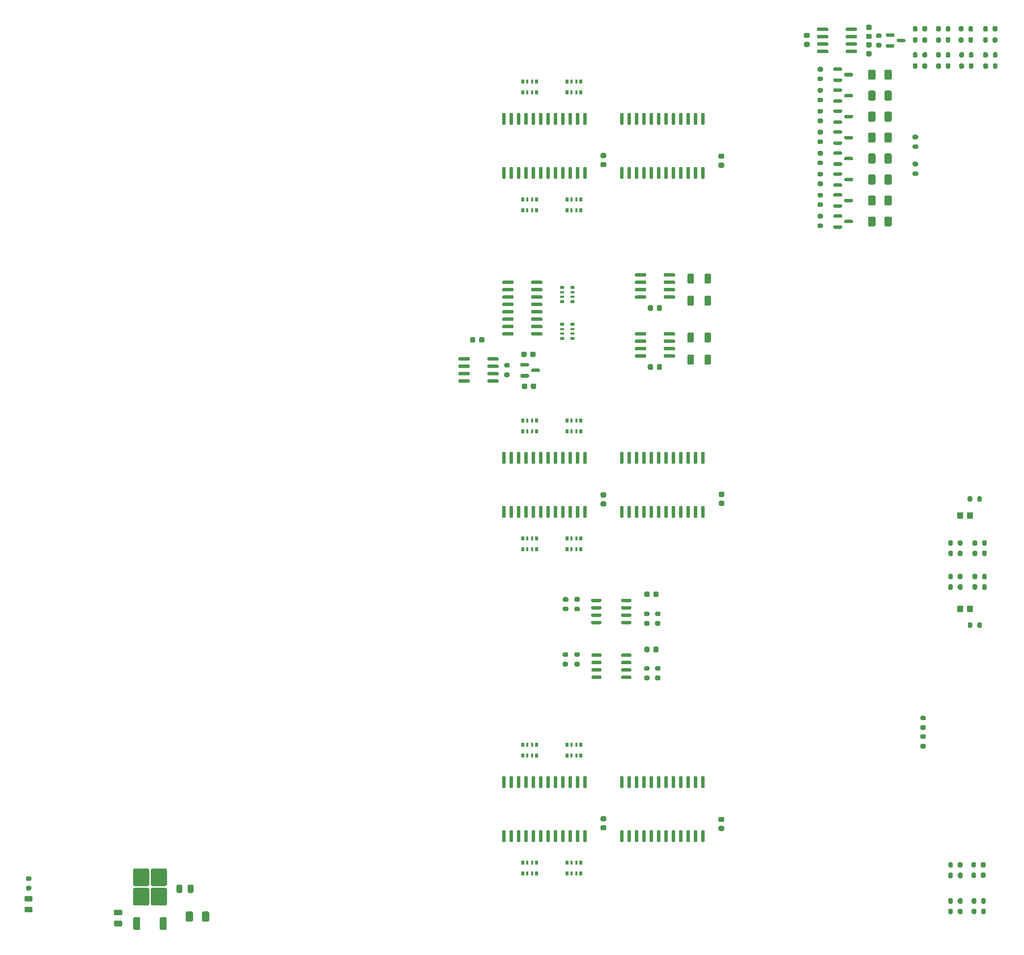
<source format=gtp>
G04 #@! TF.GenerationSoftware,KiCad,Pcbnew,8.0.8-8.0.8-0~ubuntu24.04.1*
G04 #@! TF.CreationDate,2025-02-14T21:14:57+00:00*
G04 #@! TF.ProjectId,digital_inputs,64696769-7461-46c5-9f69-6e707574732e,D*
G04 #@! TF.SameCoordinates,PX791ddc0PYca2dd00*
G04 #@! TF.FileFunction,Paste,Top*
G04 #@! TF.FilePolarity,Positive*
%FSLAX46Y46*%
G04 Gerber Fmt 4.6, Leading zero omitted, Abs format (unit mm)*
G04 Created by KiCad (PCBNEW 8.0.8-8.0.8-0~ubuntu24.04.1) date 2025-02-14 21:14:57*
%MOMM*%
%LPD*%
G01*
G04 APERTURE LIST*
%ADD10R,0.500000X0.800000*%
%ADD11R,0.400000X0.800000*%
%ADD12R,0.800000X0.500000*%
%ADD13R,0.800000X0.400000*%
G04 APERTURE END LIST*
G04 #@! TO.C,R38*
G36*
G01*
X166025000Y15475000D02*
X166025000Y14925000D01*
G75*
G02*
X165825000Y14725000I-200000J0D01*
G01*
X165425000Y14725000D01*
G75*
G02*
X165225000Y14925000I0J200000D01*
G01*
X165225000Y15475000D01*
G75*
G02*
X165425000Y15675000I200000J0D01*
G01*
X165825000Y15675000D01*
G75*
G02*
X166025000Y15475000I0J-200000D01*
G01*
G37*
G36*
G01*
X164375000Y15475000D02*
X164375000Y14925000D01*
G75*
G02*
X164175000Y14725000I-200000J0D01*
G01*
X163775000Y14725000D01*
G75*
G02*
X163575000Y14925000I0J200000D01*
G01*
X163575000Y15475000D01*
G75*
G02*
X163775000Y15675000I200000J0D01*
G01*
X164175000Y15675000D01*
G75*
G02*
X164375000Y15475000I0J-200000D01*
G01*
G37*
G04 #@! TD*
G04 #@! TO.C,F6*
G36*
G01*
X149775000Y152575000D02*
X149775000Y153825000D01*
G75*
G02*
X150025000Y154075000I250000J0D01*
G01*
X150775000Y154075000D01*
G75*
G02*
X151025000Y153825000I0J-250000D01*
G01*
X151025000Y152575000D01*
G75*
G02*
X150775000Y152325000I-250000J0D01*
G01*
X150025000Y152325000D01*
G75*
G02*
X149775000Y152575000I0J250000D01*
G01*
G37*
G36*
G01*
X152575000Y152575000D02*
X152575000Y153825000D01*
G75*
G02*
X152825000Y154075000I250000J0D01*
G01*
X153575000Y154075000D01*
G75*
G02*
X153825000Y153825000I0J-250000D01*
G01*
X153825000Y152575000D01*
G75*
G02*
X153575000Y152325000I-250000J0D01*
G01*
X152825000Y152325000D01*
G75*
G02*
X152575000Y152575000I0J250000D01*
G01*
G37*
G04 #@! TD*
G04 #@! TO.C,R59*
G36*
G01*
X172050000Y156875000D02*
X172050000Y156325000D01*
G75*
G02*
X171850000Y156125000I-200000J0D01*
G01*
X171450000Y156125000D01*
G75*
G02*
X171250000Y156325000I0J200000D01*
G01*
X171250000Y156875000D01*
G75*
G02*
X171450000Y157075000I200000J0D01*
G01*
X171850000Y157075000D01*
G75*
G02*
X172050000Y156875000I0J-200000D01*
G01*
G37*
G36*
G01*
X170400000Y156875000D02*
X170400000Y156325000D01*
G75*
G02*
X170200000Y156125000I-200000J0D01*
G01*
X169800000Y156125000D01*
G75*
G02*
X169600000Y156325000I0J200000D01*
G01*
X169600000Y156875000D01*
G75*
G02*
X169800000Y157075000I200000J0D01*
G01*
X170200000Y157075000D01*
G75*
G02*
X170400000Y156875000I0J-200000D01*
G01*
G37*
G04 #@! TD*
G04 #@! TO.C,C18*
G36*
G01*
X33500000Y13375000D02*
X33500000Y12425000D01*
G75*
G02*
X33250000Y12175000I-250000J0D01*
G01*
X32750000Y12175000D01*
G75*
G02*
X32500000Y12425000I0J250000D01*
G01*
X32500000Y13375000D01*
G75*
G02*
X32750000Y13625000I250000J0D01*
G01*
X33250000Y13625000D01*
G75*
G02*
X33500000Y13375000I0J-250000D01*
G01*
G37*
G36*
G01*
X31600000Y13375000D02*
X31600000Y12425000D01*
G75*
G02*
X31350000Y12175000I-250000J0D01*
G01*
X30850000Y12175000D01*
G75*
G02*
X30600000Y12425000I0J250000D01*
G01*
X30600000Y13375000D01*
G75*
G02*
X30850000Y13625000I250000J0D01*
G01*
X31350000Y13625000D01*
G75*
G02*
X31600000Y13375000I0J-250000D01*
G01*
G37*
G04 #@! TD*
G04 #@! TO.C,R41*
G36*
G01*
X159500000Y40275000D02*
X158950000Y40275000D01*
G75*
G02*
X158750000Y40475000I0J200000D01*
G01*
X158750000Y40875000D01*
G75*
G02*
X158950000Y41075000I200000J0D01*
G01*
X159500000Y41075000D01*
G75*
G02*
X159700000Y40875000I0J-200000D01*
G01*
X159700000Y40475000D01*
G75*
G02*
X159500000Y40275000I-200000J0D01*
G01*
G37*
G36*
G01*
X159500000Y41925000D02*
X158950000Y41925000D01*
G75*
G02*
X158750000Y42125000I0J200000D01*
G01*
X158750000Y42525000D01*
G75*
G02*
X158950000Y42725000I200000J0D01*
G01*
X159500000Y42725000D01*
G75*
G02*
X159700000Y42525000I0J-200000D01*
G01*
X159700000Y42125000D01*
G75*
G02*
X159500000Y41925000I-200000J0D01*
G01*
G37*
G04 #@! TD*
G04 #@! TO.C,C14*
G36*
G01*
X90000000Y104755000D02*
X90000000Y105255000D01*
G75*
G02*
X90225000Y105480000I225000J0D01*
G01*
X90675000Y105480000D01*
G75*
G02*
X90900000Y105255000I0J-225000D01*
G01*
X90900000Y104755000D01*
G75*
G02*
X90675000Y104530000I-225000J0D01*
G01*
X90225000Y104530000D01*
G75*
G02*
X90000000Y104755000I0J225000D01*
G01*
G37*
G36*
G01*
X91550000Y104755000D02*
X91550000Y105255000D01*
G75*
G02*
X91775000Y105480000I225000J0D01*
G01*
X92225000Y105480000D01*
G75*
G02*
X92450000Y105255000I0J-225000D01*
G01*
X92450000Y104755000D01*
G75*
G02*
X92225000Y104530000I-225000J0D01*
G01*
X91775000Y104530000D01*
G75*
G02*
X91550000Y104755000I0J225000D01*
G01*
G37*
G04 #@! TD*
G04 #@! TO.C,Q3*
G36*
G01*
X143787500Y146771430D02*
X143787500Y147071430D01*
G75*
G02*
X143937500Y147221430I150000J0D01*
G01*
X145112500Y147221430D01*
G75*
G02*
X145262500Y147071430I0J-150000D01*
G01*
X145262500Y146771430D01*
G75*
G02*
X145112500Y146621430I-150000J0D01*
G01*
X143937500Y146621430D01*
G75*
G02*
X143787500Y146771430I0J150000D01*
G01*
G37*
G36*
G01*
X145662500Y145821430D02*
X145662500Y146121430D01*
G75*
G02*
X145812500Y146271430I150000J0D01*
G01*
X146987500Y146271430D01*
G75*
G02*
X147137500Y146121430I0J-150000D01*
G01*
X147137500Y145821430D01*
G75*
G02*
X146987500Y145671430I-150000J0D01*
G01*
X145812500Y145671430D01*
G75*
G02*
X145662500Y145821430I0J150000D01*
G01*
G37*
G36*
G01*
X143787500Y144871430D02*
X143787500Y145171430D01*
G75*
G02*
X143937500Y145321430I150000J0D01*
G01*
X145112500Y145321430D01*
G75*
G02*
X145262500Y145171430I0J-150000D01*
G01*
X145262500Y144871430D01*
G75*
G02*
X145112500Y144721430I-150000J0D01*
G01*
X143937500Y144721430D01*
G75*
G02*
X143787500Y144871430I0J150000D01*
G01*
G37*
G04 #@! TD*
G04 #@! TO.C,D1*
G36*
G01*
X4643750Y11662500D02*
X5556250Y11662500D01*
G75*
G02*
X5800000Y11418750I0J-243750D01*
G01*
X5800000Y10931250D01*
G75*
G02*
X5556250Y10687500I-243750J0D01*
G01*
X4643750Y10687500D01*
G75*
G02*
X4400000Y10931250I0J243750D01*
G01*
X4400000Y11418750D01*
G75*
G02*
X4643750Y11662500I243750J0D01*
G01*
G37*
G36*
G01*
X4643750Y9787500D02*
X5556250Y9787500D01*
G75*
G02*
X5800000Y9543750I0J-243750D01*
G01*
X5800000Y9056250D01*
G75*
G02*
X5556250Y8812500I-243750J0D01*
G01*
X4643750Y8812500D01*
G75*
G02*
X4400000Y9056250I0J243750D01*
G01*
X4400000Y9543750D01*
G75*
G02*
X4643750Y9787500I243750J0D01*
G01*
G37*
G04 #@! TD*
G04 #@! TO.C,R44*
G36*
G01*
X166025000Y9275000D02*
X166025000Y8725000D01*
G75*
G02*
X165825000Y8525000I-200000J0D01*
G01*
X165425000Y8525000D01*
G75*
G02*
X165225000Y8725000I0J200000D01*
G01*
X165225000Y9275000D01*
G75*
G02*
X165425000Y9475000I200000J0D01*
G01*
X165825000Y9475000D01*
G75*
G02*
X166025000Y9275000I0J-200000D01*
G01*
G37*
G36*
G01*
X164375000Y9275000D02*
X164375000Y8725000D01*
G75*
G02*
X164175000Y8525000I-200000J0D01*
G01*
X163775000Y8525000D01*
G75*
G02*
X163575000Y8725000I0J200000D01*
G01*
X163575000Y9275000D01*
G75*
G02*
X163775000Y9475000I200000J0D01*
G01*
X164175000Y9475000D01*
G75*
G02*
X164375000Y9275000I0J-200000D01*
G01*
G37*
G04 #@! TD*
G04 #@! TO.C,R34*
G36*
G01*
X161475000Y160825000D02*
X161475000Y161375000D01*
G75*
G02*
X161675000Y161575000I200000J0D01*
G01*
X162075000Y161575000D01*
G75*
G02*
X162275000Y161375000I0J-200000D01*
G01*
X162275000Y160825000D01*
G75*
G02*
X162075000Y160625000I-200000J0D01*
G01*
X161675000Y160625000D01*
G75*
G02*
X161475000Y160825000I0J200000D01*
G01*
G37*
G36*
G01*
X163125000Y160825000D02*
X163125000Y161375000D01*
G75*
G02*
X163325000Y161575000I200000J0D01*
G01*
X163725000Y161575000D01*
G75*
G02*
X163925000Y161375000I0J-200000D01*
G01*
X163925000Y160825000D01*
G75*
G02*
X163725000Y160625000I-200000J0D01*
G01*
X163325000Y160625000D01*
G75*
G02*
X163125000Y160825000I0J200000D01*
G01*
G37*
G04 #@! TD*
G04 #@! TO.C,F2*
G36*
G01*
X149775000Y138117860D02*
X149775000Y139367860D01*
G75*
G02*
X150025000Y139617860I250000J0D01*
G01*
X150775000Y139617860D01*
G75*
G02*
X151025000Y139367860I0J-250000D01*
G01*
X151025000Y138117860D01*
G75*
G02*
X150775000Y137867860I-250000J0D01*
G01*
X150025000Y137867860D01*
G75*
G02*
X149775000Y138117860I0J250000D01*
G01*
G37*
G36*
G01*
X152575000Y138117860D02*
X152575000Y139367860D01*
G75*
G02*
X152825000Y139617860I250000J0D01*
G01*
X153575000Y139617860D01*
G75*
G02*
X153825000Y139367860I0J-250000D01*
G01*
X153825000Y138117860D01*
G75*
G02*
X153575000Y137867860I-250000J0D01*
G01*
X152825000Y137867860D01*
G75*
G02*
X152575000Y138117860I0J250000D01*
G01*
G37*
G04 #@! TD*
G04 #@! TO.C,C12*
G36*
G01*
X138950000Y160425000D02*
X139450000Y160425000D01*
G75*
G02*
X139675000Y160200000I0J-225000D01*
G01*
X139675000Y159750000D01*
G75*
G02*
X139450000Y159525000I-225000J0D01*
G01*
X138950000Y159525000D01*
G75*
G02*
X138725000Y159750000I0J225000D01*
G01*
X138725000Y160200000D01*
G75*
G02*
X138950000Y160425000I225000J0D01*
G01*
G37*
G36*
G01*
X138950000Y158875000D02*
X139450000Y158875000D01*
G75*
G02*
X139675000Y158650000I0J-225000D01*
G01*
X139675000Y158200000D01*
G75*
G02*
X139450000Y157975000I-225000J0D01*
G01*
X138950000Y157975000D01*
G75*
G02*
X138725000Y158200000I0J225000D01*
G01*
X138725000Y158650000D01*
G75*
G02*
X138950000Y158875000I225000J0D01*
G01*
G37*
G04 #@! TD*
G04 #@! TO.C,R1*
G36*
G01*
X122675000Y118685000D02*
X122675000Y117435000D01*
G75*
G02*
X122425000Y117185000I-250000J0D01*
G01*
X121800000Y117185000D01*
G75*
G02*
X121550000Y117435000I0J250000D01*
G01*
X121550000Y118685000D01*
G75*
G02*
X121800000Y118935000I250000J0D01*
G01*
X122425000Y118935000D01*
G75*
G02*
X122675000Y118685000I0J-250000D01*
G01*
G37*
G36*
G01*
X119750000Y118685000D02*
X119750000Y117435000D01*
G75*
G02*
X119500000Y117185000I-250000J0D01*
G01*
X118875000Y117185000D01*
G75*
G02*
X118625000Y117435000I0J250000D01*
G01*
X118625000Y118685000D01*
G75*
G02*
X118875000Y118935000I250000J0D01*
G01*
X119500000Y118935000D01*
G75*
G02*
X119750000Y118685000I0J-250000D01*
G01*
G37*
G04 #@! TD*
D10*
G04 #@! TO.C,RN12*
X90240000Y15560000D03*
D11*
X91040000Y15560000D03*
X91840000Y15560000D03*
D10*
X92640000Y15560000D03*
X92640000Y17360000D03*
D11*
X91840000Y17360000D03*
X91040000Y17360000D03*
D10*
X90240000Y17360000D03*
G04 #@! TD*
G04 #@! TO.C,C8*
G36*
G01*
X114255000Y113230000D02*
X114255000Y112730000D01*
G75*
G02*
X114030000Y112505000I-225000J0D01*
G01*
X113580000Y112505000D01*
G75*
G02*
X113355000Y112730000I0J225000D01*
G01*
X113355000Y113230000D01*
G75*
G02*
X113580000Y113455000I225000J0D01*
G01*
X114030000Y113455000D01*
G75*
G02*
X114255000Y113230000I0J-225000D01*
G01*
G37*
G36*
G01*
X112705000Y113230000D02*
X112705000Y112730000D01*
G75*
G02*
X112480000Y112505000I-225000J0D01*
G01*
X112030000Y112505000D01*
G75*
G02*
X111805000Y112730000I0J225000D01*
G01*
X111805000Y113230000D01*
G75*
G02*
X112030000Y113455000I225000J0D01*
G01*
X112480000Y113455000D01*
G75*
G02*
X112705000Y113230000I0J-225000D01*
G01*
G37*
G04 #@! TD*
G04 #@! TO.C,RN9*
X92640000Y37680000D03*
D11*
X91840000Y37680000D03*
X91040000Y37680000D03*
D10*
X90240000Y37680000D03*
X90240000Y35880000D03*
D11*
X91040000Y35880000D03*
X91840000Y35880000D03*
D10*
X92640000Y35880000D03*
G04 #@! TD*
G04 #@! TO.C,C16*
G36*
G01*
X83625000Y107750000D02*
X83625000Y107250000D01*
G75*
G02*
X83400000Y107025000I-225000J0D01*
G01*
X82950000Y107025000D01*
G75*
G02*
X82725000Y107250000I0J225000D01*
G01*
X82725000Y107750000D01*
G75*
G02*
X82950000Y107975000I225000J0D01*
G01*
X83400000Y107975000D01*
G75*
G02*
X83625000Y107750000I0J-225000D01*
G01*
G37*
G36*
G01*
X82075000Y107750000D02*
X82075000Y107250000D01*
G75*
G02*
X81850000Y107025000I-225000J0D01*
G01*
X81400000Y107025000D01*
G75*
G02*
X81175000Y107250000I0J225000D01*
G01*
X81175000Y107750000D01*
G75*
G02*
X81400000Y107975000I225000J0D01*
G01*
X81850000Y107975000D01*
G75*
G02*
X82075000Y107750000I0J-225000D01*
G01*
G37*
G04 #@! TD*
G04 #@! TO.C,R12*
G36*
G01*
X122675000Y104715000D02*
X122675000Y103465000D01*
G75*
G02*
X122425000Y103215000I-250000J0D01*
G01*
X121800000Y103215000D01*
G75*
G02*
X121550000Y103465000I0J250000D01*
G01*
X121550000Y104715000D01*
G75*
G02*
X121800000Y104965000I250000J0D01*
G01*
X122425000Y104965000D01*
G75*
G02*
X122675000Y104715000I0J-250000D01*
G01*
G37*
G36*
G01*
X119750000Y104715000D02*
X119750000Y103465000D01*
G75*
G02*
X119500000Y103215000I-250000J0D01*
G01*
X118875000Y103215000D01*
G75*
G02*
X118625000Y103465000I0J250000D01*
G01*
X118625000Y104715000D01*
G75*
G02*
X118875000Y104965000I250000J0D01*
G01*
X119500000Y104965000D01*
G75*
G02*
X119750000Y104715000I0J-250000D01*
G01*
G37*
G04 #@! TD*
G04 #@! TO.C,U13*
G36*
G01*
X79175000Y104060000D02*
X79175000Y104360000D01*
G75*
G02*
X79325000Y104510000I150000J0D01*
G01*
X80975000Y104510000D01*
G75*
G02*
X81125000Y104360000I0J-150000D01*
G01*
X81125000Y104060000D01*
G75*
G02*
X80975000Y103910000I-150000J0D01*
G01*
X79325000Y103910000D01*
G75*
G02*
X79175000Y104060000I0J150000D01*
G01*
G37*
G36*
G01*
X79175000Y102790000D02*
X79175000Y103090000D01*
G75*
G02*
X79325000Y103240000I150000J0D01*
G01*
X80975000Y103240000D01*
G75*
G02*
X81125000Y103090000I0J-150000D01*
G01*
X81125000Y102790000D01*
G75*
G02*
X80975000Y102640000I-150000J0D01*
G01*
X79325000Y102640000D01*
G75*
G02*
X79175000Y102790000I0J150000D01*
G01*
G37*
G36*
G01*
X79175000Y101520000D02*
X79175000Y101820000D01*
G75*
G02*
X79325000Y101970000I150000J0D01*
G01*
X80975000Y101970000D01*
G75*
G02*
X81125000Y101820000I0J-150000D01*
G01*
X81125000Y101520000D01*
G75*
G02*
X80975000Y101370000I-150000J0D01*
G01*
X79325000Y101370000D01*
G75*
G02*
X79175000Y101520000I0J150000D01*
G01*
G37*
G36*
G01*
X79175000Y100250000D02*
X79175000Y100550000D01*
G75*
G02*
X79325000Y100700000I150000J0D01*
G01*
X80975000Y100700000D01*
G75*
G02*
X81125000Y100550000I0J-150000D01*
G01*
X81125000Y100250000D01*
G75*
G02*
X80975000Y100100000I-150000J0D01*
G01*
X79325000Y100100000D01*
G75*
G02*
X79175000Y100250000I0J150000D01*
G01*
G37*
G36*
G01*
X84125000Y100250000D02*
X84125000Y100550000D01*
G75*
G02*
X84275000Y100700000I150000J0D01*
G01*
X85925000Y100700000D01*
G75*
G02*
X86075000Y100550000I0J-150000D01*
G01*
X86075000Y100250000D01*
G75*
G02*
X85925000Y100100000I-150000J0D01*
G01*
X84275000Y100100000D01*
G75*
G02*
X84125000Y100250000I0J150000D01*
G01*
G37*
G36*
G01*
X84125000Y101520000D02*
X84125000Y101820000D01*
G75*
G02*
X84275000Y101970000I150000J0D01*
G01*
X85925000Y101970000D01*
G75*
G02*
X86075000Y101820000I0J-150000D01*
G01*
X86075000Y101520000D01*
G75*
G02*
X85925000Y101370000I-150000J0D01*
G01*
X84275000Y101370000D01*
G75*
G02*
X84125000Y101520000I0J150000D01*
G01*
G37*
G36*
G01*
X84125000Y102790000D02*
X84125000Y103090000D01*
G75*
G02*
X84275000Y103240000I150000J0D01*
G01*
X85925000Y103240000D01*
G75*
G02*
X86075000Y103090000I0J-150000D01*
G01*
X86075000Y102790000D01*
G75*
G02*
X85925000Y102640000I-150000J0D01*
G01*
X84275000Y102640000D01*
G75*
G02*
X84125000Y102790000I0J150000D01*
G01*
G37*
G36*
G01*
X84125000Y104060000D02*
X84125000Y104360000D01*
G75*
G02*
X84275000Y104510000I150000J0D01*
G01*
X85925000Y104510000D01*
G75*
G02*
X86075000Y104360000I0J-150000D01*
G01*
X86075000Y104060000D01*
G75*
G02*
X85925000Y103910000I-150000J0D01*
G01*
X84275000Y103910000D01*
G75*
G02*
X84125000Y104060000I0J150000D01*
G01*
G37*
G04 #@! TD*
G04 #@! TO.C,R48*
G36*
G01*
X170200000Y70975000D02*
X170200000Y70425000D01*
G75*
G02*
X170000000Y70225000I-200000J0D01*
G01*
X169600000Y70225000D01*
G75*
G02*
X169400000Y70425000I0J200000D01*
G01*
X169400000Y70975000D01*
G75*
G02*
X169600000Y71175000I200000J0D01*
G01*
X170000000Y71175000D01*
G75*
G02*
X170200000Y70975000I0J-200000D01*
G01*
G37*
G36*
G01*
X168550000Y70975000D02*
X168550000Y70425000D01*
G75*
G02*
X168350000Y70225000I-200000J0D01*
G01*
X167950000Y70225000D01*
G75*
G02*
X167750000Y70425000I0J200000D01*
G01*
X167750000Y70975000D01*
G75*
G02*
X167950000Y71175000I200000J0D01*
G01*
X168350000Y71175000D01*
G75*
G02*
X168550000Y70975000I0J-200000D01*
G01*
G37*
G04 #@! TD*
G04 #@! TO.C,U1*
G36*
G01*
X102050000Y62455000D02*
X102050000Y62755000D01*
G75*
G02*
X102200000Y62905000I150000J0D01*
G01*
X103650000Y62905000D01*
G75*
G02*
X103800000Y62755000I0J-150000D01*
G01*
X103800000Y62455000D01*
G75*
G02*
X103650000Y62305000I-150000J0D01*
G01*
X102200000Y62305000D01*
G75*
G02*
X102050000Y62455000I0J150000D01*
G01*
G37*
G36*
G01*
X102050000Y61185000D02*
X102050000Y61485000D01*
G75*
G02*
X102200000Y61635000I150000J0D01*
G01*
X103650000Y61635000D01*
G75*
G02*
X103800000Y61485000I0J-150000D01*
G01*
X103800000Y61185000D01*
G75*
G02*
X103650000Y61035000I-150000J0D01*
G01*
X102200000Y61035000D01*
G75*
G02*
X102050000Y61185000I0J150000D01*
G01*
G37*
G36*
G01*
X102050000Y59915000D02*
X102050000Y60215000D01*
G75*
G02*
X102200000Y60365000I150000J0D01*
G01*
X103650000Y60365000D01*
G75*
G02*
X103800000Y60215000I0J-150000D01*
G01*
X103800000Y59915000D01*
G75*
G02*
X103650000Y59765000I-150000J0D01*
G01*
X102200000Y59765000D01*
G75*
G02*
X102050000Y59915000I0J150000D01*
G01*
G37*
G36*
G01*
X102050000Y58645000D02*
X102050000Y58945000D01*
G75*
G02*
X102200000Y59095000I150000J0D01*
G01*
X103650000Y59095000D01*
G75*
G02*
X103800000Y58945000I0J-150000D01*
G01*
X103800000Y58645000D01*
G75*
G02*
X103650000Y58495000I-150000J0D01*
G01*
X102200000Y58495000D01*
G75*
G02*
X102050000Y58645000I0J150000D01*
G01*
G37*
G36*
G01*
X107200000Y58645000D02*
X107200000Y58945000D01*
G75*
G02*
X107350000Y59095000I150000J0D01*
G01*
X108800000Y59095000D01*
G75*
G02*
X108950000Y58945000I0J-150000D01*
G01*
X108950000Y58645000D01*
G75*
G02*
X108800000Y58495000I-150000J0D01*
G01*
X107350000Y58495000D01*
G75*
G02*
X107200000Y58645000I0J150000D01*
G01*
G37*
G36*
G01*
X107200000Y59915000D02*
X107200000Y60215000D01*
G75*
G02*
X107350000Y60365000I150000J0D01*
G01*
X108800000Y60365000D01*
G75*
G02*
X108950000Y60215000I0J-150000D01*
G01*
X108950000Y59915000D01*
G75*
G02*
X108800000Y59765000I-150000J0D01*
G01*
X107350000Y59765000D01*
G75*
G02*
X107200000Y59915000I0J150000D01*
G01*
G37*
G36*
G01*
X107200000Y61185000D02*
X107200000Y61485000D01*
G75*
G02*
X107350000Y61635000I150000J0D01*
G01*
X108800000Y61635000D01*
G75*
G02*
X108950000Y61485000I0J-150000D01*
G01*
X108950000Y61185000D01*
G75*
G02*
X108800000Y61035000I-150000J0D01*
G01*
X107350000Y61035000D01*
G75*
G02*
X107200000Y61185000I0J150000D01*
G01*
G37*
G36*
G01*
X107200000Y62455000D02*
X107200000Y62755000D01*
G75*
G02*
X107350000Y62905000I150000J0D01*
G01*
X108800000Y62905000D01*
G75*
G02*
X108950000Y62755000I0J-150000D01*
G01*
X108950000Y62455000D01*
G75*
G02*
X108800000Y62305000I-150000J0D01*
G01*
X107350000Y62305000D01*
G75*
G02*
X107200000Y62455000I0J150000D01*
G01*
G37*
G04 #@! TD*
G04 #@! TO.C,D2*
G36*
G01*
X152825000Y159900000D02*
X152825000Y160200000D01*
G75*
G02*
X152975000Y160350000I150000J0D01*
G01*
X154150000Y160350000D01*
G75*
G02*
X154300000Y160200000I0J-150000D01*
G01*
X154300000Y159900000D01*
G75*
G02*
X154150000Y159750000I-150000J0D01*
G01*
X152975000Y159750000D01*
G75*
G02*
X152825000Y159900000I0J150000D01*
G01*
G37*
G36*
G01*
X152825000Y158000000D02*
X152825000Y158300000D01*
G75*
G02*
X152975000Y158450000I150000J0D01*
G01*
X154150000Y158450000D01*
G75*
G02*
X154300000Y158300000I0J-150000D01*
G01*
X154300000Y158000000D01*
G75*
G02*
X154150000Y157850000I-150000J0D01*
G01*
X152975000Y157850000D01*
G75*
G02*
X152825000Y158000000I0J150000D01*
G01*
G37*
G36*
G01*
X154700000Y158950000D02*
X154700000Y159250000D01*
G75*
G02*
X154850000Y159400000I150000J0D01*
G01*
X156025000Y159400000D01*
G75*
G02*
X156175000Y159250000I0J-150000D01*
G01*
X156175000Y158950000D01*
G75*
G02*
X156025000Y158800000I-150000J0D01*
G01*
X154850000Y158800000D01*
G75*
G02*
X154700000Y158950000I0J150000D01*
G01*
G37*
G04 #@! TD*
G04 #@! TO.C,U11*
G36*
G01*
X102070000Y52995000D02*
X102070000Y53295000D01*
G75*
G02*
X102220000Y53445000I150000J0D01*
G01*
X103670000Y53445000D01*
G75*
G02*
X103820000Y53295000I0J-150000D01*
G01*
X103820000Y52995000D01*
G75*
G02*
X103670000Y52845000I-150000J0D01*
G01*
X102220000Y52845000D01*
G75*
G02*
X102070000Y52995000I0J150000D01*
G01*
G37*
G36*
G01*
X102070000Y51725000D02*
X102070000Y52025000D01*
G75*
G02*
X102220000Y52175000I150000J0D01*
G01*
X103670000Y52175000D01*
G75*
G02*
X103820000Y52025000I0J-150000D01*
G01*
X103820000Y51725000D01*
G75*
G02*
X103670000Y51575000I-150000J0D01*
G01*
X102220000Y51575000D01*
G75*
G02*
X102070000Y51725000I0J150000D01*
G01*
G37*
G36*
G01*
X102070000Y50455000D02*
X102070000Y50755000D01*
G75*
G02*
X102220000Y50905000I150000J0D01*
G01*
X103670000Y50905000D01*
G75*
G02*
X103820000Y50755000I0J-150000D01*
G01*
X103820000Y50455000D01*
G75*
G02*
X103670000Y50305000I-150000J0D01*
G01*
X102220000Y50305000D01*
G75*
G02*
X102070000Y50455000I0J150000D01*
G01*
G37*
G36*
G01*
X102070000Y49185000D02*
X102070000Y49485000D01*
G75*
G02*
X102220000Y49635000I150000J0D01*
G01*
X103670000Y49635000D01*
G75*
G02*
X103820000Y49485000I0J-150000D01*
G01*
X103820000Y49185000D01*
G75*
G02*
X103670000Y49035000I-150000J0D01*
G01*
X102220000Y49035000D01*
G75*
G02*
X102070000Y49185000I0J150000D01*
G01*
G37*
G36*
G01*
X107220000Y49185000D02*
X107220000Y49485000D01*
G75*
G02*
X107370000Y49635000I150000J0D01*
G01*
X108820000Y49635000D01*
G75*
G02*
X108970000Y49485000I0J-150000D01*
G01*
X108970000Y49185000D01*
G75*
G02*
X108820000Y49035000I-150000J0D01*
G01*
X107370000Y49035000D01*
G75*
G02*
X107220000Y49185000I0J150000D01*
G01*
G37*
G36*
G01*
X107220000Y50455000D02*
X107220000Y50755000D01*
G75*
G02*
X107370000Y50905000I150000J0D01*
G01*
X108820000Y50905000D01*
G75*
G02*
X108970000Y50755000I0J-150000D01*
G01*
X108970000Y50455000D01*
G75*
G02*
X108820000Y50305000I-150000J0D01*
G01*
X107370000Y50305000D01*
G75*
G02*
X107220000Y50455000I0J150000D01*
G01*
G37*
G36*
G01*
X107220000Y51725000D02*
X107220000Y52025000D01*
G75*
G02*
X107370000Y52175000I150000J0D01*
G01*
X108820000Y52175000D01*
G75*
G02*
X108970000Y52025000I0J-150000D01*
G01*
X108970000Y51725000D01*
G75*
G02*
X108820000Y51575000I-150000J0D01*
G01*
X107370000Y51575000D01*
G75*
G02*
X107220000Y51725000I0J150000D01*
G01*
G37*
G36*
G01*
X107220000Y52995000D02*
X107220000Y53295000D01*
G75*
G02*
X107370000Y53445000I150000J0D01*
G01*
X108820000Y53445000D01*
G75*
G02*
X108970000Y53295000I0J-150000D01*
G01*
X108970000Y52995000D01*
G75*
G02*
X108820000Y52845000I-150000J0D01*
G01*
X107370000Y52845000D01*
G75*
G02*
X107220000Y52995000I0J150000D01*
G01*
G37*
G04 #@! TD*
G04 #@! TO.C,F1*
G36*
G01*
X32175000Y7475000D02*
X32175000Y8725000D01*
G75*
G02*
X32425000Y8975000I250000J0D01*
G01*
X33175000Y8975000D01*
G75*
G02*
X33425000Y8725000I0J-250000D01*
G01*
X33425000Y7475000D01*
G75*
G02*
X33175000Y7225000I-250000J0D01*
G01*
X32425000Y7225000D01*
G75*
G02*
X32175000Y7475000I0J250000D01*
G01*
G37*
G36*
G01*
X34975000Y7475000D02*
X34975000Y8725000D01*
G75*
G02*
X35225000Y8975000I250000J0D01*
G01*
X35975000Y8975000D01*
G75*
G02*
X36225000Y8725000I0J-250000D01*
G01*
X36225000Y7475000D01*
G75*
G02*
X35975000Y7225000I-250000J0D01*
G01*
X35225000Y7225000D01*
G75*
G02*
X34975000Y7475000I0J250000D01*
G01*
G37*
G04 #@! TD*
G04 #@! TO.C,R11*
G36*
G01*
X97345000Y63165000D02*
X97895000Y63165000D01*
G75*
G02*
X98095000Y62965000I0J-200000D01*
G01*
X98095000Y62565000D01*
G75*
G02*
X97895000Y62365000I-200000J0D01*
G01*
X97345000Y62365000D01*
G75*
G02*
X97145000Y62565000I0J200000D01*
G01*
X97145000Y62965000D01*
G75*
G02*
X97345000Y63165000I200000J0D01*
G01*
G37*
G36*
G01*
X97345000Y61515000D02*
X97895000Y61515000D01*
G75*
G02*
X98095000Y61315000I0J-200000D01*
G01*
X98095000Y60915000D01*
G75*
G02*
X97895000Y60715000I-200000J0D01*
G01*
X97345000Y60715000D01*
G75*
G02*
X97145000Y60915000I0J200000D01*
G01*
X97145000Y61315000D01*
G75*
G02*
X97345000Y61515000I200000J0D01*
G01*
G37*
G04 #@! TD*
G04 #@! TO.C,R33*
G36*
G01*
X157475000Y158925000D02*
X157475000Y159475000D01*
G75*
G02*
X157675000Y159675000I200000J0D01*
G01*
X158075000Y159675000D01*
G75*
G02*
X158275000Y159475000I0J-200000D01*
G01*
X158275000Y158925000D01*
G75*
G02*
X158075000Y158725000I-200000J0D01*
G01*
X157675000Y158725000D01*
G75*
G02*
X157475000Y158925000I0J200000D01*
G01*
G37*
G36*
G01*
X159125000Y158925000D02*
X159125000Y159475000D01*
G75*
G02*
X159325000Y159675000I200000J0D01*
G01*
X159725000Y159675000D01*
G75*
G02*
X159925000Y159475000I0J-200000D01*
G01*
X159925000Y158925000D01*
G75*
G02*
X159725000Y158725000I-200000J0D01*
G01*
X159325000Y158725000D01*
G75*
G02*
X159125000Y158925000I0J200000D01*
G01*
G37*
G04 #@! TD*
G04 #@! TO.C,R50*
G36*
G01*
X167750000Y64625000D02*
X167750000Y65175000D01*
G75*
G02*
X167950000Y65375000I200000J0D01*
G01*
X168350000Y65375000D01*
G75*
G02*
X168550000Y65175000I0J-200000D01*
G01*
X168550000Y64625000D01*
G75*
G02*
X168350000Y64425000I-200000J0D01*
G01*
X167950000Y64425000D01*
G75*
G02*
X167750000Y64625000I0J200000D01*
G01*
G37*
G36*
G01*
X169400000Y64625000D02*
X169400000Y65175000D01*
G75*
G02*
X169600000Y65375000I200000J0D01*
G01*
X170000000Y65375000D01*
G75*
G02*
X170200000Y65175000I0J-200000D01*
G01*
X170200000Y64625000D01*
G75*
G02*
X170000000Y64425000I-200000J0D01*
G01*
X169600000Y64425000D01*
G75*
G02*
X169400000Y64625000I0J200000D01*
G01*
G37*
G04 #@! TD*
G04 #@! TO.C,Q2*
G36*
G01*
X143787500Y143157145D02*
X143787500Y143457145D01*
G75*
G02*
X143937500Y143607145I150000J0D01*
G01*
X145112500Y143607145D01*
G75*
G02*
X145262500Y143457145I0J-150000D01*
G01*
X145262500Y143157145D01*
G75*
G02*
X145112500Y143007145I-150000J0D01*
G01*
X143937500Y143007145D01*
G75*
G02*
X143787500Y143157145I0J150000D01*
G01*
G37*
G36*
G01*
X145662500Y142207145D02*
X145662500Y142507145D01*
G75*
G02*
X145812500Y142657145I150000J0D01*
G01*
X146987500Y142657145D01*
G75*
G02*
X147137500Y142507145I0J-150000D01*
G01*
X147137500Y142207145D01*
G75*
G02*
X146987500Y142057145I-150000J0D01*
G01*
X145812500Y142057145D01*
G75*
G02*
X145662500Y142207145I0J150000D01*
G01*
G37*
G36*
G01*
X143787500Y141257145D02*
X143787500Y141557145D01*
G75*
G02*
X143937500Y141707145I150000J0D01*
G01*
X145112500Y141707145D01*
G75*
G02*
X145262500Y141557145I0J-150000D01*
G01*
X145262500Y141257145D01*
G75*
G02*
X145112500Y141107145I-150000J0D01*
G01*
X143937500Y141107145D01*
G75*
G02*
X143787500Y141257145I0J150000D01*
G01*
G37*
G04 #@! TD*
G04 #@! TO.C,R42*
G36*
G01*
X167550000Y16750000D02*
X167550000Y17300000D01*
G75*
G02*
X167750000Y17500000I200000J0D01*
G01*
X168150000Y17500000D01*
G75*
G02*
X168350000Y17300000I0J-200000D01*
G01*
X168350000Y16750000D01*
G75*
G02*
X168150000Y16550000I-200000J0D01*
G01*
X167750000Y16550000D01*
G75*
G02*
X167550000Y16750000I0J200000D01*
G01*
G37*
G36*
G01*
X169200000Y16750000D02*
X169200000Y17300000D01*
G75*
G02*
X169400000Y17500000I200000J0D01*
G01*
X169800000Y17500000D01*
G75*
G02*
X170000000Y17300000I0J-200000D01*
G01*
X170000000Y16750000D01*
G75*
G02*
X169800000Y16550000I-200000J0D01*
G01*
X169400000Y16550000D01*
G75*
G02*
X169200000Y16750000I0J200000D01*
G01*
G37*
G04 #@! TD*
G04 #@! TO.C,R14*
G36*
G01*
X141775000Y137617860D02*
X141225000Y137617860D01*
G75*
G02*
X141025000Y137817860I0J200000D01*
G01*
X141025000Y138217860D01*
G75*
G02*
X141225000Y138417860I200000J0D01*
G01*
X141775000Y138417860D01*
G75*
G02*
X141975000Y138217860I0J-200000D01*
G01*
X141975000Y137817860D01*
G75*
G02*
X141775000Y137617860I-200000J0D01*
G01*
G37*
G36*
G01*
X141775000Y139267860D02*
X141225000Y139267860D01*
G75*
G02*
X141025000Y139467860I0J200000D01*
G01*
X141025000Y139867860D01*
G75*
G02*
X141225000Y140067860I200000J0D01*
G01*
X141775000Y140067860D01*
G75*
G02*
X141975000Y139867860I0J-200000D01*
G01*
X141975000Y139467860D01*
G75*
G02*
X141775000Y139267860I-200000J0D01*
G01*
G37*
G04 #@! TD*
G04 #@! TO.C,C9*
G36*
G01*
X114255000Y103070000D02*
X114255000Y102570000D01*
G75*
G02*
X114030000Y102345000I-225000J0D01*
G01*
X113580000Y102345000D01*
G75*
G02*
X113355000Y102570000I0J225000D01*
G01*
X113355000Y103070000D01*
G75*
G02*
X113580000Y103295000I225000J0D01*
G01*
X114030000Y103295000D01*
G75*
G02*
X114255000Y103070000I0J-225000D01*
G01*
G37*
G36*
G01*
X112705000Y103070000D02*
X112705000Y102570000D01*
G75*
G02*
X112480000Y102345000I-225000J0D01*
G01*
X112030000Y102345000D01*
G75*
G02*
X111805000Y102570000I0J225000D01*
G01*
X111805000Y103070000D01*
G75*
G02*
X112030000Y103295000I225000J0D01*
G01*
X112480000Y103295000D01*
G75*
G02*
X112705000Y103070000I0J-225000D01*
G01*
G37*
G04 #@! TD*
G04 #@! TO.C,R25*
G36*
G01*
X157475000Y156325000D02*
X157475000Y156875000D01*
G75*
G02*
X157675000Y157075000I200000J0D01*
G01*
X158075000Y157075000D01*
G75*
G02*
X158275000Y156875000I0J-200000D01*
G01*
X158275000Y156325000D01*
G75*
G02*
X158075000Y156125000I-200000J0D01*
G01*
X157675000Y156125000D01*
G75*
G02*
X157475000Y156325000I0J200000D01*
G01*
G37*
G36*
G01*
X159125000Y156325000D02*
X159125000Y156875000D01*
G75*
G02*
X159325000Y157075000I200000J0D01*
G01*
X159725000Y157075000D01*
G75*
G02*
X159925000Y156875000I0J-200000D01*
G01*
X159925000Y156325000D01*
G75*
G02*
X159725000Y156125000I-200000J0D01*
G01*
X159325000Y156125000D01*
G75*
G02*
X159125000Y156325000I0J200000D01*
G01*
G37*
G04 #@! TD*
G04 #@! TO.C,C2*
G36*
G01*
X124210000Y139605000D02*
X124710000Y139605000D01*
G75*
G02*
X124935000Y139380000I0J-225000D01*
G01*
X124935000Y138930000D01*
G75*
G02*
X124710000Y138705000I-225000J0D01*
G01*
X124210000Y138705000D01*
G75*
G02*
X123985000Y138930000I0J225000D01*
G01*
X123985000Y139380000D01*
G75*
G02*
X124210000Y139605000I225000J0D01*
G01*
G37*
G36*
G01*
X124210000Y138055000D02*
X124710000Y138055000D01*
G75*
G02*
X124935000Y137830000I0J-225000D01*
G01*
X124935000Y137380000D01*
G75*
G02*
X124710000Y137155000I-225000J0D01*
G01*
X124210000Y137155000D01*
G75*
G02*
X123985000Y137380000I0J225000D01*
G01*
X123985000Y137830000D01*
G75*
G02*
X124210000Y138055000I225000J0D01*
G01*
G37*
G04 #@! TD*
G04 #@! TO.C,U12*
G36*
G01*
X140950000Y160855000D02*
X140950000Y161155000D01*
G75*
G02*
X141100000Y161305000I150000J0D01*
G01*
X142750000Y161305000D01*
G75*
G02*
X142900000Y161155000I0J-150000D01*
G01*
X142900000Y160855000D01*
G75*
G02*
X142750000Y160705000I-150000J0D01*
G01*
X141100000Y160705000D01*
G75*
G02*
X140950000Y160855000I0J150000D01*
G01*
G37*
G36*
G01*
X140950000Y159585000D02*
X140950000Y159885000D01*
G75*
G02*
X141100000Y160035000I150000J0D01*
G01*
X142750000Y160035000D01*
G75*
G02*
X142900000Y159885000I0J-150000D01*
G01*
X142900000Y159585000D01*
G75*
G02*
X142750000Y159435000I-150000J0D01*
G01*
X141100000Y159435000D01*
G75*
G02*
X140950000Y159585000I0J150000D01*
G01*
G37*
G36*
G01*
X140950000Y158315000D02*
X140950000Y158615000D01*
G75*
G02*
X141100000Y158765000I150000J0D01*
G01*
X142750000Y158765000D01*
G75*
G02*
X142900000Y158615000I0J-150000D01*
G01*
X142900000Y158315000D01*
G75*
G02*
X142750000Y158165000I-150000J0D01*
G01*
X141100000Y158165000D01*
G75*
G02*
X140950000Y158315000I0J150000D01*
G01*
G37*
G36*
G01*
X140950000Y157045000D02*
X140950000Y157345000D01*
G75*
G02*
X141100000Y157495000I150000J0D01*
G01*
X142750000Y157495000D01*
G75*
G02*
X142900000Y157345000I0J-150000D01*
G01*
X142900000Y157045000D01*
G75*
G02*
X142750000Y156895000I-150000J0D01*
G01*
X141100000Y156895000D01*
G75*
G02*
X140950000Y157045000I0J150000D01*
G01*
G37*
G36*
G01*
X145900000Y157045000D02*
X145900000Y157345000D01*
G75*
G02*
X146050000Y157495000I150000J0D01*
G01*
X147700000Y157495000D01*
G75*
G02*
X147850000Y157345000I0J-150000D01*
G01*
X147850000Y157045000D01*
G75*
G02*
X147700000Y156895000I-150000J0D01*
G01*
X146050000Y156895000D01*
G75*
G02*
X145900000Y157045000I0J150000D01*
G01*
G37*
G36*
G01*
X145900000Y158315000D02*
X145900000Y158615000D01*
G75*
G02*
X146050000Y158765000I150000J0D01*
G01*
X147700000Y158765000D01*
G75*
G02*
X147850000Y158615000I0J-150000D01*
G01*
X147850000Y158315000D01*
G75*
G02*
X147700000Y158165000I-150000J0D01*
G01*
X146050000Y158165000D01*
G75*
G02*
X145900000Y158315000I0J150000D01*
G01*
G37*
G36*
G01*
X145900000Y159585000D02*
X145900000Y159885000D01*
G75*
G02*
X146050000Y160035000I150000J0D01*
G01*
X147700000Y160035000D01*
G75*
G02*
X147850000Y159885000I0J-150000D01*
G01*
X147850000Y159585000D01*
G75*
G02*
X147700000Y159435000I-150000J0D01*
G01*
X146050000Y159435000D01*
G75*
G02*
X145900000Y159585000I0J150000D01*
G01*
G37*
G36*
G01*
X145900000Y160855000D02*
X145900000Y161155000D01*
G75*
G02*
X146050000Y161305000I150000J0D01*
G01*
X147700000Y161305000D01*
G75*
G02*
X147850000Y161155000I0J-150000D01*
G01*
X147850000Y160855000D01*
G75*
G02*
X147700000Y160705000I-150000J0D01*
G01*
X146050000Y160705000D01*
G75*
G02*
X145900000Y160855000I0J150000D01*
G01*
G37*
G04 #@! TD*
G04 #@! TO.C,R5*
G36*
G01*
X113245000Y60690000D02*
X113795000Y60690000D01*
G75*
G02*
X113995000Y60490000I0J-200000D01*
G01*
X113995000Y60090000D01*
G75*
G02*
X113795000Y59890000I-200000J0D01*
G01*
X113245000Y59890000D01*
G75*
G02*
X113045000Y60090000I0J200000D01*
G01*
X113045000Y60490000D01*
G75*
G02*
X113245000Y60690000I200000J0D01*
G01*
G37*
G36*
G01*
X113245000Y59040000D02*
X113795000Y59040000D01*
G75*
G02*
X113995000Y58840000I0J-200000D01*
G01*
X113995000Y58440000D01*
G75*
G02*
X113795000Y58240000I-200000J0D01*
G01*
X113245000Y58240000D01*
G75*
G02*
X113045000Y58440000I0J200000D01*
G01*
X113045000Y58840000D01*
G75*
G02*
X113245000Y59040000I200000J0D01*
G01*
G37*
G04 #@! TD*
G04 #@! TO.C,R40*
G36*
G01*
X159500000Y37075000D02*
X158950000Y37075000D01*
G75*
G02*
X158750000Y37275000I0J200000D01*
G01*
X158750000Y37675000D01*
G75*
G02*
X158950000Y37875000I200000J0D01*
G01*
X159500000Y37875000D01*
G75*
G02*
X159700000Y37675000I0J-200000D01*
G01*
X159700000Y37275000D01*
G75*
G02*
X159500000Y37075000I-200000J0D01*
G01*
G37*
G36*
G01*
X159500000Y38725000D02*
X158950000Y38725000D01*
G75*
G02*
X158750000Y38925000I0J200000D01*
G01*
X158750000Y39325000D01*
G75*
G02*
X158950000Y39525000I200000J0D01*
G01*
X159500000Y39525000D01*
G75*
G02*
X159700000Y39325000I0J-200000D01*
G01*
X159700000Y38925000D01*
G75*
G02*
X159500000Y38725000I-200000J0D01*
G01*
G37*
G04 #@! TD*
G04 #@! TO.C,U2*
G36*
G01*
X121135000Y146595000D02*
X121435000Y146595000D01*
G75*
G02*
X121585000Y146445000I0J-150000D01*
G01*
X121585000Y144695000D01*
G75*
G02*
X121435000Y144545000I-150000J0D01*
G01*
X121135000Y144545000D01*
G75*
G02*
X120985000Y144695000I0J150000D01*
G01*
X120985000Y146445000D01*
G75*
G02*
X121135000Y146595000I150000J0D01*
G01*
G37*
G36*
G01*
X119865000Y146595000D02*
X120165000Y146595000D01*
G75*
G02*
X120315000Y146445000I0J-150000D01*
G01*
X120315000Y144695000D01*
G75*
G02*
X120165000Y144545000I-150000J0D01*
G01*
X119865000Y144545000D01*
G75*
G02*
X119715000Y144695000I0J150000D01*
G01*
X119715000Y146445000D01*
G75*
G02*
X119865000Y146595000I150000J0D01*
G01*
G37*
G36*
G01*
X118595000Y146595000D02*
X118895000Y146595000D01*
G75*
G02*
X119045000Y146445000I0J-150000D01*
G01*
X119045000Y144695000D01*
G75*
G02*
X118895000Y144545000I-150000J0D01*
G01*
X118595000Y144545000D01*
G75*
G02*
X118445000Y144695000I0J150000D01*
G01*
X118445000Y146445000D01*
G75*
G02*
X118595000Y146595000I150000J0D01*
G01*
G37*
G36*
G01*
X117325000Y146595000D02*
X117625000Y146595000D01*
G75*
G02*
X117775000Y146445000I0J-150000D01*
G01*
X117775000Y144695000D01*
G75*
G02*
X117625000Y144545000I-150000J0D01*
G01*
X117325000Y144545000D01*
G75*
G02*
X117175000Y144695000I0J150000D01*
G01*
X117175000Y146445000D01*
G75*
G02*
X117325000Y146595000I150000J0D01*
G01*
G37*
G36*
G01*
X116055000Y146595000D02*
X116355000Y146595000D01*
G75*
G02*
X116505000Y146445000I0J-150000D01*
G01*
X116505000Y144695000D01*
G75*
G02*
X116355000Y144545000I-150000J0D01*
G01*
X116055000Y144545000D01*
G75*
G02*
X115905000Y144695000I0J150000D01*
G01*
X115905000Y146445000D01*
G75*
G02*
X116055000Y146595000I150000J0D01*
G01*
G37*
G36*
G01*
X114785000Y146595000D02*
X115085000Y146595000D01*
G75*
G02*
X115235000Y146445000I0J-150000D01*
G01*
X115235000Y144695000D01*
G75*
G02*
X115085000Y144545000I-150000J0D01*
G01*
X114785000Y144545000D01*
G75*
G02*
X114635000Y144695000I0J150000D01*
G01*
X114635000Y146445000D01*
G75*
G02*
X114785000Y146595000I150000J0D01*
G01*
G37*
G36*
G01*
X113515000Y146595000D02*
X113815000Y146595000D01*
G75*
G02*
X113965000Y146445000I0J-150000D01*
G01*
X113965000Y144695000D01*
G75*
G02*
X113815000Y144545000I-150000J0D01*
G01*
X113515000Y144545000D01*
G75*
G02*
X113365000Y144695000I0J150000D01*
G01*
X113365000Y146445000D01*
G75*
G02*
X113515000Y146595000I150000J0D01*
G01*
G37*
G36*
G01*
X112245000Y146595000D02*
X112545000Y146595000D01*
G75*
G02*
X112695000Y146445000I0J-150000D01*
G01*
X112695000Y144695000D01*
G75*
G02*
X112545000Y144545000I-150000J0D01*
G01*
X112245000Y144545000D01*
G75*
G02*
X112095000Y144695000I0J150000D01*
G01*
X112095000Y146445000D01*
G75*
G02*
X112245000Y146595000I150000J0D01*
G01*
G37*
G36*
G01*
X110975000Y146595000D02*
X111275000Y146595000D01*
G75*
G02*
X111425000Y146445000I0J-150000D01*
G01*
X111425000Y144695000D01*
G75*
G02*
X111275000Y144545000I-150000J0D01*
G01*
X110975000Y144545000D01*
G75*
G02*
X110825000Y144695000I0J150000D01*
G01*
X110825000Y146445000D01*
G75*
G02*
X110975000Y146595000I150000J0D01*
G01*
G37*
G36*
G01*
X109705000Y146595000D02*
X110005000Y146595000D01*
G75*
G02*
X110155000Y146445000I0J-150000D01*
G01*
X110155000Y144695000D01*
G75*
G02*
X110005000Y144545000I-150000J0D01*
G01*
X109705000Y144545000D01*
G75*
G02*
X109555000Y144695000I0J150000D01*
G01*
X109555000Y146445000D01*
G75*
G02*
X109705000Y146595000I150000J0D01*
G01*
G37*
G36*
G01*
X108435000Y146595000D02*
X108735000Y146595000D01*
G75*
G02*
X108885000Y146445000I0J-150000D01*
G01*
X108885000Y144695000D01*
G75*
G02*
X108735000Y144545000I-150000J0D01*
G01*
X108435000Y144545000D01*
G75*
G02*
X108285000Y144695000I0J150000D01*
G01*
X108285000Y146445000D01*
G75*
G02*
X108435000Y146595000I150000J0D01*
G01*
G37*
G36*
G01*
X107165000Y146595000D02*
X107465000Y146595000D01*
G75*
G02*
X107615000Y146445000I0J-150000D01*
G01*
X107615000Y144695000D01*
G75*
G02*
X107465000Y144545000I-150000J0D01*
G01*
X107165000Y144545000D01*
G75*
G02*
X107015000Y144695000I0J150000D01*
G01*
X107015000Y146445000D01*
G75*
G02*
X107165000Y146595000I150000J0D01*
G01*
G37*
G36*
G01*
X107165000Y137295000D02*
X107465000Y137295000D01*
G75*
G02*
X107615000Y137145000I0J-150000D01*
G01*
X107615000Y135395000D01*
G75*
G02*
X107465000Y135245000I-150000J0D01*
G01*
X107165000Y135245000D01*
G75*
G02*
X107015000Y135395000I0J150000D01*
G01*
X107015000Y137145000D01*
G75*
G02*
X107165000Y137295000I150000J0D01*
G01*
G37*
G36*
G01*
X108435000Y137295000D02*
X108735000Y137295000D01*
G75*
G02*
X108885000Y137145000I0J-150000D01*
G01*
X108885000Y135395000D01*
G75*
G02*
X108735000Y135245000I-150000J0D01*
G01*
X108435000Y135245000D01*
G75*
G02*
X108285000Y135395000I0J150000D01*
G01*
X108285000Y137145000D01*
G75*
G02*
X108435000Y137295000I150000J0D01*
G01*
G37*
G36*
G01*
X109705000Y137295000D02*
X110005000Y137295000D01*
G75*
G02*
X110155000Y137145000I0J-150000D01*
G01*
X110155000Y135395000D01*
G75*
G02*
X110005000Y135245000I-150000J0D01*
G01*
X109705000Y135245000D01*
G75*
G02*
X109555000Y135395000I0J150000D01*
G01*
X109555000Y137145000D01*
G75*
G02*
X109705000Y137295000I150000J0D01*
G01*
G37*
G36*
G01*
X110975000Y137295000D02*
X111275000Y137295000D01*
G75*
G02*
X111425000Y137145000I0J-150000D01*
G01*
X111425000Y135395000D01*
G75*
G02*
X111275000Y135245000I-150000J0D01*
G01*
X110975000Y135245000D01*
G75*
G02*
X110825000Y135395000I0J150000D01*
G01*
X110825000Y137145000D01*
G75*
G02*
X110975000Y137295000I150000J0D01*
G01*
G37*
G36*
G01*
X112245000Y137295000D02*
X112545000Y137295000D01*
G75*
G02*
X112695000Y137145000I0J-150000D01*
G01*
X112695000Y135395000D01*
G75*
G02*
X112545000Y135245000I-150000J0D01*
G01*
X112245000Y135245000D01*
G75*
G02*
X112095000Y135395000I0J150000D01*
G01*
X112095000Y137145000D01*
G75*
G02*
X112245000Y137295000I150000J0D01*
G01*
G37*
G36*
G01*
X113515000Y137295000D02*
X113815000Y137295000D01*
G75*
G02*
X113965000Y137145000I0J-150000D01*
G01*
X113965000Y135395000D01*
G75*
G02*
X113815000Y135245000I-150000J0D01*
G01*
X113515000Y135245000D01*
G75*
G02*
X113365000Y135395000I0J150000D01*
G01*
X113365000Y137145000D01*
G75*
G02*
X113515000Y137295000I150000J0D01*
G01*
G37*
G36*
G01*
X114785000Y137295000D02*
X115085000Y137295000D01*
G75*
G02*
X115235000Y137145000I0J-150000D01*
G01*
X115235000Y135395000D01*
G75*
G02*
X115085000Y135245000I-150000J0D01*
G01*
X114785000Y135245000D01*
G75*
G02*
X114635000Y135395000I0J150000D01*
G01*
X114635000Y137145000D01*
G75*
G02*
X114785000Y137295000I150000J0D01*
G01*
G37*
G36*
G01*
X116055000Y137295000D02*
X116355000Y137295000D01*
G75*
G02*
X116505000Y137145000I0J-150000D01*
G01*
X116505000Y135395000D01*
G75*
G02*
X116355000Y135245000I-150000J0D01*
G01*
X116055000Y135245000D01*
G75*
G02*
X115905000Y135395000I0J150000D01*
G01*
X115905000Y137145000D01*
G75*
G02*
X116055000Y137295000I150000J0D01*
G01*
G37*
G36*
G01*
X117325000Y137295000D02*
X117625000Y137295000D01*
G75*
G02*
X117775000Y137145000I0J-150000D01*
G01*
X117775000Y135395000D01*
G75*
G02*
X117625000Y135245000I-150000J0D01*
G01*
X117325000Y135245000D01*
G75*
G02*
X117175000Y135395000I0J150000D01*
G01*
X117175000Y137145000D01*
G75*
G02*
X117325000Y137295000I150000J0D01*
G01*
G37*
G36*
G01*
X118595000Y137295000D02*
X118895000Y137295000D01*
G75*
G02*
X119045000Y137145000I0J-150000D01*
G01*
X119045000Y135395000D01*
G75*
G02*
X118895000Y135245000I-150000J0D01*
G01*
X118595000Y135245000D01*
G75*
G02*
X118445000Y135395000I0J150000D01*
G01*
X118445000Y137145000D01*
G75*
G02*
X118595000Y137295000I150000J0D01*
G01*
G37*
G36*
G01*
X119865000Y137295000D02*
X120165000Y137295000D01*
G75*
G02*
X120315000Y137145000I0J-150000D01*
G01*
X120315000Y135395000D01*
G75*
G02*
X120165000Y135245000I-150000J0D01*
G01*
X119865000Y135245000D01*
G75*
G02*
X119715000Y135395000I0J150000D01*
G01*
X119715000Y137145000D01*
G75*
G02*
X119865000Y137295000I150000J0D01*
G01*
G37*
G36*
G01*
X121135000Y137295000D02*
X121435000Y137295000D01*
G75*
G02*
X121585000Y137145000I0J-150000D01*
G01*
X121585000Y135395000D01*
G75*
G02*
X121435000Y135245000I-150000J0D01*
G01*
X121135000Y135245000D01*
G75*
G02*
X120985000Y135395000I0J150000D01*
G01*
X120985000Y137145000D01*
G75*
G02*
X121135000Y137295000I150000J0D01*
G01*
G37*
G04 #@! TD*
G04 #@! TO.C,R30*
G36*
G01*
X167825000Y161375000D02*
X167825000Y160825000D01*
G75*
G02*
X167625000Y160625000I-200000J0D01*
G01*
X167225000Y160625000D01*
G75*
G02*
X167025000Y160825000I0J200000D01*
G01*
X167025000Y161375000D01*
G75*
G02*
X167225000Y161575000I200000J0D01*
G01*
X167625000Y161575000D01*
G75*
G02*
X167825000Y161375000I0J-200000D01*
G01*
G37*
G36*
G01*
X166175000Y161375000D02*
X166175000Y160825000D01*
G75*
G02*
X165975000Y160625000I-200000J0D01*
G01*
X165575000Y160625000D01*
G75*
G02*
X165375000Y160825000I0J200000D01*
G01*
X165375000Y161375000D01*
G75*
G02*
X165575000Y161575000I200000J0D01*
G01*
X165975000Y161575000D01*
G75*
G02*
X166175000Y161375000I0J-200000D01*
G01*
G37*
G04 #@! TD*
G04 #@! TO.C,R28*
G36*
G01*
X167925000Y154975000D02*
X167925000Y154425000D01*
G75*
G02*
X167725000Y154225000I-200000J0D01*
G01*
X167325000Y154225000D01*
G75*
G02*
X167125000Y154425000I0J200000D01*
G01*
X167125000Y154975000D01*
G75*
G02*
X167325000Y155175000I200000J0D01*
G01*
X167725000Y155175000D01*
G75*
G02*
X167925000Y154975000I0J-200000D01*
G01*
G37*
G36*
G01*
X166275000Y154975000D02*
X166275000Y154425000D01*
G75*
G02*
X166075000Y154225000I-200000J0D01*
G01*
X165675000Y154225000D01*
G75*
G02*
X165475000Y154425000I0J200000D01*
G01*
X165475000Y154975000D01*
G75*
G02*
X165675000Y155175000I200000J0D01*
G01*
X166075000Y155175000D01*
G75*
G02*
X166275000Y154975000I0J-200000D01*
G01*
G37*
G04 #@! TD*
G04 #@! TO.C,R39*
G36*
G01*
X166025000Y17275000D02*
X166025000Y16725000D01*
G75*
G02*
X165825000Y16525000I-200000J0D01*
G01*
X165425000Y16525000D01*
G75*
G02*
X165225000Y16725000I0J200000D01*
G01*
X165225000Y17275000D01*
G75*
G02*
X165425000Y17475000I200000J0D01*
G01*
X165825000Y17475000D01*
G75*
G02*
X166025000Y17275000I0J-200000D01*
G01*
G37*
G36*
G01*
X164375000Y17275000D02*
X164375000Y16725000D01*
G75*
G02*
X164175000Y16525000I-200000J0D01*
G01*
X163775000Y16525000D01*
G75*
G02*
X163575000Y16725000I0J200000D01*
G01*
X163575000Y17275000D01*
G75*
G02*
X163775000Y17475000I200000J0D01*
G01*
X164175000Y17475000D01*
G75*
G02*
X164375000Y17275000I0J-200000D01*
G01*
G37*
G04 #@! TD*
G04 #@! TO.C,RN3*
X100260000Y131660000D03*
D11*
X99460000Y131660000D03*
X98660000Y131660000D03*
D10*
X97860000Y131660000D03*
X97860000Y129860000D03*
D11*
X98660000Y129860000D03*
X99460000Y129860000D03*
D10*
X100260000Y129860000D03*
G04 #@! TD*
G04 #@! TO.C,R36*
G36*
G01*
X169575000Y160825000D02*
X169575000Y161375000D01*
G75*
G02*
X169775000Y161575000I200000J0D01*
G01*
X170175000Y161575000D01*
G75*
G02*
X170375000Y161375000I0J-200000D01*
G01*
X170375000Y160825000D01*
G75*
G02*
X170175000Y160625000I-200000J0D01*
G01*
X169775000Y160625000D01*
G75*
G02*
X169575000Y160825000I0J200000D01*
G01*
G37*
G36*
G01*
X171225000Y160825000D02*
X171225000Y161375000D01*
G75*
G02*
X171425000Y161575000I200000J0D01*
G01*
X171825000Y161575000D01*
G75*
G02*
X172025000Y161375000I0J-200000D01*
G01*
X172025000Y160825000D01*
G75*
G02*
X171825000Y160625000I-200000J0D01*
G01*
X171425000Y160625000D01*
G75*
G02*
X171225000Y160825000I0J200000D01*
G01*
G37*
G04 #@! TD*
G04 #@! TO.C,U4*
G36*
G01*
X121135000Y32295000D02*
X121435000Y32295000D01*
G75*
G02*
X121585000Y32145000I0J-150000D01*
G01*
X121585000Y30395000D01*
G75*
G02*
X121435000Y30245000I-150000J0D01*
G01*
X121135000Y30245000D01*
G75*
G02*
X120985000Y30395000I0J150000D01*
G01*
X120985000Y32145000D01*
G75*
G02*
X121135000Y32295000I150000J0D01*
G01*
G37*
G36*
G01*
X119865000Y32295000D02*
X120165000Y32295000D01*
G75*
G02*
X120315000Y32145000I0J-150000D01*
G01*
X120315000Y30395000D01*
G75*
G02*
X120165000Y30245000I-150000J0D01*
G01*
X119865000Y30245000D01*
G75*
G02*
X119715000Y30395000I0J150000D01*
G01*
X119715000Y32145000D01*
G75*
G02*
X119865000Y32295000I150000J0D01*
G01*
G37*
G36*
G01*
X118595000Y32295000D02*
X118895000Y32295000D01*
G75*
G02*
X119045000Y32145000I0J-150000D01*
G01*
X119045000Y30395000D01*
G75*
G02*
X118895000Y30245000I-150000J0D01*
G01*
X118595000Y30245000D01*
G75*
G02*
X118445000Y30395000I0J150000D01*
G01*
X118445000Y32145000D01*
G75*
G02*
X118595000Y32295000I150000J0D01*
G01*
G37*
G36*
G01*
X117325000Y32295000D02*
X117625000Y32295000D01*
G75*
G02*
X117775000Y32145000I0J-150000D01*
G01*
X117775000Y30395000D01*
G75*
G02*
X117625000Y30245000I-150000J0D01*
G01*
X117325000Y30245000D01*
G75*
G02*
X117175000Y30395000I0J150000D01*
G01*
X117175000Y32145000D01*
G75*
G02*
X117325000Y32295000I150000J0D01*
G01*
G37*
G36*
G01*
X116055000Y32295000D02*
X116355000Y32295000D01*
G75*
G02*
X116505000Y32145000I0J-150000D01*
G01*
X116505000Y30395000D01*
G75*
G02*
X116355000Y30245000I-150000J0D01*
G01*
X116055000Y30245000D01*
G75*
G02*
X115905000Y30395000I0J150000D01*
G01*
X115905000Y32145000D01*
G75*
G02*
X116055000Y32295000I150000J0D01*
G01*
G37*
G36*
G01*
X114785000Y32295000D02*
X115085000Y32295000D01*
G75*
G02*
X115235000Y32145000I0J-150000D01*
G01*
X115235000Y30395000D01*
G75*
G02*
X115085000Y30245000I-150000J0D01*
G01*
X114785000Y30245000D01*
G75*
G02*
X114635000Y30395000I0J150000D01*
G01*
X114635000Y32145000D01*
G75*
G02*
X114785000Y32295000I150000J0D01*
G01*
G37*
G36*
G01*
X113515000Y32295000D02*
X113815000Y32295000D01*
G75*
G02*
X113965000Y32145000I0J-150000D01*
G01*
X113965000Y30395000D01*
G75*
G02*
X113815000Y30245000I-150000J0D01*
G01*
X113515000Y30245000D01*
G75*
G02*
X113365000Y30395000I0J150000D01*
G01*
X113365000Y32145000D01*
G75*
G02*
X113515000Y32295000I150000J0D01*
G01*
G37*
G36*
G01*
X112245000Y32295000D02*
X112545000Y32295000D01*
G75*
G02*
X112695000Y32145000I0J-150000D01*
G01*
X112695000Y30395000D01*
G75*
G02*
X112545000Y30245000I-150000J0D01*
G01*
X112245000Y30245000D01*
G75*
G02*
X112095000Y30395000I0J150000D01*
G01*
X112095000Y32145000D01*
G75*
G02*
X112245000Y32295000I150000J0D01*
G01*
G37*
G36*
G01*
X110975000Y32295000D02*
X111275000Y32295000D01*
G75*
G02*
X111425000Y32145000I0J-150000D01*
G01*
X111425000Y30395000D01*
G75*
G02*
X111275000Y30245000I-150000J0D01*
G01*
X110975000Y30245000D01*
G75*
G02*
X110825000Y30395000I0J150000D01*
G01*
X110825000Y32145000D01*
G75*
G02*
X110975000Y32295000I150000J0D01*
G01*
G37*
G36*
G01*
X109705000Y32295000D02*
X110005000Y32295000D01*
G75*
G02*
X110155000Y32145000I0J-150000D01*
G01*
X110155000Y30395000D01*
G75*
G02*
X110005000Y30245000I-150000J0D01*
G01*
X109705000Y30245000D01*
G75*
G02*
X109555000Y30395000I0J150000D01*
G01*
X109555000Y32145000D01*
G75*
G02*
X109705000Y32295000I150000J0D01*
G01*
G37*
G36*
G01*
X108435000Y32295000D02*
X108735000Y32295000D01*
G75*
G02*
X108885000Y32145000I0J-150000D01*
G01*
X108885000Y30395000D01*
G75*
G02*
X108735000Y30245000I-150000J0D01*
G01*
X108435000Y30245000D01*
G75*
G02*
X108285000Y30395000I0J150000D01*
G01*
X108285000Y32145000D01*
G75*
G02*
X108435000Y32295000I150000J0D01*
G01*
G37*
G36*
G01*
X107165000Y32295000D02*
X107465000Y32295000D01*
G75*
G02*
X107615000Y32145000I0J-150000D01*
G01*
X107615000Y30395000D01*
G75*
G02*
X107465000Y30245000I-150000J0D01*
G01*
X107165000Y30245000D01*
G75*
G02*
X107015000Y30395000I0J150000D01*
G01*
X107015000Y32145000D01*
G75*
G02*
X107165000Y32295000I150000J0D01*
G01*
G37*
G36*
G01*
X107165000Y22995000D02*
X107465000Y22995000D01*
G75*
G02*
X107615000Y22845000I0J-150000D01*
G01*
X107615000Y21095000D01*
G75*
G02*
X107465000Y20945000I-150000J0D01*
G01*
X107165000Y20945000D01*
G75*
G02*
X107015000Y21095000I0J150000D01*
G01*
X107015000Y22845000D01*
G75*
G02*
X107165000Y22995000I150000J0D01*
G01*
G37*
G36*
G01*
X108435000Y22995000D02*
X108735000Y22995000D01*
G75*
G02*
X108885000Y22845000I0J-150000D01*
G01*
X108885000Y21095000D01*
G75*
G02*
X108735000Y20945000I-150000J0D01*
G01*
X108435000Y20945000D01*
G75*
G02*
X108285000Y21095000I0J150000D01*
G01*
X108285000Y22845000D01*
G75*
G02*
X108435000Y22995000I150000J0D01*
G01*
G37*
G36*
G01*
X109705000Y22995000D02*
X110005000Y22995000D01*
G75*
G02*
X110155000Y22845000I0J-150000D01*
G01*
X110155000Y21095000D01*
G75*
G02*
X110005000Y20945000I-150000J0D01*
G01*
X109705000Y20945000D01*
G75*
G02*
X109555000Y21095000I0J150000D01*
G01*
X109555000Y22845000D01*
G75*
G02*
X109705000Y22995000I150000J0D01*
G01*
G37*
G36*
G01*
X110975000Y22995000D02*
X111275000Y22995000D01*
G75*
G02*
X111425000Y22845000I0J-150000D01*
G01*
X111425000Y21095000D01*
G75*
G02*
X111275000Y20945000I-150000J0D01*
G01*
X110975000Y20945000D01*
G75*
G02*
X110825000Y21095000I0J150000D01*
G01*
X110825000Y22845000D01*
G75*
G02*
X110975000Y22995000I150000J0D01*
G01*
G37*
G36*
G01*
X112245000Y22995000D02*
X112545000Y22995000D01*
G75*
G02*
X112695000Y22845000I0J-150000D01*
G01*
X112695000Y21095000D01*
G75*
G02*
X112545000Y20945000I-150000J0D01*
G01*
X112245000Y20945000D01*
G75*
G02*
X112095000Y21095000I0J150000D01*
G01*
X112095000Y22845000D01*
G75*
G02*
X112245000Y22995000I150000J0D01*
G01*
G37*
G36*
G01*
X113515000Y22995000D02*
X113815000Y22995000D01*
G75*
G02*
X113965000Y22845000I0J-150000D01*
G01*
X113965000Y21095000D01*
G75*
G02*
X113815000Y20945000I-150000J0D01*
G01*
X113515000Y20945000D01*
G75*
G02*
X113365000Y21095000I0J150000D01*
G01*
X113365000Y22845000D01*
G75*
G02*
X113515000Y22995000I150000J0D01*
G01*
G37*
G36*
G01*
X114785000Y22995000D02*
X115085000Y22995000D01*
G75*
G02*
X115235000Y22845000I0J-150000D01*
G01*
X115235000Y21095000D01*
G75*
G02*
X115085000Y20945000I-150000J0D01*
G01*
X114785000Y20945000D01*
G75*
G02*
X114635000Y21095000I0J150000D01*
G01*
X114635000Y22845000D01*
G75*
G02*
X114785000Y22995000I150000J0D01*
G01*
G37*
G36*
G01*
X116055000Y22995000D02*
X116355000Y22995000D01*
G75*
G02*
X116505000Y22845000I0J-150000D01*
G01*
X116505000Y21095000D01*
G75*
G02*
X116355000Y20945000I-150000J0D01*
G01*
X116055000Y20945000D01*
G75*
G02*
X115905000Y21095000I0J150000D01*
G01*
X115905000Y22845000D01*
G75*
G02*
X116055000Y22995000I150000J0D01*
G01*
G37*
G36*
G01*
X117325000Y22995000D02*
X117625000Y22995000D01*
G75*
G02*
X117775000Y22845000I0J-150000D01*
G01*
X117775000Y21095000D01*
G75*
G02*
X117625000Y20945000I-150000J0D01*
G01*
X117325000Y20945000D01*
G75*
G02*
X117175000Y21095000I0J150000D01*
G01*
X117175000Y22845000D01*
G75*
G02*
X117325000Y22995000I150000J0D01*
G01*
G37*
G36*
G01*
X118595000Y22995000D02*
X118895000Y22995000D01*
G75*
G02*
X119045000Y22845000I0J-150000D01*
G01*
X119045000Y21095000D01*
G75*
G02*
X118895000Y20945000I-150000J0D01*
G01*
X118595000Y20945000D01*
G75*
G02*
X118445000Y21095000I0J150000D01*
G01*
X118445000Y22845000D01*
G75*
G02*
X118595000Y22995000I150000J0D01*
G01*
G37*
G36*
G01*
X119865000Y22995000D02*
X120165000Y22995000D01*
G75*
G02*
X120315000Y22845000I0J-150000D01*
G01*
X120315000Y21095000D01*
G75*
G02*
X120165000Y20945000I-150000J0D01*
G01*
X119865000Y20945000D01*
G75*
G02*
X119715000Y21095000I0J150000D01*
G01*
X119715000Y22845000D01*
G75*
G02*
X119865000Y22995000I150000J0D01*
G01*
G37*
G36*
G01*
X121135000Y22995000D02*
X121435000Y22995000D01*
G75*
G02*
X121585000Y22845000I0J-150000D01*
G01*
X121585000Y21095000D01*
G75*
G02*
X121435000Y20945000I-150000J0D01*
G01*
X121135000Y20945000D01*
G75*
G02*
X120985000Y21095000I0J150000D01*
G01*
X120985000Y22845000D01*
G75*
G02*
X121135000Y22995000I150000J0D01*
G01*
G37*
G04 #@! TD*
G04 #@! TO.C,RN10*
X100260000Y37680000D03*
D11*
X99460000Y37680000D03*
X98660000Y37680000D03*
D10*
X97860000Y37680000D03*
X97860000Y35880000D03*
D11*
X98660000Y35880000D03*
X99460000Y35880000D03*
D10*
X100260000Y35880000D03*
G04 #@! TD*
G04 #@! TO.C,R21*
G36*
G01*
X141775000Y134003575D02*
X141225000Y134003575D01*
G75*
G02*
X141025000Y134203575I0J200000D01*
G01*
X141025000Y134603575D01*
G75*
G02*
X141225000Y134803575I200000J0D01*
G01*
X141775000Y134803575D01*
G75*
G02*
X141975000Y134603575I0J-200000D01*
G01*
X141975000Y134203575D01*
G75*
G02*
X141775000Y134003575I-200000J0D01*
G01*
G37*
G36*
G01*
X141775000Y135653575D02*
X141225000Y135653575D01*
G75*
G02*
X141025000Y135853575I0J200000D01*
G01*
X141025000Y136253575D01*
G75*
G02*
X141225000Y136453575I200000J0D01*
G01*
X141775000Y136453575D01*
G75*
G02*
X141975000Y136253575I0J-200000D01*
G01*
X141975000Y135853575D01*
G75*
G02*
X141775000Y135653575I-200000J0D01*
G01*
G37*
G04 #@! TD*
G04 #@! TO.C,C7*
G36*
G01*
X103890000Y25400000D02*
X104390000Y25400000D01*
G75*
G02*
X104615000Y25175000I0J-225000D01*
G01*
X104615000Y24725000D01*
G75*
G02*
X104390000Y24500000I-225000J0D01*
G01*
X103890000Y24500000D01*
G75*
G02*
X103665000Y24725000I0J225000D01*
G01*
X103665000Y25175000D01*
G75*
G02*
X103890000Y25400000I225000J0D01*
G01*
G37*
G36*
G01*
X103890000Y23850000D02*
X104390000Y23850000D01*
G75*
G02*
X104615000Y23625000I0J-225000D01*
G01*
X104615000Y23175000D01*
G75*
G02*
X104390000Y22950000I-225000J0D01*
G01*
X103890000Y22950000D01*
G75*
G02*
X103665000Y23175000I0J225000D01*
G01*
X103665000Y23625000D01*
G75*
G02*
X103890000Y23850000I225000J0D01*
G01*
G37*
G04 #@! TD*
G04 #@! TO.C,Q5*
G36*
G01*
X143787500Y154000000D02*
X143787500Y154300000D01*
G75*
G02*
X143937500Y154450000I150000J0D01*
G01*
X145112500Y154450000D01*
G75*
G02*
X145262500Y154300000I0J-150000D01*
G01*
X145262500Y154000000D01*
G75*
G02*
X145112500Y153850000I-150000J0D01*
G01*
X143937500Y153850000D01*
G75*
G02*
X143787500Y154000000I0J150000D01*
G01*
G37*
G36*
G01*
X145662500Y153050000D02*
X145662500Y153350000D01*
G75*
G02*
X145812500Y153500000I150000J0D01*
G01*
X146987500Y153500000D01*
G75*
G02*
X147137500Y153350000I0J-150000D01*
G01*
X147137500Y153050000D01*
G75*
G02*
X146987500Y152900000I-150000J0D01*
G01*
X145812500Y152900000D01*
G75*
G02*
X145662500Y153050000I0J150000D01*
G01*
G37*
G36*
G01*
X143787500Y152100000D02*
X143787500Y152400000D01*
G75*
G02*
X143937500Y152550000I150000J0D01*
G01*
X145112500Y152550000D01*
G75*
G02*
X145262500Y152400000I0J-150000D01*
G01*
X145262500Y152100000D01*
G75*
G02*
X145112500Y151950000I-150000J0D01*
G01*
X143937500Y151950000D01*
G75*
G02*
X143787500Y152100000I0J150000D01*
G01*
G37*
G04 #@! TD*
G04 #@! TO.C,R37*
G36*
G01*
X172025000Y159475000D02*
X172025000Y158925000D01*
G75*
G02*
X171825000Y158725000I-200000J0D01*
G01*
X171425000Y158725000D01*
G75*
G02*
X171225000Y158925000I0J200000D01*
G01*
X171225000Y159475000D01*
G75*
G02*
X171425000Y159675000I200000J0D01*
G01*
X171825000Y159675000D01*
G75*
G02*
X172025000Y159475000I0J-200000D01*
G01*
G37*
G36*
G01*
X170375000Y159475000D02*
X170375000Y158925000D01*
G75*
G02*
X170175000Y158725000I-200000J0D01*
G01*
X169775000Y158725000D01*
G75*
G02*
X169575000Y158925000I0J200000D01*
G01*
X169575000Y159475000D01*
G75*
G02*
X169775000Y159675000I200000J0D01*
G01*
X170175000Y159675000D01*
G75*
G02*
X170375000Y159475000I0J-200000D01*
G01*
G37*
G04 #@! TD*
G04 #@! TO.C,F7*
G36*
G01*
X149775000Y127275000D02*
X149775000Y128525000D01*
G75*
G02*
X150025000Y128775000I250000J0D01*
G01*
X150775000Y128775000D01*
G75*
G02*
X151025000Y128525000I0J-250000D01*
G01*
X151025000Y127275000D01*
G75*
G02*
X150775000Y127025000I-250000J0D01*
G01*
X150025000Y127025000D01*
G75*
G02*
X149775000Y127275000I0J250000D01*
G01*
G37*
G36*
G01*
X152575000Y127275000D02*
X152575000Y128525000D01*
G75*
G02*
X152825000Y128775000I250000J0D01*
G01*
X153575000Y128775000D01*
G75*
G02*
X153825000Y128525000I0J-250000D01*
G01*
X153825000Y127275000D01*
G75*
G02*
X153575000Y127025000I-250000J0D01*
G01*
X152825000Y127025000D01*
G75*
G02*
X152575000Y127275000I0J250000D01*
G01*
G37*
G04 #@! TD*
G04 #@! TO.C,C11*
G36*
G01*
X150150000Y156350000D02*
X149650000Y156350000D01*
G75*
G02*
X149425000Y156575000I0J225000D01*
G01*
X149425000Y157025000D01*
G75*
G02*
X149650000Y157250000I225000J0D01*
G01*
X150150000Y157250000D01*
G75*
G02*
X150375000Y157025000I0J-225000D01*
G01*
X150375000Y156575000D01*
G75*
G02*
X150150000Y156350000I-225000J0D01*
G01*
G37*
G36*
G01*
X150150000Y157900000D02*
X149650000Y157900000D01*
G75*
G02*
X149425000Y158125000I0J225000D01*
G01*
X149425000Y158575000D01*
G75*
G02*
X149650000Y158800000I225000J0D01*
G01*
X150150000Y158800000D01*
G75*
G02*
X150375000Y158575000I0J-225000D01*
G01*
X150375000Y158125000D01*
G75*
G02*
X150150000Y157900000I-225000J0D01*
G01*
G37*
G04 #@! TD*
G04 #@! TO.C,R15*
G36*
G01*
X141775000Y141232145D02*
X141225000Y141232145D01*
G75*
G02*
X141025000Y141432145I0J200000D01*
G01*
X141025000Y141832145D01*
G75*
G02*
X141225000Y142032145I200000J0D01*
G01*
X141775000Y142032145D01*
G75*
G02*
X141975000Y141832145I0J-200000D01*
G01*
X141975000Y141432145D01*
G75*
G02*
X141775000Y141232145I-200000J0D01*
G01*
G37*
G36*
G01*
X141775000Y142882145D02*
X141225000Y142882145D01*
G75*
G02*
X141025000Y143082145I0J200000D01*
G01*
X141025000Y143482145D01*
G75*
G02*
X141225000Y143682145I200000J0D01*
G01*
X141775000Y143682145D01*
G75*
G02*
X141975000Y143482145I0J-200000D01*
G01*
X141975000Y143082145D01*
G75*
G02*
X141775000Y142882145I-200000J0D01*
G01*
G37*
G04 #@! TD*
G04 #@! TO.C,R13*
G36*
G01*
X4825000Y15062500D02*
X5375000Y15062500D01*
G75*
G02*
X5575000Y14862500I0J-200000D01*
G01*
X5575000Y14462500D01*
G75*
G02*
X5375000Y14262500I-200000J0D01*
G01*
X4825000Y14262500D01*
G75*
G02*
X4625000Y14462500I0J200000D01*
G01*
X4625000Y14862500D01*
G75*
G02*
X4825000Y15062500I200000J0D01*
G01*
G37*
G36*
G01*
X4825000Y13412500D02*
X5375000Y13412500D01*
G75*
G02*
X5575000Y13212500I0J-200000D01*
G01*
X5575000Y12812500D01*
G75*
G02*
X5375000Y12612500I-200000J0D01*
G01*
X4825000Y12612500D01*
G75*
G02*
X4625000Y12812500I0J200000D01*
G01*
X4625000Y13212500D01*
G75*
G02*
X4825000Y13412500I200000J0D01*
G01*
G37*
G04 #@! TD*
G04 #@! TO.C,F8*
G36*
G01*
X149775000Y130889290D02*
X149775000Y132139290D01*
G75*
G02*
X150025000Y132389290I250000J0D01*
G01*
X150775000Y132389290D01*
G75*
G02*
X151025000Y132139290I0J-250000D01*
G01*
X151025000Y130889290D01*
G75*
G02*
X150775000Y130639290I-250000J0D01*
G01*
X150025000Y130639290D01*
G75*
G02*
X149775000Y130889290I0J250000D01*
G01*
G37*
G36*
G01*
X152575000Y130889290D02*
X152575000Y132139290D01*
G75*
G02*
X152825000Y132389290I250000J0D01*
G01*
X153575000Y132389290D01*
G75*
G02*
X153825000Y132139290I0J-250000D01*
G01*
X153825000Y130889290D01*
G75*
G02*
X153575000Y130639290I-250000J0D01*
G01*
X152825000Y130639290D01*
G75*
G02*
X152575000Y130889290I0J250000D01*
G01*
G37*
G04 #@! TD*
D12*
G04 #@! TO.C,RN13*
X98810000Y114110000D03*
D13*
X98810000Y114910000D03*
X98810000Y115710000D03*
D12*
X98810000Y116510000D03*
X97010000Y116510000D03*
D13*
X97010000Y115710000D03*
X97010000Y114910000D03*
D12*
X97010000Y114110000D03*
G04 #@! TD*
G04 #@! TO.C,F5*
G36*
G01*
X149775000Y148960715D02*
X149775000Y150210715D01*
G75*
G02*
X150025000Y150460715I250000J0D01*
G01*
X150775000Y150460715D01*
G75*
G02*
X151025000Y150210715I0J-250000D01*
G01*
X151025000Y148960715D01*
G75*
G02*
X150775000Y148710715I-250000J0D01*
G01*
X150025000Y148710715D01*
G75*
G02*
X149775000Y148960715I0J250000D01*
G01*
G37*
G36*
G01*
X152575000Y148960715D02*
X152575000Y150210715D01*
G75*
G02*
X152825000Y150460715I250000J0D01*
G01*
X153575000Y150460715D01*
G75*
G02*
X153825000Y150210715I0J-250000D01*
G01*
X153825000Y148960715D01*
G75*
G02*
X153575000Y148710715I-250000J0D01*
G01*
X152825000Y148710715D01*
G75*
G02*
X152575000Y148960715I0J250000D01*
G01*
G37*
G04 #@! TD*
G04 #@! TO.C,Q1*
G36*
G01*
X143787500Y139542860D02*
X143787500Y139842860D01*
G75*
G02*
X143937500Y139992860I150000J0D01*
G01*
X145112500Y139992860D01*
G75*
G02*
X145262500Y139842860I0J-150000D01*
G01*
X145262500Y139542860D01*
G75*
G02*
X145112500Y139392860I-150000J0D01*
G01*
X143937500Y139392860D01*
G75*
G02*
X143787500Y139542860I0J150000D01*
G01*
G37*
G36*
G01*
X145662500Y138592860D02*
X145662500Y138892860D01*
G75*
G02*
X145812500Y139042860I150000J0D01*
G01*
X146987500Y139042860D01*
G75*
G02*
X147137500Y138892860I0J-150000D01*
G01*
X147137500Y138592860D01*
G75*
G02*
X146987500Y138442860I-150000J0D01*
G01*
X145812500Y138442860D01*
G75*
G02*
X145662500Y138592860I0J150000D01*
G01*
G37*
G36*
G01*
X143787500Y137642860D02*
X143787500Y137942860D01*
G75*
G02*
X143937500Y138092860I150000J0D01*
G01*
X145112500Y138092860D01*
G75*
G02*
X145262500Y137942860I0J-150000D01*
G01*
X145262500Y137642860D01*
G75*
G02*
X145112500Y137492860I-150000J0D01*
G01*
X143937500Y137492860D01*
G75*
G02*
X143787500Y137642860I0J150000D01*
G01*
G37*
G04 #@! TD*
G04 #@! TO.C,R58*
G36*
G01*
X169600000Y154425000D02*
X169600000Y154975000D01*
G75*
G02*
X169800000Y155175000I200000J0D01*
G01*
X170200000Y155175000D01*
G75*
G02*
X170400000Y154975000I0J-200000D01*
G01*
X170400000Y154425000D01*
G75*
G02*
X170200000Y154225000I-200000J0D01*
G01*
X169800000Y154225000D01*
G75*
G02*
X169600000Y154425000I0J200000D01*
G01*
G37*
G36*
G01*
X171250000Y154425000D02*
X171250000Y154975000D01*
G75*
G02*
X171450000Y155175000I200000J0D01*
G01*
X171850000Y155175000D01*
G75*
G02*
X172050000Y154975000I0J-200000D01*
G01*
X172050000Y154425000D01*
G75*
G02*
X171850000Y154225000I-200000J0D01*
G01*
X171450000Y154225000D01*
G75*
G02*
X171250000Y154425000I0J200000D01*
G01*
G37*
G04 #@! TD*
G04 #@! TO.C,R35*
G36*
G01*
X163925000Y159475000D02*
X163925000Y158925000D01*
G75*
G02*
X163725000Y158725000I-200000J0D01*
G01*
X163325000Y158725000D01*
G75*
G02*
X163125000Y158925000I0J200000D01*
G01*
X163125000Y159475000D01*
G75*
G02*
X163325000Y159675000I200000J0D01*
G01*
X163725000Y159675000D01*
G75*
G02*
X163925000Y159475000I0J-200000D01*
G01*
G37*
G36*
G01*
X162275000Y159475000D02*
X162275000Y158925000D01*
G75*
G02*
X162075000Y158725000I-200000J0D01*
G01*
X161675000Y158725000D01*
G75*
G02*
X161475000Y158925000I0J200000D01*
G01*
X161475000Y159475000D01*
G75*
G02*
X161675000Y159675000I200000J0D01*
G01*
X162075000Y159675000D01*
G75*
G02*
X162275000Y159475000I0J-200000D01*
G01*
G37*
G04 #@! TD*
G04 #@! TO.C,R7*
G36*
G01*
X97325000Y53650000D02*
X97875000Y53650000D01*
G75*
G02*
X98075000Y53450000I0J-200000D01*
G01*
X98075000Y53050000D01*
G75*
G02*
X97875000Y52850000I-200000J0D01*
G01*
X97325000Y52850000D01*
G75*
G02*
X97125000Y53050000I0J200000D01*
G01*
X97125000Y53450000D01*
G75*
G02*
X97325000Y53650000I200000J0D01*
G01*
G37*
G36*
G01*
X97325000Y52000000D02*
X97875000Y52000000D01*
G75*
G02*
X98075000Y51800000I0J-200000D01*
G01*
X98075000Y51400000D01*
G75*
G02*
X97875000Y51200000I-200000J0D01*
G01*
X97325000Y51200000D01*
G75*
G02*
X97125000Y51400000I0J200000D01*
G01*
X97125000Y51800000D01*
G75*
G02*
X97325000Y52000000I200000J0D01*
G01*
G37*
G04 #@! TD*
G04 #@! TO.C,C6*
G36*
G01*
X103890000Y81225000D02*
X104390000Y81225000D01*
G75*
G02*
X104615000Y81000000I0J-225000D01*
G01*
X104615000Y80550000D01*
G75*
G02*
X104390000Y80325000I-225000J0D01*
G01*
X103890000Y80325000D01*
G75*
G02*
X103665000Y80550000I0J225000D01*
G01*
X103665000Y81000000D01*
G75*
G02*
X103890000Y81225000I225000J0D01*
G01*
G37*
G36*
G01*
X103890000Y79675000D02*
X104390000Y79675000D01*
G75*
G02*
X104615000Y79450000I0J-225000D01*
G01*
X104615000Y79000000D01*
G75*
G02*
X104390000Y78775000I-225000J0D01*
G01*
X103890000Y78775000D01*
G75*
G02*
X103665000Y79000000I0J225000D01*
G01*
X103665000Y79450000D01*
G75*
G02*
X103890000Y79675000I225000J0D01*
G01*
G37*
G04 #@! TD*
G04 #@! TO.C,C1*
G36*
G01*
X113645000Y63890000D02*
X113645000Y63390000D01*
G75*
G02*
X113420000Y63165000I-225000J0D01*
G01*
X112970000Y63165000D01*
G75*
G02*
X112745000Y63390000I0J225000D01*
G01*
X112745000Y63890000D01*
G75*
G02*
X112970000Y64115000I225000J0D01*
G01*
X113420000Y64115000D01*
G75*
G02*
X113645000Y63890000I0J-225000D01*
G01*
G37*
G36*
G01*
X112095000Y63890000D02*
X112095000Y63390000D01*
G75*
G02*
X111870000Y63165000I-225000J0D01*
G01*
X111420000Y63165000D01*
G75*
G02*
X111195000Y63390000I0J225000D01*
G01*
X111195000Y63890000D01*
G75*
G02*
X111420000Y64115000I225000J0D01*
G01*
X111870000Y64115000D01*
G75*
G02*
X112095000Y63890000I0J-225000D01*
G01*
G37*
G04 #@! TD*
G04 #@! TO.C,R3*
G36*
G01*
X122675000Y108525000D02*
X122675000Y107275000D01*
G75*
G02*
X122425000Y107025000I-250000J0D01*
G01*
X121800000Y107025000D01*
G75*
G02*
X121550000Y107275000I0J250000D01*
G01*
X121550000Y108525000D01*
G75*
G02*
X121800000Y108775000I250000J0D01*
G01*
X122425000Y108775000D01*
G75*
G02*
X122675000Y108525000I0J-250000D01*
G01*
G37*
G36*
G01*
X119750000Y108525000D02*
X119750000Y107275000D01*
G75*
G02*
X119500000Y107025000I-250000J0D01*
G01*
X118875000Y107025000D01*
G75*
G02*
X118625000Y107275000I0J250000D01*
G01*
X118625000Y108525000D01*
G75*
G02*
X118875000Y108775000I250000J0D01*
G01*
X119500000Y108775000D01*
G75*
G02*
X119750000Y108525000I0J-250000D01*
G01*
G37*
G04 #@! TD*
G04 #@! TO.C,F3*
G36*
G01*
X149775000Y141732145D02*
X149775000Y142982145D01*
G75*
G02*
X150025000Y143232145I250000J0D01*
G01*
X150775000Y143232145D01*
G75*
G02*
X151025000Y142982145I0J-250000D01*
G01*
X151025000Y141732145D01*
G75*
G02*
X150775000Y141482145I-250000J0D01*
G01*
X150025000Y141482145D01*
G75*
G02*
X149775000Y141732145I0J250000D01*
G01*
G37*
G36*
G01*
X152575000Y141732145D02*
X152575000Y142982145D01*
G75*
G02*
X152825000Y143232145I250000J0D01*
G01*
X153575000Y143232145D01*
G75*
G02*
X153825000Y142982145I0J-250000D01*
G01*
X153825000Y141732145D01*
G75*
G02*
X153575000Y141482145I-250000J0D01*
G01*
X152825000Y141482145D01*
G75*
G02*
X152575000Y141732145I0J250000D01*
G01*
G37*
G04 #@! TD*
G04 #@! TO.C,R51*
G36*
G01*
X170200000Y66975000D02*
X170200000Y66425000D01*
G75*
G02*
X170000000Y66225000I-200000J0D01*
G01*
X169600000Y66225000D01*
G75*
G02*
X169400000Y66425000I0J200000D01*
G01*
X169400000Y66975000D01*
G75*
G02*
X169600000Y67175000I200000J0D01*
G01*
X170000000Y67175000D01*
G75*
G02*
X170200000Y66975000I0J-200000D01*
G01*
G37*
G36*
G01*
X168550000Y66975000D02*
X168550000Y66425000D01*
G75*
G02*
X168350000Y66225000I-200000J0D01*
G01*
X167950000Y66225000D01*
G75*
G02*
X167750000Y66425000I0J200000D01*
G01*
X167750000Y66975000D01*
G75*
G02*
X167950000Y67175000I200000J0D01*
G01*
X168350000Y67175000D01*
G75*
G02*
X168550000Y66975000I0J-200000D01*
G01*
G37*
G04 #@! TD*
G04 #@! TO.C,R31*
G36*
G01*
X165375000Y158925000D02*
X165375000Y159475000D01*
G75*
G02*
X165575000Y159675000I200000J0D01*
G01*
X165975000Y159675000D01*
G75*
G02*
X166175000Y159475000I0J-200000D01*
G01*
X166175000Y158925000D01*
G75*
G02*
X165975000Y158725000I-200000J0D01*
G01*
X165575000Y158725000D01*
G75*
G02*
X165375000Y158925000I0J200000D01*
G01*
G37*
G36*
G01*
X167025000Y158925000D02*
X167025000Y159475000D01*
G75*
G02*
X167225000Y159675000I200000J0D01*
G01*
X167625000Y159675000D01*
G75*
G02*
X167825000Y159475000I0J-200000D01*
G01*
X167825000Y158925000D01*
G75*
G02*
X167625000Y158725000I-200000J0D01*
G01*
X167225000Y158725000D01*
G75*
G02*
X167025000Y158925000I0J200000D01*
G01*
G37*
G04 #@! TD*
G04 #@! TO.C,F4*
G36*
G01*
X149775000Y145346430D02*
X149775000Y146596430D01*
G75*
G02*
X150025000Y146846430I250000J0D01*
G01*
X150775000Y146846430D01*
G75*
G02*
X151025000Y146596430I0J-250000D01*
G01*
X151025000Y145346430D01*
G75*
G02*
X150775000Y145096430I-250000J0D01*
G01*
X150025000Y145096430D01*
G75*
G02*
X149775000Y145346430I0J250000D01*
G01*
G37*
G36*
G01*
X152575000Y145346430D02*
X152575000Y146596430D01*
G75*
G02*
X152825000Y146846430I250000J0D01*
G01*
X153575000Y146846430D01*
G75*
G02*
X153825000Y146596430I0J-250000D01*
G01*
X153825000Y145346430D01*
G75*
G02*
X153575000Y145096430I-250000J0D01*
G01*
X152825000Y145096430D01*
G75*
G02*
X152575000Y145346430I0J250000D01*
G01*
G37*
G04 #@! TD*
G04 #@! TO.C,R52*
G36*
G01*
X166025000Y72775000D02*
X166025000Y72225000D01*
G75*
G02*
X165825000Y72025000I-200000J0D01*
G01*
X165425000Y72025000D01*
G75*
G02*
X165225000Y72225000I0J200000D01*
G01*
X165225000Y72775000D01*
G75*
G02*
X165425000Y72975000I200000J0D01*
G01*
X165825000Y72975000D01*
G75*
G02*
X166025000Y72775000I0J-200000D01*
G01*
G37*
G36*
G01*
X164375000Y72775000D02*
X164375000Y72225000D01*
G75*
G02*
X164175000Y72025000I-200000J0D01*
G01*
X163775000Y72025000D01*
G75*
G02*
X163575000Y72225000I0J200000D01*
G01*
X163575000Y72775000D01*
G75*
G02*
X163775000Y72975000I200000J0D01*
G01*
X164175000Y72975000D01*
G75*
G02*
X164375000Y72775000I0J-200000D01*
G01*
G37*
G04 #@! TD*
G04 #@! TO.C,U5*
G36*
G01*
X100815000Y146595000D02*
X101115000Y146595000D01*
G75*
G02*
X101265000Y146445000I0J-150000D01*
G01*
X101265000Y144695000D01*
G75*
G02*
X101115000Y144545000I-150000J0D01*
G01*
X100815000Y144545000D01*
G75*
G02*
X100665000Y144695000I0J150000D01*
G01*
X100665000Y146445000D01*
G75*
G02*
X100815000Y146595000I150000J0D01*
G01*
G37*
G36*
G01*
X99545000Y146595000D02*
X99845000Y146595000D01*
G75*
G02*
X99995000Y146445000I0J-150000D01*
G01*
X99995000Y144695000D01*
G75*
G02*
X99845000Y144545000I-150000J0D01*
G01*
X99545000Y144545000D01*
G75*
G02*
X99395000Y144695000I0J150000D01*
G01*
X99395000Y146445000D01*
G75*
G02*
X99545000Y146595000I150000J0D01*
G01*
G37*
G36*
G01*
X98275000Y146595000D02*
X98575000Y146595000D01*
G75*
G02*
X98725000Y146445000I0J-150000D01*
G01*
X98725000Y144695000D01*
G75*
G02*
X98575000Y144545000I-150000J0D01*
G01*
X98275000Y144545000D01*
G75*
G02*
X98125000Y144695000I0J150000D01*
G01*
X98125000Y146445000D01*
G75*
G02*
X98275000Y146595000I150000J0D01*
G01*
G37*
G36*
G01*
X97005000Y146595000D02*
X97305000Y146595000D01*
G75*
G02*
X97455000Y146445000I0J-150000D01*
G01*
X97455000Y144695000D01*
G75*
G02*
X97305000Y144545000I-150000J0D01*
G01*
X97005000Y144545000D01*
G75*
G02*
X96855000Y144695000I0J150000D01*
G01*
X96855000Y146445000D01*
G75*
G02*
X97005000Y146595000I150000J0D01*
G01*
G37*
G36*
G01*
X95735000Y146595000D02*
X96035000Y146595000D01*
G75*
G02*
X96185000Y146445000I0J-150000D01*
G01*
X96185000Y144695000D01*
G75*
G02*
X96035000Y144545000I-150000J0D01*
G01*
X95735000Y144545000D01*
G75*
G02*
X95585000Y144695000I0J150000D01*
G01*
X95585000Y146445000D01*
G75*
G02*
X95735000Y146595000I150000J0D01*
G01*
G37*
G36*
G01*
X94465000Y146595000D02*
X94765000Y146595000D01*
G75*
G02*
X94915000Y146445000I0J-150000D01*
G01*
X94915000Y144695000D01*
G75*
G02*
X94765000Y144545000I-150000J0D01*
G01*
X94465000Y144545000D01*
G75*
G02*
X94315000Y144695000I0J150000D01*
G01*
X94315000Y146445000D01*
G75*
G02*
X94465000Y146595000I150000J0D01*
G01*
G37*
G36*
G01*
X93195000Y146595000D02*
X93495000Y146595000D01*
G75*
G02*
X93645000Y146445000I0J-150000D01*
G01*
X93645000Y144695000D01*
G75*
G02*
X93495000Y144545000I-150000J0D01*
G01*
X93195000Y144545000D01*
G75*
G02*
X93045000Y144695000I0J150000D01*
G01*
X93045000Y146445000D01*
G75*
G02*
X93195000Y146595000I150000J0D01*
G01*
G37*
G36*
G01*
X91925000Y146595000D02*
X92225000Y146595000D01*
G75*
G02*
X92375000Y146445000I0J-150000D01*
G01*
X92375000Y144695000D01*
G75*
G02*
X92225000Y144545000I-150000J0D01*
G01*
X91925000Y144545000D01*
G75*
G02*
X91775000Y144695000I0J150000D01*
G01*
X91775000Y146445000D01*
G75*
G02*
X91925000Y146595000I150000J0D01*
G01*
G37*
G36*
G01*
X90655000Y146595000D02*
X90955000Y146595000D01*
G75*
G02*
X91105000Y146445000I0J-150000D01*
G01*
X91105000Y144695000D01*
G75*
G02*
X90955000Y144545000I-150000J0D01*
G01*
X90655000Y144545000D01*
G75*
G02*
X90505000Y144695000I0J150000D01*
G01*
X90505000Y146445000D01*
G75*
G02*
X90655000Y146595000I150000J0D01*
G01*
G37*
G36*
G01*
X89385000Y146595000D02*
X89685000Y146595000D01*
G75*
G02*
X89835000Y146445000I0J-150000D01*
G01*
X89835000Y144695000D01*
G75*
G02*
X89685000Y144545000I-150000J0D01*
G01*
X89385000Y144545000D01*
G75*
G02*
X89235000Y144695000I0J150000D01*
G01*
X89235000Y146445000D01*
G75*
G02*
X89385000Y146595000I150000J0D01*
G01*
G37*
G36*
G01*
X88115000Y146595000D02*
X88415000Y146595000D01*
G75*
G02*
X88565000Y146445000I0J-150000D01*
G01*
X88565000Y144695000D01*
G75*
G02*
X88415000Y144545000I-150000J0D01*
G01*
X88115000Y144545000D01*
G75*
G02*
X87965000Y144695000I0J150000D01*
G01*
X87965000Y146445000D01*
G75*
G02*
X88115000Y146595000I150000J0D01*
G01*
G37*
G36*
G01*
X86845000Y146595000D02*
X87145000Y146595000D01*
G75*
G02*
X87295000Y146445000I0J-150000D01*
G01*
X87295000Y144695000D01*
G75*
G02*
X87145000Y144545000I-150000J0D01*
G01*
X86845000Y144545000D01*
G75*
G02*
X86695000Y144695000I0J150000D01*
G01*
X86695000Y146445000D01*
G75*
G02*
X86845000Y146595000I150000J0D01*
G01*
G37*
G36*
G01*
X86845000Y137295000D02*
X87145000Y137295000D01*
G75*
G02*
X87295000Y137145000I0J-150000D01*
G01*
X87295000Y135395000D01*
G75*
G02*
X87145000Y135245000I-150000J0D01*
G01*
X86845000Y135245000D01*
G75*
G02*
X86695000Y135395000I0J150000D01*
G01*
X86695000Y137145000D01*
G75*
G02*
X86845000Y137295000I150000J0D01*
G01*
G37*
G36*
G01*
X88115000Y137295000D02*
X88415000Y137295000D01*
G75*
G02*
X88565000Y137145000I0J-150000D01*
G01*
X88565000Y135395000D01*
G75*
G02*
X88415000Y135245000I-150000J0D01*
G01*
X88115000Y135245000D01*
G75*
G02*
X87965000Y135395000I0J150000D01*
G01*
X87965000Y137145000D01*
G75*
G02*
X88115000Y137295000I150000J0D01*
G01*
G37*
G36*
G01*
X89385000Y137295000D02*
X89685000Y137295000D01*
G75*
G02*
X89835000Y137145000I0J-150000D01*
G01*
X89835000Y135395000D01*
G75*
G02*
X89685000Y135245000I-150000J0D01*
G01*
X89385000Y135245000D01*
G75*
G02*
X89235000Y135395000I0J150000D01*
G01*
X89235000Y137145000D01*
G75*
G02*
X89385000Y137295000I150000J0D01*
G01*
G37*
G36*
G01*
X90655000Y137295000D02*
X90955000Y137295000D01*
G75*
G02*
X91105000Y137145000I0J-150000D01*
G01*
X91105000Y135395000D01*
G75*
G02*
X90955000Y135245000I-150000J0D01*
G01*
X90655000Y135245000D01*
G75*
G02*
X90505000Y135395000I0J150000D01*
G01*
X90505000Y137145000D01*
G75*
G02*
X90655000Y137295000I150000J0D01*
G01*
G37*
G36*
G01*
X91925000Y137295000D02*
X92225000Y137295000D01*
G75*
G02*
X92375000Y137145000I0J-150000D01*
G01*
X92375000Y135395000D01*
G75*
G02*
X92225000Y135245000I-150000J0D01*
G01*
X91925000Y135245000D01*
G75*
G02*
X91775000Y135395000I0J150000D01*
G01*
X91775000Y137145000D01*
G75*
G02*
X91925000Y137295000I150000J0D01*
G01*
G37*
G36*
G01*
X93195000Y137295000D02*
X93495000Y137295000D01*
G75*
G02*
X93645000Y137145000I0J-150000D01*
G01*
X93645000Y135395000D01*
G75*
G02*
X93495000Y135245000I-150000J0D01*
G01*
X93195000Y135245000D01*
G75*
G02*
X93045000Y135395000I0J150000D01*
G01*
X93045000Y137145000D01*
G75*
G02*
X93195000Y137295000I150000J0D01*
G01*
G37*
G36*
G01*
X94465000Y137295000D02*
X94765000Y137295000D01*
G75*
G02*
X94915000Y137145000I0J-150000D01*
G01*
X94915000Y135395000D01*
G75*
G02*
X94765000Y135245000I-150000J0D01*
G01*
X94465000Y135245000D01*
G75*
G02*
X94315000Y135395000I0J150000D01*
G01*
X94315000Y137145000D01*
G75*
G02*
X94465000Y137295000I150000J0D01*
G01*
G37*
G36*
G01*
X95735000Y137295000D02*
X96035000Y137295000D01*
G75*
G02*
X96185000Y137145000I0J-150000D01*
G01*
X96185000Y135395000D01*
G75*
G02*
X96035000Y135245000I-150000J0D01*
G01*
X95735000Y135245000D01*
G75*
G02*
X95585000Y135395000I0J150000D01*
G01*
X95585000Y137145000D01*
G75*
G02*
X95735000Y137295000I150000J0D01*
G01*
G37*
G36*
G01*
X97005000Y137295000D02*
X97305000Y137295000D01*
G75*
G02*
X97455000Y137145000I0J-150000D01*
G01*
X97455000Y135395000D01*
G75*
G02*
X97305000Y135245000I-150000J0D01*
G01*
X97005000Y135245000D01*
G75*
G02*
X96855000Y135395000I0J150000D01*
G01*
X96855000Y137145000D01*
G75*
G02*
X97005000Y137295000I150000J0D01*
G01*
G37*
G36*
G01*
X98275000Y137295000D02*
X98575000Y137295000D01*
G75*
G02*
X98725000Y137145000I0J-150000D01*
G01*
X98725000Y135395000D01*
G75*
G02*
X98575000Y135245000I-150000J0D01*
G01*
X98275000Y135245000D01*
G75*
G02*
X98125000Y135395000I0J150000D01*
G01*
X98125000Y137145000D01*
G75*
G02*
X98275000Y137295000I150000J0D01*
G01*
G37*
G36*
G01*
X99545000Y137295000D02*
X99845000Y137295000D01*
G75*
G02*
X99995000Y137145000I0J-150000D01*
G01*
X99995000Y135395000D01*
G75*
G02*
X99845000Y135245000I-150000J0D01*
G01*
X99545000Y135245000D01*
G75*
G02*
X99395000Y135395000I0J150000D01*
G01*
X99395000Y137145000D01*
G75*
G02*
X99545000Y137295000I150000J0D01*
G01*
G37*
G36*
G01*
X100815000Y137295000D02*
X101115000Y137295000D01*
G75*
G02*
X101265000Y137145000I0J-150000D01*
G01*
X101265000Y135395000D01*
G75*
G02*
X101115000Y135245000I-150000J0D01*
G01*
X100815000Y135245000D01*
G75*
G02*
X100665000Y135395000I0J150000D01*
G01*
X100665000Y137145000D01*
G75*
G02*
X100815000Y137295000I150000J0D01*
G01*
G37*
G04 #@! TD*
G04 #@! TO.C,C13*
G36*
G01*
X113645000Y54390000D02*
X113645000Y53890000D01*
G75*
G02*
X113420000Y53665000I-225000J0D01*
G01*
X112970000Y53665000D01*
G75*
G02*
X112745000Y53890000I0J225000D01*
G01*
X112745000Y54390000D01*
G75*
G02*
X112970000Y54615000I225000J0D01*
G01*
X113420000Y54615000D01*
G75*
G02*
X113645000Y54390000I0J-225000D01*
G01*
G37*
G36*
G01*
X112095000Y54390000D02*
X112095000Y53890000D01*
G75*
G02*
X111870000Y53665000I-225000J0D01*
G01*
X111420000Y53665000D01*
G75*
G02*
X111195000Y53890000I0J225000D01*
G01*
X111195000Y54390000D01*
G75*
G02*
X111420000Y54615000I225000J0D01*
G01*
X111870000Y54615000D01*
G75*
G02*
X112095000Y54390000I0J-225000D01*
G01*
G37*
G04 #@! TD*
G04 #@! TO.C,R57*
G36*
G01*
X169375000Y58599999D02*
X169375000Y58049999D01*
G75*
G02*
X169175000Y57849999I-200000J0D01*
G01*
X168775000Y57849999D01*
G75*
G02*
X168575000Y58049999I0J200000D01*
G01*
X168575000Y58599999D01*
G75*
G02*
X168775000Y58799999I200000J0D01*
G01*
X169175000Y58799999D01*
G75*
G02*
X169375000Y58599999I0J-200000D01*
G01*
G37*
G36*
G01*
X167725000Y58599999D02*
X167725000Y58049999D01*
G75*
G02*
X167525000Y57849999I-200000J0D01*
G01*
X167125000Y57849999D01*
G75*
G02*
X166925000Y58049999I0J200000D01*
G01*
X166925000Y58599999D01*
G75*
G02*
X167125000Y58799999I200000J0D01*
G01*
X167525000Y58799999D01*
G75*
G02*
X167725000Y58599999I0J-200000D01*
G01*
G37*
G04 #@! TD*
G04 #@! TO.C,D6*
G36*
G01*
X89850000Y103055000D02*
X89850000Y103355000D01*
G75*
G02*
X90000000Y103505000I150000J0D01*
G01*
X91175000Y103505000D01*
G75*
G02*
X91325000Y103355000I0J-150000D01*
G01*
X91325000Y103055000D01*
G75*
G02*
X91175000Y102905000I-150000J0D01*
G01*
X90000000Y102905000D01*
G75*
G02*
X89850000Y103055000I0J150000D01*
G01*
G37*
G36*
G01*
X89850000Y101155000D02*
X89850000Y101455000D01*
G75*
G02*
X90000000Y101605000I150000J0D01*
G01*
X91175000Y101605000D01*
G75*
G02*
X91325000Y101455000I0J-150000D01*
G01*
X91325000Y101155000D01*
G75*
G02*
X91175000Y101005000I-150000J0D01*
G01*
X90000000Y101005000D01*
G75*
G02*
X89850000Y101155000I0J150000D01*
G01*
G37*
G36*
G01*
X91725000Y102105000D02*
X91725000Y102405000D01*
G75*
G02*
X91875000Y102555000I150000J0D01*
G01*
X93050000Y102555000D01*
G75*
G02*
X93200000Y102405000I0J-150000D01*
G01*
X93200000Y102105000D01*
G75*
G02*
X93050000Y101955000I-150000J0D01*
G01*
X91875000Y101955000D01*
G75*
G02*
X91725000Y102105000I0J150000D01*
G01*
G37*
G04 #@! TD*
G04 #@! TO.C,R2*
G36*
G01*
X122675000Y114875000D02*
X122675000Y113625000D01*
G75*
G02*
X122425000Y113375000I-250000J0D01*
G01*
X121800000Y113375000D01*
G75*
G02*
X121550000Y113625000I0J250000D01*
G01*
X121550000Y114875000D01*
G75*
G02*
X121800000Y115125000I250000J0D01*
G01*
X122425000Y115125000D01*
G75*
G02*
X122675000Y114875000I0J-250000D01*
G01*
G37*
G36*
G01*
X119750000Y114875000D02*
X119750000Y113625000D01*
G75*
G02*
X119500000Y113375000I-250000J0D01*
G01*
X118875000Y113375000D01*
G75*
G02*
X118625000Y113625000I0J250000D01*
G01*
X118625000Y114875000D01*
G75*
G02*
X118875000Y115125000I250000J0D01*
G01*
X119500000Y115125000D01*
G75*
G02*
X119750000Y114875000I0J-250000D01*
G01*
G37*
G04 #@! TD*
D10*
G04 #@! TO.C,RN6*
X100260000Y93560000D03*
D11*
X99460000Y93560000D03*
X98660000Y93560000D03*
D10*
X97860000Y93560000D03*
X97860000Y91760000D03*
D11*
X98660000Y91760000D03*
X99460000Y91760000D03*
D10*
X100260000Y91760000D03*
G04 #@! TD*
G04 #@! TO.C,RN11*
X97860000Y15560000D03*
D11*
X98660000Y15560000D03*
X99460000Y15560000D03*
D10*
X100260000Y15560000D03*
X100260000Y17360000D03*
D11*
X99460000Y17360000D03*
X98660000Y17360000D03*
D10*
X97860000Y17360000D03*
G04 #@! TD*
G04 #@! TO.C,R56*
G36*
G01*
X151325000Y160325000D02*
X151875000Y160325000D01*
G75*
G02*
X152075000Y160125000I0J-200000D01*
G01*
X152075000Y159725000D01*
G75*
G02*
X151875000Y159525000I-200000J0D01*
G01*
X151325000Y159525000D01*
G75*
G02*
X151125000Y159725000I0J200000D01*
G01*
X151125000Y160125000D01*
G75*
G02*
X151325000Y160325000I200000J0D01*
G01*
G37*
G36*
G01*
X151325000Y158675000D02*
X151875000Y158675000D01*
G75*
G02*
X152075000Y158475000I0J-200000D01*
G01*
X152075000Y158075000D01*
G75*
G02*
X151875000Y157875000I-200000J0D01*
G01*
X151325000Y157875000D01*
G75*
G02*
X151125000Y158075000I0J200000D01*
G01*
X151125000Y158475000D01*
G75*
G02*
X151325000Y158675000I200000J0D01*
G01*
G37*
G04 #@! TD*
G04 #@! TO.C,R62*
G36*
G01*
X87250000Y103530000D02*
X87800000Y103530000D01*
G75*
G02*
X88000000Y103330000I0J-200000D01*
G01*
X88000000Y102930000D01*
G75*
G02*
X87800000Y102730000I-200000J0D01*
G01*
X87250000Y102730000D01*
G75*
G02*
X87050000Y102930000I0J200000D01*
G01*
X87050000Y103330000D01*
G75*
G02*
X87250000Y103530000I200000J0D01*
G01*
G37*
G36*
G01*
X87250000Y101880000D02*
X87800000Y101880000D01*
G75*
G02*
X88000000Y101680000I0J-200000D01*
G01*
X88000000Y101280000D01*
G75*
G02*
X87800000Y101080000I-200000J0D01*
G01*
X87250000Y101080000D01*
G75*
G02*
X87050000Y101280000I0J200000D01*
G01*
X87050000Y101680000D01*
G75*
G02*
X87250000Y101880000I200000J0D01*
G01*
G37*
G04 #@! TD*
G04 #@! TO.C,U10*
G36*
G01*
X86720000Y117275000D02*
X86720000Y117575000D01*
G75*
G02*
X86870000Y117725000I150000J0D01*
G01*
X88520000Y117725000D01*
G75*
G02*
X88670000Y117575000I0J-150000D01*
G01*
X88670000Y117275000D01*
G75*
G02*
X88520000Y117125000I-150000J0D01*
G01*
X86870000Y117125000D01*
G75*
G02*
X86720000Y117275000I0J150000D01*
G01*
G37*
G36*
G01*
X86720000Y116005000D02*
X86720000Y116305000D01*
G75*
G02*
X86870000Y116455000I150000J0D01*
G01*
X88520000Y116455000D01*
G75*
G02*
X88670000Y116305000I0J-150000D01*
G01*
X88670000Y116005000D01*
G75*
G02*
X88520000Y115855000I-150000J0D01*
G01*
X86870000Y115855000D01*
G75*
G02*
X86720000Y116005000I0J150000D01*
G01*
G37*
G36*
G01*
X86720000Y114735000D02*
X86720000Y115035000D01*
G75*
G02*
X86870000Y115185000I150000J0D01*
G01*
X88520000Y115185000D01*
G75*
G02*
X88670000Y115035000I0J-150000D01*
G01*
X88670000Y114735000D01*
G75*
G02*
X88520000Y114585000I-150000J0D01*
G01*
X86870000Y114585000D01*
G75*
G02*
X86720000Y114735000I0J150000D01*
G01*
G37*
G36*
G01*
X86720000Y113465000D02*
X86720000Y113765000D01*
G75*
G02*
X86870000Y113915000I150000J0D01*
G01*
X88520000Y113915000D01*
G75*
G02*
X88670000Y113765000I0J-150000D01*
G01*
X88670000Y113465000D01*
G75*
G02*
X88520000Y113315000I-150000J0D01*
G01*
X86870000Y113315000D01*
G75*
G02*
X86720000Y113465000I0J150000D01*
G01*
G37*
G36*
G01*
X86720000Y112195000D02*
X86720000Y112495000D01*
G75*
G02*
X86870000Y112645000I150000J0D01*
G01*
X88520000Y112645000D01*
G75*
G02*
X88670000Y112495000I0J-150000D01*
G01*
X88670000Y112195000D01*
G75*
G02*
X88520000Y112045000I-150000J0D01*
G01*
X86870000Y112045000D01*
G75*
G02*
X86720000Y112195000I0J150000D01*
G01*
G37*
G36*
G01*
X86720000Y110925000D02*
X86720000Y111225000D01*
G75*
G02*
X86870000Y111375000I150000J0D01*
G01*
X88520000Y111375000D01*
G75*
G02*
X88670000Y111225000I0J-150000D01*
G01*
X88670000Y110925000D01*
G75*
G02*
X88520000Y110775000I-150000J0D01*
G01*
X86870000Y110775000D01*
G75*
G02*
X86720000Y110925000I0J150000D01*
G01*
G37*
G36*
G01*
X86720000Y109655000D02*
X86720000Y109955000D01*
G75*
G02*
X86870000Y110105000I150000J0D01*
G01*
X88520000Y110105000D01*
G75*
G02*
X88670000Y109955000I0J-150000D01*
G01*
X88670000Y109655000D01*
G75*
G02*
X88520000Y109505000I-150000J0D01*
G01*
X86870000Y109505000D01*
G75*
G02*
X86720000Y109655000I0J150000D01*
G01*
G37*
G36*
G01*
X86720000Y108385000D02*
X86720000Y108685000D01*
G75*
G02*
X86870000Y108835000I150000J0D01*
G01*
X88520000Y108835000D01*
G75*
G02*
X88670000Y108685000I0J-150000D01*
G01*
X88670000Y108385000D01*
G75*
G02*
X88520000Y108235000I-150000J0D01*
G01*
X86870000Y108235000D01*
G75*
G02*
X86720000Y108385000I0J150000D01*
G01*
G37*
G36*
G01*
X91670000Y108385000D02*
X91670000Y108685000D01*
G75*
G02*
X91820000Y108835000I150000J0D01*
G01*
X93470000Y108835000D01*
G75*
G02*
X93620000Y108685000I0J-150000D01*
G01*
X93620000Y108385000D01*
G75*
G02*
X93470000Y108235000I-150000J0D01*
G01*
X91820000Y108235000D01*
G75*
G02*
X91670000Y108385000I0J150000D01*
G01*
G37*
G36*
G01*
X91670000Y109655000D02*
X91670000Y109955000D01*
G75*
G02*
X91820000Y110105000I150000J0D01*
G01*
X93470000Y110105000D01*
G75*
G02*
X93620000Y109955000I0J-150000D01*
G01*
X93620000Y109655000D01*
G75*
G02*
X93470000Y109505000I-150000J0D01*
G01*
X91820000Y109505000D01*
G75*
G02*
X91670000Y109655000I0J150000D01*
G01*
G37*
G36*
G01*
X91670000Y110925000D02*
X91670000Y111225000D01*
G75*
G02*
X91820000Y111375000I150000J0D01*
G01*
X93470000Y111375000D01*
G75*
G02*
X93620000Y111225000I0J-150000D01*
G01*
X93620000Y110925000D01*
G75*
G02*
X93470000Y110775000I-150000J0D01*
G01*
X91820000Y110775000D01*
G75*
G02*
X91670000Y110925000I0J150000D01*
G01*
G37*
G36*
G01*
X91670000Y112195000D02*
X91670000Y112495000D01*
G75*
G02*
X91820000Y112645000I150000J0D01*
G01*
X93470000Y112645000D01*
G75*
G02*
X93620000Y112495000I0J-150000D01*
G01*
X93620000Y112195000D01*
G75*
G02*
X93470000Y112045000I-150000J0D01*
G01*
X91820000Y112045000D01*
G75*
G02*
X91670000Y112195000I0J150000D01*
G01*
G37*
G36*
G01*
X91670000Y113465000D02*
X91670000Y113765000D01*
G75*
G02*
X91820000Y113915000I150000J0D01*
G01*
X93470000Y113915000D01*
G75*
G02*
X93620000Y113765000I0J-150000D01*
G01*
X93620000Y113465000D01*
G75*
G02*
X93470000Y113315000I-150000J0D01*
G01*
X91820000Y113315000D01*
G75*
G02*
X91670000Y113465000I0J150000D01*
G01*
G37*
G36*
G01*
X91670000Y114735000D02*
X91670000Y115035000D01*
G75*
G02*
X91820000Y115185000I150000J0D01*
G01*
X93470000Y115185000D01*
G75*
G02*
X93620000Y115035000I0J-150000D01*
G01*
X93620000Y114735000D01*
G75*
G02*
X93470000Y114585000I-150000J0D01*
G01*
X91820000Y114585000D01*
G75*
G02*
X91670000Y114735000I0J150000D01*
G01*
G37*
G36*
G01*
X91670000Y116005000D02*
X91670000Y116305000D01*
G75*
G02*
X91820000Y116455000I150000J0D01*
G01*
X93470000Y116455000D01*
G75*
G02*
X93620000Y116305000I0J-150000D01*
G01*
X93620000Y116005000D01*
G75*
G02*
X93470000Y115855000I-150000J0D01*
G01*
X91820000Y115855000D01*
G75*
G02*
X91670000Y116005000I0J150000D01*
G01*
G37*
G36*
G01*
X91670000Y117275000D02*
X91670000Y117575000D01*
G75*
G02*
X91820000Y117725000I150000J0D01*
G01*
X93470000Y117725000D01*
G75*
G02*
X93620000Y117575000I0J-150000D01*
G01*
X93620000Y117275000D01*
G75*
G02*
X93470000Y117125000I-150000J0D01*
G01*
X91820000Y117125000D01*
G75*
G02*
X91670000Y117275000I0J150000D01*
G01*
G37*
G04 #@! TD*
G04 #@! TO.C,R55*
G36*
G01*
X163575000Y66425000D02*
X163575000Y66975000D01*
G75*
G02*
X163775000Y67175000I200000J0D01*
G01*
X164175000Y67175000D01*
G75*
G02*
X164375000Y66975000I0J-200000D01*
G01*
X164375000Y66425000D01*
G75*
G02*
X164175000Y66225000I-200000J0D01*
G01*
X163775000Y66225000D01*
G75*
G02*
X163575000Y66425000I0J200000D01*
G01*
G37*
G36*
G01*
X165225000Y66425000D02*
X165225000Y66975000D01*
G75*
G02*
X165425000Y67175000I200000J0D01*
G01*
X165825000Y67175000D01*
G75*
G02*
X166025000Y66975000I0J-200000D01*
G01*
X166025000Y66425000D01*
G75*
G02*
X165825000Y66225000I-200000J0D01*
G01*
X165425000Y66225000D01*
G75*
G02*
X165225000Y66425000I0J200000D01*
G01*
G37*
G04 #@! TD*
G04 #@! TO.C,Q8*
G36*
G01*
X143787500Y135928575D02*
X143787500Y136228575D01*
G75*
G02*
X143937500Y136378575I150000J0D01*
G01*
X145112500Y136378575D01*
G75*
G02*
X145262500Y136228575I0J-150000D01*
G01*
X145262500Y135928575D01*
G75*
G02*
X145112500Y135778575I-150000J0D01*
G01*
X143937500Y135778575D01*
G75*
G02*
X143787500Y135928575I0J150000D01*
G01*
G37*
G36*
G01*
X145662500Y134978575D02*
X145662500Y135278575D01*
G75*
G02*
X145812500Y135428575I150000J0D01*
G01*
X146987500Y135428575D01*
G75*
G02*
X147137500Y135278575I0J-150000D01*
G01*
X147137500Y134978575D01*
G75*
G02*
X146987500Y134828575I-150000J0D01*
G01*
X145812500Y134828575D01*
G75*
G02*
X145662500Y134978575I0J150000D01*
G01*
G37*
G36*
G01*
X143787500Y134028575D02*
X143787500Y134328575D01*
G75*
G02*
X143937500Y134478575I150000J0D01*
G01*
X145112500Y134478575D01*
G75*
G02*
X145262500Y134328575I0J-150000D01*
G01*
X145262500Y134028575D01*
G75*
G02*
X145112500Y133878575I-150000J0D01*
G01*
X143937500Y133878575D01*
G75*
G02*
X143787500Y134028575I0J150000D01*
G01*
G37*
G04 #@! TD*
G04 #@! TO.C,D4*
G36*
G01*
X165125000Y60700002D02*
X165125000Y61600002D01*
G75*
G02*
X165225000Y61700002I100000J0D01*
G01*
X166025000Y61700002D01*
G75*
G02*
X166125000Y61600002I0J-100000D01*
G01*
X166125000Y60700002D01*
G75*
G02*
X166025000Y60600002I-100000J0D01*
G01*
X165225000Y60600002D01*
G75*
G02*
X165125000Y60700002I0J100000D01*
G01*
G37*
G36*
G01*
X166825000Y60700002D02*
X166825000Y61600002D01*
G75*
G02*
X166925000Y61700002I100000J0D01*
G01*
X167725000Y61700002D01*
G75*
G02*
X167825000Y61600002I0J-100000D01*
G01*
X167825000Y60700002D01*
G75*
G02*
X167725000Y60600002I-100000J0D01*
G01*
X166925000Y60600002D01*
G75*
G02*
X166825000Y60700002I0J100000D01*
G01*
G37*
G04 #@! TD*
G04 #@! TO.C,R8*
G36*
G01*
X111895000Y48815000D02*
X111345000Y48815000D01*
G75*
G02*
X111145000Y49015000I0J200000D01*
G01*
X111145000Y49415000D01*
G75*
G02*
X111345000Y49615000I200000J0D01*
G01*
X111895000Y49615000D01*
G75*
G02*
X112095000Y49415000I0J-200000D01*
G01*
X112095000Y49015000D01*
G75*
G02*
X111895000Y48815000I-200000J0D01*
G01*
G37*
G36*
G01*
X111895000Y50465000D02*
X111345000Y50465000D01*
G75*
G02*
X111145000Y50665000I0J200000D01*
G01*
X111145000Y51065000D01*
G75*
G02*
X111345000Y51265000I200000J0D01*
G01*
X111895000Y51265000D01*
G75*
G02*
X112095000Y51065000I0J-200000D01*
G01*
X112095000Y50665000D01*
G75*
G02*
X111895000Y50465000I-200000J0D01*
G01*
G37*
G04 #@! TD*
G04 #@! TO.C,R49*
G36*
G01*
X170050000Y11075000D02*
X170050000Y10525000D01*
G75*
G02*
X169850000Y10325000I-200000J0D01*
G01*
X169450000Y10325000D01*
G75*
G02*
X169250000Y10525000I0J200000D01*
G01*
X169250000Y11075000D01*
G75*
G02*
X169450000Y11275000I200000J0D01*
G01*
X169850000Y11275000D01*
G75*
G02*
X170050000Y11075000I0J-200000D01*
G01*
G37*
G36*
G01*
X168400000Y11075000D02*
X168400000Y10525000D01*
G75*
G02*
X168200000Y10325000I-200000J0D01*
G01*
X167800000Y10325000D01*
G75*
G02*
X167600000Y10525000I0J200000D01*
G01*
X167600000Y11075000D01*
G75*
G02*
X167800000Y11275000I200000J0D01*
G01*
X168200000Y11275000D01*
G75*
G02*
X168400000Y11075000I0J-200000D01*
G01*
G37*
G04 #@! TD*
G04 #@! TO.C,Q6*
G36*
G01*
X143787500Y128700000D02*
X143787500Y129000000D01*
G75*
G02*
X143937500Y129150000I150000J0D01*
G01*
X145112500Y129150000D01*
G75*
G02*
X145262500Y129000000I0J-150000D01*
G01*
X145262500Y128700000D01*
G75*
G02*
X145112500Y128550000I-150000J0D01*
G01*
X143937500Y128550000D01*
G75*
G02*
X143787500Y128700000I0J150000D01*
G01*
G37*
G36*
G01*
X145662500Y127750000D02*
X145662500Y128050000D01*
G75*
G02*
X145812500Y128200000I150000J0D01*
G01*
X146987500Y128200000D01*
G75*
G02*
X147137500Y128050000I0J-150000D01*
G01*
X147137500Y127750000D01*
G75*
G02*
X146987500Y127600000I-150000J0D01*
G01*
X145812500Y127600000D01*
G75*
G02*
X145662500Y127750000I0J150000D01*
G01*
G37*
G36*
G01*
X143787500Y126800000D02*
X143787500Y127100000D01*
G75*
G02*
X143937500Y127250000I150000J0D01*
G01*
X145112500Y127250000D01*
G75*
G02*
X145262500Y127100000I0J-150000D01*
G01*
X145262500Y126800000D01*
G75*
G02*
X145112500Y126650000I-150000J0D01*
G01*
X143937500Y126650000D01*
G75*
G02*
X143787500Y126800000I0J150000D01*
G01*
G37*
G04 #@! TD*
G04 #@! TO.C,R29*
G36*
G01*
X165475000Y156325000D02*
X165475000Y156875000D01*
G75*
G02*
X165675000Y157075000I200000J0D01*
G01*
X166075000Y157075000D01*
G75*
G02*
X166275000Y156875000I0J-200000D01*
G01*
X166275000Y156325000D01*
G75*
G02*
X166075000Y156125000I-200000J0D01*
G01*
X165675000Y156125000D01*
G75*
G02*
X165475000Y156325000I0J200000D01*
G01*
G37*
G36*
G01*
X167125000Y156325000D02*
X167125000Y156875000D01*
G75*
G02*
X167325000Y157075000I200000J0D01*
G01*
X167725000Y157075000D01*
G75*
G02*
X167925000Y156875000I0J-200000D01*
G01*
X167925000Y156325000D01*
G75*
G02*
X167725000Y156125000I-200000J0D01*
G01*
X167325000Y156125000D01*
G75*
G02*
X167125000Y156325000I0J200000D01*
G01*
G37*
G04 #@! TD*
G04 #@! TO.C,R6*
G36*
G01*
X99895000Y51215000D02*
X99345000Y51215000D01*
G75*
G02*
X99145000Y51415000I0J200000D01*
G01*
X99145000Y51815000D01*
G75*
G02*
X99345000Y52015000I200000J0D01*
G01*
X99895000Y52015000D01*
G75*
G02*
X100095000Y51815000I0J-200000D01*
G01*
X100095000Y51415000D01*
G75*
G02*
X99895000Y51215000I-200000J0D01*
G01*
G37*
G36*
G01*
X99895000Y52865000D02*
X99345000Y52865000D01*
G75*
G02*
X99145000Y53065000I0J200000D01*
G01*
X99145000Y53465000D01*
G75*
G02*
X99345000Y53665000I200000J0D01*
G01*
X99895000Y53665000D01*
G75*
G02*
X100095000Y53465000I0J-200000D01*
G01*
X100095000Y53065000D01*
G75*
G02*
X99895000Y52865000I-200000J0D01*
G01*
G37*
G04 #@! TD*
G04 #@! TO.C,R24*
G36*
G01*
X159925000Y154975000D02*
X159925000Y154425000D01*
G75*
G02*
X159725000Y154225000I-200000J0D01*
G01*
X159325000Y154225000D01*
G75*
G02*
X159125000Y154425000I0J200000D01*
G01*
X159125000Y154975000D01*
G75*
G02*
X159325000Y155175000I200000J0D01*
G01*
X159725000Y155175000D01*
G75*
G02*
X159925000Y154975000I0J-200000D01*
G01*
G37*
G36*
G01*
X158275000Y154975000D02*
X158275000Y154425000D01*
G75*
G02*
X158075000Y154225000I-200000J0D01*
G01*
X157675000Y154225000D01*
G75*
G02*
X157475000Y154425000I0J200000D01*
G01*
X157475000Y154975000D01*
G75*
G02*
X157675000Y155175000I200000J0D01*
G01*
X158075000Y155175000D01*
G75*
G02*
X158275000Y154975000I0J-200000D01*
G01*
G37*
G04 #@! TD*
G04 #@! TO.C,U8*
G36*
G01*
X109580000Y118545000D02*
X109580000Y118845000D01*
G75*
G02*
X109730000Y118995000I150000J0D01*
G01*
X111380000Y118995000D01*
G75*
G02*
X111530000Y118845000I0J-150000D01*
G01*
X111530000Y118545000D01*
G75*
G02*
X111380000Y118395000I-150000J0D01*
G01*
X109730000Y118395000D01*
G75*
G02*
X109580000Y118545000I0J150000D01*
G01*
G37*
G36*
G01*
X109580000Y117275000D02*
X109580000Y117575000D01*
G75*
G02*
X109730000Y117725000I150000J0D01*
G01*
X111380000Y117725000D01*
G75*
G02*
X111530000Y117575000I0J-150000D01*
G01*
X111530000Y117275000D01*
G75*
G02*
X111380000Y117125000I-150000J0D01*
G01*
X109730000Y117125000D01*
G75*
G02*
X109580000Y117275000I0J150000D01*
G01*
G37*
G36*
G01*
X109580000Y116005000D02*
X109580000Y116305000D01*
G75*
G02*
X109730000Y116455000I150000J0D01*
G01*
X111380000Y116455000D01*
G75*
G02*
X111530000Y116305000I0J-150000D01*
G01*
X111530000Y116005000D01*
G75*
G02*
X111380000Y115855000I-150000J0D01*
G01*
X109730000Y115855000D01*
G75*
G02*
X109580000Y116005000I0J150000D01*
G01*
G37*
G36*
G01*
X109580000Y114735000D02*
X109580000Y115035000D01*
G75*
G02*
X109730000Y115185000I150000J0D01*
G01*
X111380000Y115185000D01*
G75*
G02*
X111530000Y115035000I0J-150000D01*
G01*
X111530000Y114735000D01*
G75*
G02*
X111380000Y114585000I-150000J0D01*
G01*
X109730000Y114585000D01*
G75*
G02*
X109580000Y114735000I0J150000D01*
G01*
G37*
G36*
G01*
X114530000Y114735000D02*
X114530000Y115035000D01*
G75*
G02*
X114680000Y115185000I150000J0D01*
G01*
X116330000Y115185000D01*
G75*
G02*
X116480000Y115035000I0J-150000D01*
G01*
X116480000Y114735000D01*
G75*
G02*
X116330000Y114585000I-150000J0D01*
G01*
X114680000Y114585000D01*
G75*
G02*
X114530000Y114735000I0J150000D01*
G01*
G37*
G36*
G01*
X114530000Y116005000D02*
X114530000Y116305000D01*
G75*
G02*
X114680000Y116455000I150000J0D01*
G01*
X116330000Y116455000D01*
G75*
G02*
X116480000Y116305000I0J-150000D01*
G01*
X116480000Y116005000D01*
G75*
G02*
X116330000Y115855000I-150000J0D01*
G01*
X114680000Y115855000D01*
G75*
G02*
X114530000Y116005000I0J150000D01*
G01*
G37*
G36*
G01*
X114530000Y117275000D02*
X114530000Y117575000D01*
G75*
G02*
X114680000Y117725000I150000J0D01*
G01*
X116330000Y117725000D01*
G75*
G02*
X116480000Y117575000I0J-150000D01*
G01*
X116480000Y117275000D01*
G75*
G02*
X116330000Y117125000I-150000J0D01*
G01*
X114680000Y117125000D01*
G75*
G02*
X114530000Y117275000I0J150000D01*
G01*
G37*
G36*
G01*
X114530000Y118545000D02*
X114530000Y118845000D01*
G75*
G02*
X114680000Y118995000I150000J0D01*
G01*
X116330000Y118995000D01*
G75*
G02*
X116480000Y118845000I0J-150000D01*
G01*
X116480000Y118545000D01*
G75*
G02*
X116330000Y118395000I-150000J0D01*
G01*
X114680000Y118395000D01*
G75*
G02*
X114530000Y118545000I0J150000D01*
G01*
G37*
G04 #@! TD*
G04 #@! TO.C,R32*
G36*
G01*
X159925000Y161375000D02*
X159925000Y160825000D01*
G75*
G02*
X159725000Y160625000I-200000J0D01*
G01*
X159325000Y160625000D01*
G75*
G02*
X159125000Y160825000I0J200000D01*
G01*
X159125000Y161375000D01*
G75*
G02*
X159325000Y161575000I200000J0D01*
G01*
X159725000Y161575000D01*
G75*
G02*
X159925000Y161375000I0J-200000D01*
G01*
G37*
G36*
G01*
X158275000Y161375000D02*
X158275000Y160825000D01*
G75*
G02*
X158075000Y160625000I-200000J0D01*
G01*
X157675000Y160625000D01*
G75*
G02*
X157475000Y160825000I0J200000D01*
G01*
X157475000Y161375000D01*
G75*
G02*
X157675000Y161575000I200000J0D01*
G01*
X158075000Y161575000D01*
G75*
G02*
X158275000Y161375000I0J-200000D01*
G01*
G37*
G04 #@! TD*
G04 #@! TO.C,R23*
G36*
G01*
X157625000Y142850000D02*
X158175000Y142850000D01*
G75*
G02*
X158375000Y142650000I0J-200000D01*
G01*
X158375000Y142250000D01*
G75*
G02*
X158175000Y142050000I-200000J0D01*
G01*
X157625000Y142050000D01*
G75*
G02*
X157425000Y142250000I0J200000D01*
G01*
X157425000Y142650000D01*
G75*
G02*
X157625000Y142850000I200000J0D01*
G01*
G37*
G36*
G01*
X157625000Y141200000D02*
X158175000Y141200000D01*
G75*
G02*
X158375000Y141000000I0J-200000D01*
G01*
X158375000Y140600000D01*
G75*
G02*
X158175000Y140400000I-200000J0D01*
G01*
X157625000Y140400000D01*
G75*
G02*
X157425000Y140600000I0J200000D01*
G01*
X157425000Y141000000D01*
G75*
G02*
X157625000Y141200000I200000J0D01*
G01*
G37*
G04 #@! TD*
G04 #@! TO.C,RN2*
X97860000Y150180000D03*
D11*
X98660000Y150180000D03*
X99460000Y150180000D03*
D10*
X100260000Y150180000D03*
X100260000Y151980000D03*
D11*
X99460000Y151980000D03*
X98660000Y151980000D03*
D10*
X97860000Y151980000D03*
G04 #@! TD*
G04 #@! TO.C,R17*
G36*
G01*
X141775000Y148460715D02*
X141225000Y148460715D01*
G75*
G02*
X141025000Y148660715I0J200000D01*
G01*
X141025000Y149060715D01*
G75*
G02*
X141225000Y149260715I200000J0D01*
G01*
X141775000Y149260715D01*
G75*
G02*
X141975000Y149060715I0J-200000D01*
G01*
X141975000Y148660715D01*
G75*
G02*
X141775000Y148460715I-200000J0D01*
G01*
G37*
G36*
G01*
X141775000Y150110715D02*
X141225000Y150110715D01*
G75*
G02*
X141025000Y150310715I0J200000D01*
G01*
X141025000Y150710715D01*
G75*
G02*
X141225000Y150910715I200000J0D01*
G01*
X141775000Y150910715D01*
G75*
G02*
X141975000Y150710715I0J-200000D01*
G01*
X141975000Y150310715D01*
G75*
G02*
X141775000Y150110715I-200000J0D01*
G01*
G37*
G04 #@! TD*
G04 #@! TO.C,R4*
G36*
G01*
X111895000Y58240000D02*
X111345000Y58240000D01*
G75*
G02*
X111145000Y58440000I0J200000D01*
G01*
X111145000Y58840000D01*
G75*
G02*
X111345000Y59040000I200000J0D01*
G01*
X111895000Y59040000D01*
G75*
G02*
X112095000Y58840000I0J-200000D01*
G01*
X112095000Y58440000D01*
G75*
G02*
X111895000Y58240000I-200000J0D01*
G01*
G37*
G36*
G01*
X111895000Y59890000D02*
X111345000Y59890000D01*
G75*
G02*
X111145000Y60090000I0J200000D01*
G01*
X111145000Y60490000D01*
G75*
G02*
X111345000Y60690000I200000J0D01*
G01*
X111895000Y60690000D01*
G75*
G02*
X112095000Y60490000I0J-200000D01*
G01*
X112095000Y60090000D01*
G75*
G02*
X111895000Y59890000I-200000J0D01*
G01*
G37*
G04 #@! TD*
G04 #@! TO.C,RN8*
X90240000Y71440000D03*
D11*
X91040000Y71440000D03*
X91840000Y71440000D03*
D10*
X92640000Y71440000D03*
X92640000Y73240000D03*
D11*
X91840000Y73240000D03*
X91040000Y73240000D03*
D10*
X90240000Y73240000D03*
G04 #@! TD*
G04 #@! TO.C,R10*
G36*
G01*
X99895000Y60715000D02*
X99345000Y60715000D01*
G75*
G02*
X99145000Y60915000I0J200000D01*
G01*
X99145000Y61315000D01*
G75*
G02*
X99345000Y61515000I200000J0D01*
G01*
X99895000Y61515000D01*
G75*
G02*
X100095000Y61315000I0J-200000D01*
G01*
X100095000Y60915000D01*
G75*
G02*
X99895000Y60715000I-200000J0D01*
G01*
G37*
G36*
G01*
X99895000Y62365000D02*
X99345000Y62365000D01*
G75*
G02*
X99145000Y62565000I0J200000D01*
G01*
X99145000Y62965000D01*
G75*
G02*
X99345000Y63165000I200000J0D01*
G01*
X99895000Y63165000D01*
G75*
G02*
X100095000Y62965000I0J-200000D01*
G01*
X100095000Y62565000D01*
G75*
G02*
X99895000Y62365000I-200000J0D01*
G01*
G37*
G04 #@! TD*
G04 #@! TO.C,R18*
G36*
G01*
X141775000Y152075000D02*
X141225000Y152075000D01*
G75*
G02*
X141025000Y152275000I0J200000D01*
G01*
X141025000Y152675000D01*
G75*
G02*
X141225000Y152875000I200000J0D01*
G01*
X141775000Y152875000D01*
G75*
G02*
X141975000Y152675000I0J-200000D01*
G01*
X141975000Y152275000D01*
G75*
G02*
X141775000Y152075000I-200000J0D01*
G01*
G37*
G36*
G01*
X141775000Y153725000D02*
X141225000Y153725000D01*
G75*
G02*
X141025000Y153925000I0J200000D01*
G01*
X141025000Y154325000D01*
G75*
G02*
X141225000Y154525000I200000J0D01*
G01*
X141775000Y154525000D01*
G75*
G02*
X141975000Y154325000I0J-200000D01*
G01*
X141975000Y153925000D01*
G75*
G02*
X141775000Y153725000I-200000J0D01*
G01*
G37*
G04 #@! TD*
G04 #@! TO.C,U6*
G36*
G01*
X100815000Y88175000D02*
X101115000Y88175000D01*
G75*
G02*
X101265000Y88025000I0J-150000D01*
G01*
X101265000Y86275000D01*
G75*
G02*
X101115000Y86125000I-150000J0D01*
G01*
X100815000Y86125000D01*
G75*
G02*
X100665000Y86275000I0J150000D01*
G01*
X100665000Y88025000D01*
G75*
G02*
X100815000Y88175000I150000J0D01*
G01*
G37*
G36*
G01*
X99545000Y88175000D02*
X99845000Y88175000D01*
G75*
G02*
X99995000Y88025000I0J-150000D01*
G01*
X99995000Y86275000D01*
G75*
G02*
X99845000Y86125000I-150000J0D01*
G01*
X99545000Y86125000D01*
G75*
G02*
X99395000Y86275000I0J150000D01*
G01*
X99395000Y88025000D01*
G75*
G02*
X99545000Y88175000I150000J0D01*
G01*
G37*
G36*
G01*
X98275000Y88175000D02*
X98575000Y88175000D01*
G75*
G02*
X98725000Y88025000I0J-150000D01*
G01*
X98725000Y86275000D01*
G75*
G02*
X98575000Y86125000I-150000J0D01*
G01*
X98275000Y86125000D01*
G75*
G02*
X98125000Y86275000I0J150000D01*
G01*
X98125000Y88025000D01*
G75*
G02*
X98275000Y88175000I150000J0D01*
G01*
G37*
G36*
G01*
X97005000Y88175000D02*
X97305000Y88175000D01*
G75*
G02*
X97455000Y88025000I0J-150000D01*
G01*
X97455000Y86275000D01*
G75*
G02*
X97305000Y86125000I-150000J0D01*
G01*
X97005000Y86125000D01*
G75*
G02*
X96855000Y86275000I0J150000D01*
G01*
X96855000Y88025000D01*
G75*
G02*
X97005000Y88175000I150000J0D01*
G01*
G37*
G36*
G01*
X95735000Y88175000D02*
X96035000Y88175000D01*
G75*
G02*
X96185000Y88025000I0J-150000D01*
G01*
X96185000Y86275000D01*
G75*
G02*
X96035000Y86125000I-150000J0D01*
G01*
X95735000Y86125000D01*
G75*
G02*
X95585000Y86275000I0J150000D01*
G01*
X95585000Y88025000D01*
G75*
G02*
X95735000Y88175000I150000J0D01*
G01*
G37*
G36*
G01*
X94465000Y88175000D02*
X94765000Y88175000D01*
G75*
G02*
X94915000Y88025000I0J-150000D01*
G01*
X94915000Y86275000D01*
G75*
G02*
X94765000Y86125000I-150000J0D01*
G01*
X94465000Y86125000D01*
G75*
G02*
X94315000Y86275000I0J150000D01*
G01*
X94315000Y88025000D01*
G75*
G02*
X94465000Y88175000I150000J0D01*
G01*
G37*
G36*
G01*
X93195000Y88175000D02*
X93495000Y88175000D01*
G75*
G02*
X93645000Y88025000I0J-150000D01*
G01*
X93645000Y86275000D01*
G75*
G02*
X93495000Y86125000I-150000J0D01*
G01*
X93195000Y86125000D01*
G75*
G02*
X93045000Y86275000I0J150000D01*
G01*
X93045000Y88025000D01*
G75*
G02*
X93195000Y88175000I150000J0D01*
G01*
G37*
G36*
G01*
X91925000Y88175000D02*
X92225000Y88175000D01*
G75*
G02*
X92375000Y88025000I0J-150000D01*
G01*
X92375000Y86275000D01*
G75*
G02*
X92225000Y86125000I-150000J0D01*
G01*
X91925000Y86125000D01*
G75*
G02*
X91775000Y86275000I0J150000D01*
G01*
X91775000Y88025000D01*
G75*
G02*
X91925000Y88175000I150000J0D01*
G01*
G37*
G36*
G01*
X90655000Y88175000D02*
X90955000Y88175000D01*
G75*
G02*
X91105000Y88025000I0J-150000D01*
G01*
X91105000Y86275000D01*
G75*
G02*
X90955000Y86125000I-150000J0D01*
G01*
X90655000Y86125000D01*
G75*
G02*
X90505000Y86275000I0J150000D01*
G01*
X90505000Y88025000D01*
G75*
G02*
X90655000Y88175000I150000J0D01*
G01*
G37*
G36*
G01*
X89385000Y88175000D02*
X89685000Y88175000D01*
G75*
G02*
X89835000Y88025000I0J-150000D01*
G01*
X89835000Y86275000D01*
G75*
G02*
X89685000Y86125000I-150000J0D01*
G01*
X89385000Y86125000D01*
G75*
G02*
X89235000Y86275000I0J150000D01*
G01*
X89235000Y88025000D01*
G75*
G02*
X89385000Y88175000I150000J0D01*
G01*
G37*
G36*
G01*
X88115000Y88175000D02*
X88415000Y88175000D01*
G75*
G02*
X88565000Y88025000I0J-150000D01*
G01*
X88565000Y86275000D01*
G75*
G02*
X88415000Y86125000I-150000J0D01*
G01*
X88115000Y86125000D01*
G75*
G02*
X87965000Y86275000I0J150000D01*
G01*
X87965000Y88025000D01*
G75*
G02*
X88115000Y88175000I150000J0D01*
G01*
G37*
G36*
G01*
X86845000Y88175000D02*
X87145000Y88175000D01*
G75*
G02*
X87295000Y88025000I0J-150000D01*
G01*
X87295000Y86275000D01*
G75*
G02*
X87145000Y86125000I-150000J0D01*
G01*
X86845000Y86125000D01*
G75*
G02*
X86695000Y86275000I0J150000D01*
G01*
X86695000Y88025000D01*
G75*
G02*
X86845000Y88175000I150000J0D01*
G01*
G37*
G36*
G01*
X86845000Y78875000D02*
X87145000Y78875000D01*
G75*
G02*
X87295000Y78725000I0J-150000D01*
G01*
X87295000Y76975000D01*
G75*
G02*
X87145000Y76825000I-150000J0D01*
G01*
X86845000Y76825000D01*
G75*
G02*
X86695000Y76975000I0J150000D01*
G01*
X86695000Y78725000D01*
G75*
G02*
X86845000Y78875000I150000J0D01*
G01*
G37*
G36*
G01*
X88115000Y78875000D02*
X88415000Y78875000D01*
G75*
G02*
X88565000Y78725000I0J-150000D01*
G01*
X88565000Y76975000D01*
G75*
G02*
X88415000Y76825000I-150000J0D01*
G01*
X88115000Y76825000D01*
G75*
G02*
X87965000Y76975000I0J150000D01*
G01*
X87965000Y78725000D01*
G75*
G02*
X88115000Y78875000I150000J0D01*
G01*
G37*
G36*
G01*
X89385000Y78875000D02*
X89685000Y78875000D01*
G75*
G02*
X89835000Y78725000I0J-150000D01*
G01*
X89835000Y76975000D01*
G75*
G02*
X89685000Y76825000I-150000J0D01*
G01*
X89385000Y76825000D01*
G75*
G02*
X89235000Y76975000I0J150000D01*
G01*
X89235000Y78725000D01*
G75*
G02*
X89385000Y78875000I150000J0D01*
G01*
G37*
G36*
G01*
X90655000Y78875000D02*
X90955000Y78875000D01*
G75*
G02*
X91105000Y78725000I0J-150000D01*
G01*
X91105000Y76975000D01*
G75*
G02*
X90955000Y76825000I-150000J0D01*
G01*
X90655000Y76825000D01*
G75*
G02*
X90505000Y76975000I0J150000D01*
G01*
X90505000Y78725000D01*
G75*
G02*
X90655000Y78875000I150000J0D01*
G01*
G37*
G36*
G01*
X91925000Y78875000D02*
X92225000Y78875000D01*
G75*
G02*
X92375000Y78725000I0J-150000D01*
G01*
X92375000Y76975000D01*
G75*
G02*
X92225000Y76825000I-150000J0D01*
G01*
X91925000Y76825000D01*
G75*
G02*
X91775000Y76975000I0J150000D01*
G01*
X91775000Y78725000D01*
G75*
G02*
X91925000Y78875000I150000J0D01*
G01*
G37*
G36*
G01*
X93195000Y78875000D02*
X93495000Y78875000D01*
G75*
G02*
X93645000Y78725000I0J-150000D01*
G01*
X93645000Y76975000D01*
G75*
G02*
X93495000Y76825000I-150000J0D01*
G01*
X93195000Y76825000D01*
G75*
G02*
X93045000Y76975000I0J150000D01*
G01*
X93045000Y78725000D01*
G75*
G02*
X93195000Y78875000I150000J0D01*
G01*
G37*
G36*
G01*
X94465000Y78875000D02*
X94765000Y78875000D01*
G75*
G02*
X94915000Y78725000I0J-150000D01*
G01*
X94915000Y76975000D01*
G75*
G02*
X94765000Y76825000I-150000J0D01*
G01*
X94465000Y76825000D01*
G75*
G02*
X94315000Y76975000I0J150000D01*
G01*
X94315000Y78725000D01*
G75*
G02*
X94465000Y78875000I150000J0D01*
G01*
G37*
G36*
G01*
X95735000Y78875000D02*
X96035000Y78875000D01*
G75*
G02*
X96185000Y78725000I0J-150000D01*
G01*
X96185000Y76975000D01*
G75*
G02*
X96035000Y76825000I-150000J0D01*
G01*
X95735000Y76825000D01*
G75*
G02*
X95585000Y76975000I0J150000D01*
G01*
X95585000Y78725000D01*
G75*
G02*
X95735000Y78875000I150000J0D01*
G01*
G37*
G36*
G01*
X97005000Y78875000D02*
X97305000Y78875000D01*
G75*
G02*
X97455000Y78725000I0J-150000D01*
G01*
X97455000Y76975000D01*
G75*
G02*
X97305000Y76825000I-150000J0D01*
G01*
X97005000Y76825000D01*
G75*
G02*
X96855000Y76975000I0J150000D01*
G01*
X96855000Y78725000D01*
G75*
G02*
X97005000Y78875000I150000J0D01*
G01*
G37*
G36*
G01*
X98275000Y78875000D02*
X98575000Y78875000D01*
G75*
G02*
X98725000Y78725000I0J-150000D01*
G01*
X98725000Y76975000D01*
G75*
G02*
X98575000Y76825000I-150000J0D01*
G01*
X98275000Y76825000D01*
G75*
G02*
X98125000Y76975000I0J150000D01*
G01*
X98125000Y78725000D01*
G75*
G02*
X98275000Y78875000I150000J0D01*
G01*
G37*
G36*
G01*
X99545000Y78875000D02*
X99845000Y78875000D01*
G75*
G02*
X99995000Y78725000I0J-150000D01*
G01*
X99995000Y76975000D01*
G75*
G02*
X99845000Y76825000I-150000J0D01*
G01*
X99545000Y76825000D01*
G75*
G02*
X99395000Y76975000I0J150000D01*
G01*
X99395000Y78725000D01*
G75*
G02*
X99545000Y78875000I150000J0D01*
G01*
G37*
G36*
G01*
X100815000Y78875000D02*
X101115000Y78875000D01*
G75*
G02*
X101265000Y78725000I0J-150000D01*
G01*
X101265000Y76975000D01*
G75*
G02*
X101115000Y76825000I-150000J0D01*
G01*
X100815000Y76825000D01*
G75*
G02*
X100665000Y76975000I0J150000D01*
G01*
X100665000Y78725000D01*
G75*
G02*
X100815000Y78875000I150000J0D01*
G01*
G37*
G04 #@! TD*
G04 #@! TO.C,Q7*
G36*
G01*
X143787500Y132314290D02*
X143787500Y132614290D01*
G75*
G02*
X143937500Y132764290I150000J0D01*
G01*
X145112500Y132764290D01*
G75*
G02*
X145262500Y132614290I0J-150000D01*
G01*
X145262500Y132314290D01*
G75*
G02*
X145112500Y132164290I-150000J0D01*
G01*
X143937500Y132164290D01*
G75*
G02*
X143787500Y132314290I0J150000D01*
G01*
G37*
G36*
G01*
X145662500Y131364290D02*
X145662500Y131664290D01*
G75*
G02*
X145812500Y131814290I150000J0D01*
G01*
X146987500Y131814290D01*
G75*
G02*
X147137500Y131664290I0J-150000D01*
G01*
X147137500Y131364290D01*
G75*
G02*
X146987500Y131214290I-150000J0D01*
G01*
X145812500Y131214290D01*
G75*
G02*
X145662500Y131364290I0J150000D01*
G01*
G37*
G36*
G01*
X143787500Y130414290D02*
X143787500Y130714290D01*
G75*
G02*
X143937500Y130864290I150000J0D01*
G01*
X145112500Y130864290D01*
G75*
G02*
X145262500Y130714290I0J-150000D01*
G01*
X145262500Y130414290D01*
G75*
G02*
X145112500Y130264290I-150000J0D01*
G01*
X143937500Y130264290D01*
G75*
G02*
X143787500Y130414290I0J150000D01*
G01*
G37*
G04 #@! TD*
G04 #@! TO.C,R54*
G36*
G01*
X166025000Y65175000D02*
X166025000Y64625000D01*
G75*
G02*
X165825000Y64425000I-200000J0D01*
G01*
X165425000Y64425000D01*
G75*
G02*
X165225000Y64625000I0J200000D01*
G01*
X165225000Y65175000D01*
G75*
G02*
X165425000Y65375000I200000J0D01*
G01*
X165825000Y65375000D01*
G75*
G02*
X166025000Y65175000I0J-200000D01*
G01*
G37*
G36*
G01*
X164375000Y65175000D02*
X164375000Y64625000D01*
G75*
G02*
X164175000Y64425000I-200000J0D01*
G01*
X163775000Y64425000D01*
G75*
G02*
X163575000Y64625000I0J200000D01*
G01*
X163575000Y65175000D01*
G75*
G02*
X163775000Y65375000I200000J0D01*
G01*
X164175000Y65375000D01*
G75*
G02*
X164375000Y65175000I0J-200000D01*
G01*
G37*
G04 #@! TD*
G04 #@! TO.C,RN7*
X97860000Y71440000D03*
D11*
X98660000Y71440000D03*
X99460000Y71440000D03*
D10*
X100260000Y71440000D03*
X100260000Y73240000D03*
D11*
X99460000Y73240000D03*
X98660000Y73240000D03*
D10*
X97860000Y73240000D03*
G04 #@! TD*
G04 #@! TO.C,U3*
G36*
G01*
X121135000Y88175000D02*
X121435000Y88175000D01*
G75*
G02*
X121585000Y88025000I0J-150000D01*
G01*
X121585000Y86275000D01*
G75*
G02*
X121435000Y86125000I-150000J0D01*
G01*
X121135000Y86125000D01*
G75*
G02*
X120985000Y86275000I0J150000D01*
G01*
X120985000Y88025000D01*
G75*
G02*
X121135000Y88175000I150000J0D01*
G01*
G37*
G36*
G01*
X119865000Y88175000D02*
X120165000Y88175000D01*
G75*
G02*
X120315000Y88025000I0J-150000D01*
G01*
X120315000Y86275000D01*
G75*
G02*
X120165000Y86125000I-150000J0D01*
G01*
X119865000Y86125000D01*
G75*
G02*
X119715000Y86275000I0J150000D01*
G01*
X119715000Y88025000D01*
G75*
G02*
X119865000Y88175000I150000J0D01*
G01*
G37*
G36*
G01*
X118595000Y88175000D02*
X118895000Y88175000D01*
G75*
G02*
X119045000Y88025000I0J-150000D01*
G01*
X119045000Y86275000D01*
G75*
G02*
X118895000Y86125000I-150000J0D01*
G01*
X118595000Y86125000D01*
G75*
G02*
X118445000Y86275000I0J150000D01*
G01*
X118445000Y88025000D01*
G75*
G02*
X118595000Y88175000I150000J0D01*
G01*
G37*
G36*
G01*
X117325000Y88175000D02*
X117625000Y88175000D01*
G75*
G02*
X117775000Y88025000I0J-150000D01*
G01*
X117775000Y86275000D01*
G75*
G02*
X117625000Y86125000I-150000J0D01*
G01*
X117325000Y86125000D01*
G75*
G02*
X117175000Y86275000I0J150000D01*
G01*
X117175000Y88025000D01*
G75*
G02*
X117325000Y88175000I150000J0D01*
G01*
G37*
G36*
G01*
X116055000Y88175000D02*
X116355000Y88175000D01*
G75*
G02*
X116505000Y88025000I0J-150000D01*
G01*
X116505000Y86275000D01*
G75*
G02*
X116355000Y86125000I-150000J0D01*
G01*
X116055000Y86125000D01*
G75*
G02*
X115905000Y86275000I0J150000D01*
G01*
X115905000Y88025000D01*
G75*
G02*
X116055000Y88175000I150000J0D01*
G01*
G37*
G36*
G01*
X114785000Y88175000D02*
X115085000Y88175000D01*
G75*
G02*
X115235000Y88025000I0J-150000D01*
G01*
X115235000Y86275000D01*
G75*
G02*
X115085000Y86125000I-150000J0D01*
G01*
X114785000Y86125000D01*
G75*
G02*
X114635000Y86275000I0J150000D01*
G01*
X114635000Y88025000D01*
G75*
G02*
X114785000Y88175000I150000J0D01*
G01*
G37*
G36*
G01*
X113515000Y88175000D02*
X113815000Y88175000D01*
G75*
G02*
X113965000Y88025000I0J-150000D01*
G01*
X113965000Y86275000D01*
G75*
G02*
X113815000Y86125000I-150000J0D01*
G01*
X113515000Y86125000D01*
G75*
G02*
X113365000Y86275000I0J150000D01*
G01*
X113365000Y88025000D01*
G75*
G02*
X113515000Y88175000I150000J0D01*
G01*
G37*
G36*
G01*
X112245000Y88175000D02*
X112545000Y88175000D01*
G75*
G02*
X112695000Y88025000I0J-150000D01*
G01*
X112695000Y86275000D01*
G75*
G02*
X112545000Y86125000I-150000J0D01*
G01*
X112245000Y86125000D01*
G75*
G02*
X112095000Y86275000I0J150000D01*
G01*
X112095000Y88025000D01*
G75*
G02*
X112245000Y88175000I150000J0D01*
G01*
G37*
G36*
G01*
X110975000Y88175000D02*
X111275000Y88175000D01*
G75*
G02*
X111425000Y88025000I0J-150000D01*
G01*
X111425000Y86275000D01*
G75*
G02*
X111275000Y86125000I-150000J0D01*
G01*
X110975000Y86125000D01*
G75*
G02*
X110825000Y86275000I0J150000D01*
G01*
X110825000Y88025000D01*
G75*
G02*
X110975000Y88175000I150000J0D01*
G01*
G37*
G36*
G01*
X109705000Y88175000D02*
X110005000Y88175000D01*
G75*
G02*
X110155000Y88025000I0J-150000D01*
G01*
X110155000Y86275000D01*
G75*
G02*
X110005000Y86125000I-150000J0D01*
G01*
X109705000Y86125000D01*
G75*
G02*
X109555000Y86275000I0J150000D01*
G01*
X109555000Y88025000D01*
G75*
G02*
X109705000Y88175000I150000J0D01*
G01*
G37*
G36*
G01*
X108435000Y88175000D02*
X108735000Y88175000D01*
G75*
G02*
X108885000Y88025000I0J-150000D01*
G01*
X108885000Y86275000D01*
G75*
G02*
X108735000Y86125000I-150000J0D01*
G01*
X108435000Y86125000D01*
G75*
G02*
X108285000Y86275000I0J150000D01*
G01*
X108285000Y88025000D01*
G75*
G02*
X108435000Y88175000I150000J0D01*
G01*
G37*
G36*
G01*
X107165000Y88175000D02*
X107465000Y88175000D01*
G75*
G02*
X107615000Y88025000I0J-150000D01*
G01*
X107615000Y86275000D01*
G75*
G02*
X107465000Y86125000I-150000J0D01*
G01*
X107165000Y86125000D01*
G75*
G02*
X107015000Y86275000I0J150000D01*
G01*
X107015000Y88025000D01*
G75*
G02*
X107165000Y88175000I150000J0D01*
G01*
G37*
G36*
G01*
X107165000Y78875000D02*
X107465000Y78875000D01*
G75*
G02*
X107615000Y78725000I0J-150000D01*
G01*
X107615000Y76975000D01*
G75*
G02*
X107465000Y76825000I-150000J0D01*
G01*
X107165000Y76825000D01*
G75*
G02*
X107015000Y76975000I0J150000D01*
G01*
X107015000Y78725000D01*
G75*
G02*
X107165000Y78875000I150000J0D01*
G01*
G37*
G36*
G01*
X108435000Y78875000D02*
X108735000Y78875000D01*
G75*
G02*
X108885000Y78725000I0J-150000D01*
G01*
X108885000Y76975000D01*
G75*
G02*
X108735000Y76825000I-150000J0D01*
G01*
X108435000Y76825000D01*
G75*
G02*
X108285000Y76975000I0J150000D01*
G01*
X108285000Y78725000D01*
G75*
G02*
X108435000Y78875000I150000J0D01*
G01*
G37*
G36*
G01*
X109705000Y78875000D02*
X110005000Y78875000D01*
G75*
G02*
X110155000Y78725000I0J-150000D01*
G01*
X110155000Y76975000D01*
G75*
G02*
X110005000Y76825000I-150000J0D01*
G01*
X109705000Y76825000D01*
G75*
G02*
X109555000Y76975000I0J150000D01*
G01*
X109555000Y78725000D01*
G75*
G02*
X109705000Y78875000I150000J0D01*
G01*
G37*
G36*
G01*
X110975000Y78875000D02*
X111275000Y78875000D01*
G75*
G02*
X111425000Y78725000I0J-150000D01*
G01*
X111425000Y76975000D01*
G75*
G02*
X111275000Y76825000I-150000J0D01*
G01*
X110975000Y76825000D01*
G75*
G02*
X110825000Y76975000I0J150000D01*
G01*
X110825000Y78725000D01*
G75*
G02*
X110975000Y78875000I150000J0D01*
G01*
G37*
G36*
G01*
X112245000Y78875000D02*
X112545000Y78875000D01*
G75*
G02*
X112695000Y78725000I0J-150000D01*
G01*
X112695000Y76975000D01*
G75*
G02*
X112545000Y76825000I-150000J0D01*
G01*
X112245000Y76825000D01*
G75*
G02*
X112095000Y76975000I0J150000D01*
G01*
X112095000Y78725000D01*
G75*
G02*
X112245000Y78875000I150000J0D01*
G01*
G37*
G36*
G01*
X113515000Y78875000D02*
X113815000Y78875000D01*
G75*
G02*
X113965000Y78725000I0J-150000D01*
G01*
X113965000Y76975000D01*
G75*
G02*
X113815000Y76825000I-150000J0D01*
G01*
X113515000Y76825000D01*
G75*
G02*
X113365000Y76975000I0J150000D01*
G01*
X113365000Y78725000D01*
G75*
G02*
X113515000Y78875000I150000J0D01*
G01*
G37*
G36*
G01*
X114785000Y78875000D02*
X115085000Y78875000D01*
G75*
G02*
X115235000Y78725000I0J-150000D01*
G01*
X115235000Y76975000D01*
G75*
G02*
X115085000Y76825000I-150000J0D01*
G01*
X114785000Y76825000D01*
G75*
G02*
X114635000Y76975000I0J150000D01*
G01*
X114635000Y78725000D01*
G75*
G02*
X114785000Y78875000I150000J0D01*
G01*
G37*
G36*
G01*
X116055000Y78875000D02*
X116355000Y78875000D01*
G75*
G02*
X116505000Y78725000I0J-150000D01*
G01*
X116505000Y76975000D01*
G75*
G02*
X116355000Y76825000I-150000J0D01*
G01*
X116055000Y76825000D01*
G75*
G02*
X115905000Y76975000I0J150000D01*
G01*
X115905000Y78725000D01*
G75*
G02*
X116055000Y78875000I150000J0D01*
G01*
G37*
G36*
G01*
X117325000Y78875000D02*
X117625000Y78875000D01*
G75*
G02*
X117775000Y78725000I0J-150000D01*
G01*
X117775000Y76975000D01*
G75*
G02*
X117625000Y76825000I-150000J0D01*
G01*
X117325000Y76825000D01*
G75*
G02*
X117175000Y76975000I0J150000D01*
G01*
X117175000Y78725000D01*
G75*
G02*
X117325000Y78875000I150000J0D01*
G01*
G37*
G36*
G01*
X118595000Y78875000D02*
X118895000Y78875000D01*
G75*
G02*
X119045000Y78725000I0J-150000D01*
G01*
X119045000Y76975000D01*
G75*
G02*
X118895000Y76825000I-150000J0D01*
G01*
X118595000Y76825000D01*
G75*
G02*
X118445000Y76975000I0J150000D01*
G01*
X118445000Y78725000D01*
G75*
G02*
X118595000Y78875000I150000J0D01*
G01*
G37*
G36*
G01*
X119865000Y78875000D02*
X120165000Y78875000D01*
G75*
G02*
X120315000Y78725000I0J-150000D01*
G01*
X120315000Y76975000D01*
G75*
G02*
X120165000Y76825000I-150000J0D01*
G01*
X119865000Y76825000D01*
G75*
G02*
X119715000Y76975000I0J150000D01*
G01*
X119715000Y78725000D01*
G75*
G02*
X119865000Y78875000I150000J0D01*
G01*
G37*
G36*
G01*
X121135000Y78875000D02*
X121435000Y78875000D01*
G75*
G02*
X121585000Y78725000I0J-150000D01*
G01*
X121585000Y76975000D01*
G75*
G02*
X121435000Y76825000I-150000J0D01*
G01*
X121135000Y76825000D01*
G75*
G02*
X120985000Y76975000I0J150000D01*
G01*
X120985000Y78725000D01*
G75*
G02*
X121135000Y78875000I150000J0D01*
G01*
G37*
G04 #@! TD*
G04 #@! TO.C,R53*
G36*
G01*
X163575000Y70425000D02*
X163575000Y70975000D01*
G75*
G02*
X163775000Y71175000I200000J0D01*
G01*
X164175000Y71175000D01*
G75*
G02*
X164375000Y70975000I0J-200000D01*
G01*
X164375000Y70425000D01*
G75*
G02*
X164175000Y70225000I-200000J0D01*
G01*
X163775000Y70225000D01*
G75*
G02*
X163575000Y70425000I0J200000D01*
G01*
G37*
G36*
G01*
X165225000Y70425000D02*
X165225000Y70975000D01*
G75*
G02*
X165425000Y71175000I200000J0D01*
G01*
X165825000Y71175000D01*
G75*
G02*
X166025000Y70975000I0J-200000D01*
G01*
X166025000Y70425000D01*
G75*
G02*
X165825000Y70225000I-200000J0D01*
G01*
X165425000Y70225000D01*
G75*
G02*
X165225000Y70425000I0J200000D01*
G01*
G37*
G04 #@! TD*
G04 #@! TO.C,U14*
G36*
G01*
X24090000Y5800000D02*
X23390000Y5800000D01*
G75*
G02*
X23140000Y6050000I0J250000D01*
G01*
X23140000Y7750000D01*
G75*
G02*
X23390000Y8000000I250000J0D01*
G01*
X24090000Y8000000D01*
G75*
G02*
X24340000Y7750000I0J-250000D01*
G01*
X24340000Y6050000D01*
G75*
G02*
X24090000Y5800000I-250000J0D01*
G01*
G37*
G36*
G01*
X25620000Y10000000D02*
X23370000Y10000000D01*
G75*
G02*
X23120000Y10250000I0J250000D01*
G01*
X23120000Y12800000D01*
G75*
G02*
X23370000Y13050000I250000J0D01*
G01*
X25620000Y13050000D01*
G75*
G02*
X25870000Y12800000I0J-250000D01*
G01*
X25870000Y10250000D01*
G75*
G02*
X25620000Y10000000I-250000J0D01*
G01*
G37*
G36*
G01*
X28670000Y10000000D02*
X26420000Y10000000D01*
G75*
G02*
X26170000Y10250000I0J250000D01*
G01*
X26170000Y12800000D01*
G75*
G02*
X26420000Y13050000I250000J0D01*
G01*
X28670000Y13050000D01*
G75*
G02*
X28920000Y12800000I0J-250000D01*
G01*
X28920000Y10250000D01*
G75*
G02*
X28670000Y10000000I-250000J0D01*
G01*
G37*
G36*
G01*
X25620000Y13350000D02*
X23370000Y13350000D01*
G75*
G02*
X23120000Y13600000I0J250000D01*
G01*
X23120000Y16150000D01*
G75*
G02*
X23370000Y16400000I250000J0D01*
G01*
X25620000Y16400000D01*
G75*
G02*
X25870000Y16150000I0J-250000D01*
G01*
X25870000Y13600000D01*
G75*
G02*
X25620000Y13350000I-250000J0D01*
G01*
G37*
G36*
G01*
X28670000Y13350000D02*
X26420000Y13350000D01*
G75*
G02*
X26170000Y13600000I0J250000D01*
G01*
X26170000Y16150000D01*
G75*
G02*
X26420000Y16400000I250000J0D01*
G01*
X28670000Y16400000D01*
G75*
G02*
X28920000Y16150000I0J-250000D01*
G01*
X28920000Y13600000D01*
G75*
G02*
X28670000Y13350000I-250000J0D01*
G01*
G37*
G36*
G01*
X28650000Y5800000D02*
X27950000Y5800000D01*
G75*
G02*
X27700000Y6050000I0J250000D01*
G01*
X27700000Y7750000D01*
G75*
G02*
X27950000Y8000000I250000J0D01*
G01*
X28650000Y8000000D01*
G75*
G02*
X28900000Y7750000I0J-250000D01*
G01*
X28900000Y6050000D01*
G75*
G02*
X28650000Y5800000I-250000J0D01*
G01*
G37*
G04 #@! TD*
G04 #@! TO.C,F9*
G36*
G01*
X149775000Y134503575D02*
X149775000Y135753575D01*
G75*
G02*
X150025000Y136003575I250000J0D01*
G01*
X150775000Y136003575D01*
G75*
G02*
X151025000Y135753575I0J-250000D01*
G01*
X151025000Y134503575D01*
G75*
G02*
X150775000Y134253575I-250000J0D01*
G01*
X150025000Y134253575D01*
G75*
G02*
X149775000Y134503575I0J250000D01*
G01*
G37*
G36*
G01*
X152575000Y134503575D02*
X152575000Y135753575D01*
G75*
G02*
X152825000Y136003575I250000J0D01*
G01*
X153575000Y136003575D01*
G75*
G02*
X153825000Y135753575I0J-250000D01*
G01*
X153825000Y134503575D01*
G75*
G02*
X153575000Y134253575I-250000J0D01*
G01*
X152825000Y134253575D01*
G75*
G02*
X152575000Y134503575I0J250000D01*
G01*
G37*
G04 #@! TD*
G04 #@! TO.C,RN5*
X92640000Y93560000D03*
D11*
X91840000Y93560000D03*
X91040000Y93560000D03*
D10*
X90240000Y93560000D03*
X90240000Y91760000D03*
D11*
X91040000Y91760000D03*
X91840000Y91760000D03*
D10*
X92640000Y91760000D03*
G04 #@! TD*
G04 #@! TO.C,C17*
G36*
G01*
X20025000Y9300000D02*
X20975000Y9300000D01*
G75*
G02*
X21225000Y9050000I0J-250000D01*
G01*
X21225000Y8550000D01*
G75*
G02*
X20975000Y8300000I-250000J0D01*
G01*
X20025000Y8300000D01*
G75*
G02*
X19775000Y8550000I0J250000D01*
G01*
X19775000Y9050000D01*
G75*
G02*
X20025000Y9300000I250000J0D01*
G01*
G37*
G36*
G01*
X20025000Y7400000D02*
X20975000Y7400000D01*
G75*
G02*
X21225000Y7150000I0J-250000D01*
G01*
X21225000Y6650000D01*
G75*
G02*
X20975000Y6400000I-250000J0D01*
G01*
X20025000Y6400000D01*
G75*
G02*
X19775000Y6650000I0J250000D01*
G01*
X19775000Y7150000D01*
G75*
G02*
X20025000Y7400000I250000J0D01*
G01*
G37*
G04 #@! TD*
G04 #@! TO.C,C4*
G36*
G01*
X124210000Y25305000D02*
X124710000Y25305000D01*
G75*
G02*
X124935000Y25080000I0J-225000D01*
G01*
X124935000Y24630000D01*
G75*
G02*
X124710000Y24405000I-225000J0D01*
G01*
X124210000Y24405000D01*
G75*
G02*
X123985000Y24630000I0J225000D01*
G01*
X123985000Y25080000D01*
G75*
G02*
X124210000Y25305000I225000J0D01*
G01*
G37*
G36*
G01*
X124210000Y23755000D02*
X124710000Y23755000D01*
G75*
G02*
X124935000Y23530000I0J-225000D01*
G01*
X124935000Y23080000D01*
G75*
G02*
X124710000Y22855000I-225000J0D01*
G01*
X124210000Y22855000D01*
G75*
G02*
X123985000Y23080000I0J225000D01*
G01*
X123985000Y23530000D01*
G75*
G02*
X124210000Y23755000I225000J0D01*
G01*
G37*
G04 #@! TD*
G04 #@! TO.C,RN4*
X92640000Y131660000D03*
D11*
X91840000Y131660000D03*
X91040000Y131660000D03*
D10*
X90240000Y131660000D03*
X90240000Y129860000D03*
D11*
X91040000Y129860000D03*
X91840000Y129860000D03*
D10*
X92640000Y129860000D03*
G04 #@! TD*
G04 #@! TO.C,U7*
G36*
G01*
X100815000Y32295000D02*
X101115000Y32295000D01*
G75*
G02*
X101265000Y32145000I0J-150000D01*
G01*
X101265000Y30395000D01*
G75*
G02*
X101115000Y30245000I-150000J0D01*
G01*
X100815000Y30245000D01*
G75*
G02*
X100665000Y30395000I0J150000D01*
G01*
X100665000Y32145000D01*
G75*
G02*
X100815000Y32295000I150000J0D01*
G01*
G37*
G36*
G01*
X99545000Y32295000D02*
X99845000Y32295000D01*
G75*
G02*
X99995000Y32145000I0J-150000D01*
G01*
X99995000Y30395000D01*
G75*
G02*
X99845000Y30245000I-150000J0D01*
G01*
X99545000Y30245000D01*
G75*
G02*
X99395000Y30395000I0J150000D01*
G01*
X99395000Y32145000D01*
G75*
G02*
X99545000Y32295000I150000J0D01*
G01*
G37*
G36*
G01*
X98275000Y32295000D02*
X98575000Y32295000D01*
G75*
G02*
X98725000Y32145000I0J-150000D01*
G01*
X98725000Y30395000D01*
G75*
G02*
X98575000Y30245000I-150000J0D01*
G01*
X98275000Y30245000D01*
G75*
G02*
X98125000Y30395000I0J150000D01*
G01*
X98125000Y32145000D01*
G75*
G02*
X98275000Y32295000I150000J0D01*
G01*
G37*
G36*
G01*
X97005000Y32295000D02*
X97305000Y32295000D01*
G75*
G02*
X97455000Y32145000I0J-150000D01*
G01*
X97455000Y30395000D01*
G75*
G02*
X97305000Y30245000I-150000J0D01*
G01*
X97005000Y30245000D01*
G75*
G02*
X96855000Y30395000I0J150000D01*
G01*
X96855000Y32145000D01*
G75*
G02*
X97005000Y32295000I150000J0D01*
G01*
G37*
G36*
G01*
X95735000Y32295000D02*
X96035000Y32295000D01*
G75*
G02*
X96185000Y32145000I0J-150000D01*
G01*
X96185000Y30395000D01*
G75*
G02*
X96035000Y30245000I-150000J0D01*
G01*
X95735000Y30245000D01*
G75*
G02*
X95585000Y30395000I0J150000D01*
G01*
X95585000Y32145000D01*
G75*
G02*
X95735000Y32295000I150000J0D01*
G01*
G37*
G36*
G01*
X94465000Y32295000D02*
X94765000Y32295000D01*
G75*
G02*
X94915000Y32145000I0J-150000D01*
G01*
X94915000Y30395000D01*
G75*
G02*
X94765000Y30245000I-150000J0D01*
G01*
X94465000Y30245000D01*
G75*
G02*
X94315000Y30395000I0J150000D01*
G01*
X94315000Y32145000D01*
G75*
G02*
X94465000Y32295000I150000J0D01*
G01*
G37*
G36*
G01*
X93195000Y32295000D02*
X93495000Y32295000D01*
G75*
G02*
X93645000Y32145000I0J-150000D01*
G01*
X93645000Y30395000D01*
G75*
G02*
X93495000Y30245000I-150000J0D01*
G01*
X93195000Y30245000D01*
G75*
G02*
X93045000Y30395000I0J150000D01*
G01*
X93045000Y32145000D01*
G75*
G02*
X93195000Y32295000I150000J0D01*
G01*
G37*
G36*
G01*
X91925000Y32295000D02*
X92225000Y32295000D01*
G75*
G02*
X92375000Y32145000I0J-150000D01*
G01*
X92375000Y30395000D01*
G75*
G02*
X92225000Y30245000I-150000J0D01*
G01*
X91925000Y30245000D01*
G75*
G02*
X91775000Y30395000I0J150000D01*
G01*
X91775000Y32145000D01*
G75*
G02*
X91925000Y32295000I150000J0D01*
G01*
G37*
G36*
G01*
X90655000Y32295000D02*
X90955000Y32295000D01*
G75*
G02*
X91105000Y32145000I0J-150000D01*
G01*
X91105000Y30395000D01*
G75*
G02*
X90955000Y30245000I-150000J0D01*
G01*
X90655000Y30245000D01*
G75*
G02*
X90505000Y30395000I0J150000D01*
G01*
X90505000Y32145000D01*
G75*
G02*
X90655000Y32295000I150000J0D01*
G01*
G37*
G36*
G01*
X89385000Y32295000D02*
X89685000Y32295000D01*
G75*
G02*
X89835000Y32145000I0J-150000D01*
G01*
X89835000Y30395000D01*
G75*
G02*
X89685000Y30245000I-150000J0D01*
G01*
X89385000Y30245000D01*
G75*
G02*
X89235000Y30395000I0J150000D01*
G01*
X89235000Y32145000D01*
G75*
G02*
X89385000Y32295000I150000J0D01*
G01*
G37*
G36*
G01*
X88115000Y32295000D02*
X88415000Y32295000D01*
G75*
G02*
X88565000Y32145000I0J-150000D01*
G01*
X88565000Y30395000D01*
G75*
G02*
X88415000Y30245000I-150000J0D01*
G01*
X88115000Y30245000D01*
G75*
G02*
X87965000Y30395000I0J150000D01*
G01*
X87965000Y32145000D01*
G75*
G02*
X88115000Y32295000I150000J0D01*
G01*
G37*
G36*
G01*
X86845000Y32295000D02*
X87145000Y32295000D01*
G75*
G02*
X87295000Y32145000I0J-150000D01*
G01*
X87295000Y30395000D01*
G75*
G02*
X87145000Y30245000I-150000J0D01*
G01*
X86845000Y30245000D01*
G75*
G02*
X86695000Y30395000I0J150000D01*
G01*
X86695000Y32145000D01*
G75*
G02*
X86845000Y32295000I150000J0D01*
G01*
G37*
G36*
G01*
X86845000Y22995000D02*
X87145000Y22995000D01*
G75*
G02*
X87295000Y22845000I0J-150000D01*
G01*
X87295000Y21095000D01*
G75*
G02*
X87145000Y20945000I-150000J0D01*
G01*
X86845000Y20945000D01*
G75*
G02*
X86695000Y21095000I0J150000D01*
G01*
X86695000Y22845000D01*
G75*
G02*
X86845000Y22995000I150000J0D01*
G01*
G37*
G36*
G01*
X88115000Y22995000D02*
X88415000Y22995000D01*
G75*
G02*
X88565000Y22845000I0J-150000D01*
G01*
X88565000Y21095000D01*
G75*
G02*
X88415000Y20945000I-150000J0D01*
G01*
X88115000Y20945000D01*
G75*
G02*
X87965000Y21095000I0J150000D01*
G01*
X87965000Y22845000D01*
G75*
G02*
X88115000Y22995000I150000J0D01*
G01*
G37*
G36*
G01*
X89385000Y22995000D02*
X89685000Y22995000D01*
G75*
G02*
X89835000Y22845000I0J-150000D01*
G01*
X89835000Y21095000D01*
G75*
G02*
X89685000Y20945000I-150000J0D01*
G01*
X89385000Y20945000D01*
G75*
G02*
X89235000Y21095000I0J150000D01*
G01*
X89235000Y22845000D01*
G75*
G02*
X89385000Y22995000I150000J0D01*
G01*
G37*
G36*
G01*
X90655000Y22995000D02*
X90955000Y22995000D01*
G75*
G02*
X91105000Y22845000I0J-150000D01*
G01*
X91105000Y21095000D01*
G75*
G02*
X90955000Y20945000I-150000J0D01*
G01*
X90655000Y20945000D01*
G75*
G02*
X90505000Y21095000I0J150000D01*
G01*
X90505000Y22845000D01*
G75*
G02*
X90655000Y22995000I150000J0D01*
G01*
G37*
G36*
G01*
X91925000Y22995000D02*
X92225000Y22995000D01*
G75*
G02*
X92375000Y22845000I0J-150000D01*
G01*
X92375000Y21095000D01*
G75*
G02*
X92225000Y20945000I-150000J0D01*
G01*
X91925000Y20945000D01*
G75*
G02*
X91775000Y21095000I0J150000D01*
G01*
X91775000Y22845000D01*
G75*
G02*
X91925000Y22995000I150000J0D01*
G01*
G37*
G36*
G01*
X93195000Y22995000D02*
X93495000Y22995000D01*
G75*
G02*
X93645000Y22845000I0J-150000D01*
G01*
X93645000Y21095000D01*
G75*
G02*
X93495000Y20945000I-150000J0D01*
G01*
X93195000Y20945000D01*
G75*
G02*
X93045000Y21095000I0J150000D01*
G01*
X93045000Y22845000D01*
G75*
G02*
X93195000Y22995000I150000J0D01*
G01*
G37*
G36*
G01*
X94465000Y22995000D02*
X94765000Y22995000D01*
G75*
G02*
X94915000Y22845000I0J-150000D01*
G01*
X94915000Y21095000D01*
G75*
G02*
X94765000Y20945000I-150000J0D01*
G01*
X94465000Y20945000D01*
G75*
G02*
X94315000Y21095000I0J150000D01*
G01*
X94315000Y22845000D01*
G75*
G02*
X94465000Y22995000I150000J0D01*
G01*
G37*
G36*
G01*
X95735000Y22995000D02*
X96035000Y22995000D01*
G75*
G02*
X96185000Y22845000I0J-150000D01*
G01*
X96185000Y21095000D01*
G75*
G02*
X96035000Y20945000I-150000J0D01*
G01*
X95735000Y20945000D01*
G75*
G02*
X95585000Y21095000I0J150000D01*
G01*
X95585000Y22845000D01*
G75*
G02*
X95735000Y22995000I150000J0D01*
G01*
G37*
G36*
G01*
X97005000Y22995000D02*
X97305000Y22995000D01*
G75*
G02*
X97455000Y22845000I0J-150000D01*
G01*
X97455000Y21095000D01*
G75*
G02*
X97305000Y20945000I-150000J0D01*
G01*
X97005000Y20945000D01*
G75*
G02*
X96855000Y21095000I0J150000D01*
G01*
X96855000Y22845000D01*
G75*
G02*
X97005000Y22995000I150000J0D01*
G01*
G37*
G36*
G01*
X98275000Y22995000D02*
X98575000Y22995000D01*
G75*
G02*
X98725000Y22845000I0J-150000D01*
G01*
X98725000Y21095000D01*
G75*
G02*
X98575000Y20945000I-150000J0D01*
G01*
X98275000Y20945000D01*
G75*
G02*
X98125000Y21095000I0J150000D01*
G01*
X98125000Y22845000D01*
G75*
G02*
X98275000Y22995000I150000J0D01*
G01*
G37*
G36*
G01*
X99545000Y22995000D02*
X99845000Y22995000D01*
G75*
G02*
X99995000Y22845000I0J-150000D01*
G01*
X99995000Y21095000D01*
G75*
G02*
X99845000Y20945000I-150000J0D01*
G01*
X99545000Y20945000D01*
G75*
G02*
X99395000Y21095000I0J150000D01*
G01*
X99395000Y22845000D01*
G75*
G02*
X99545000Y22995000I150000J0D01*
G01*
G37*
G36*
G01*
X100815000Y22995000D02*
X101115000Y22995000D01*
G75*
G02*
X101265000Y22845000I0J-150000D01*
G01*
X101265000Y21095000D01*
G75*
G02*
X101115000Y20945000I-150000J0D01*
G01*
X100815000Y20945000D01*
G75*
G02*
X100665000Y21095000I0J150000D01*
G01*
X100665000Y22845000D01*
G75*
G02*
X100815000Y22995000I150000J0D01*
G01*
G37*
G04 #@! TD*
G04 #@! TO.C,C10*
G36*
G01*
X150150000Y159350000D02*
X149650000Y159350000D01*
G75*
G02*
X149425000Y159575000I0J225000D01*
G01*
X149425000Y160025000D01*
G75*
G02*
X149650000Y160250000I225000J0D01*
G01*
X150150000Y160250000D01*
G75*
G02*
X150375000Y160025000I0J-225000D01*
G01*
X150375000Y159575000D01*
G75*
G02*
X150150000Y159350000I-225000J0D01*
G01*
G37*
G36*
G01*
X150150000Y160900000D02*
X149650000Y160900000D01*
G75*
G02*
X149425000Y161125000I0J225000D01*
G01*
X149425000Y161575000D01*
G75*
G02*
X149650000Y161800000I225000J0D01*
G01*
X150150000Y161800000D01*
G75*
G02*
X150375000Y161575000I0J-225000D01*
G01*
X150375000Y161125000D01*
G75*
G02*
X150150000Y160900000I-225000J0D01*
G01*
G37*
G04 #@! TD*
G04 #@! TO.C,C5*
G36*
G01*
X103890000Y139700000D02*
X104390000Y139700000D01*
G75*
G02*
X104615000Y139475000I0J-225000D01*
G01*
X104615000Y139025000D01*
G75*
G02*
X104390000Y138800000I-225000J0D01*
G01*
X103890000Y138800000D01*
G75*
G02*
X103665000Y139025000I0J225000D01*
G01*
X103665000Y139475000D01*
G75*
G02*
X103890000Y139700000I225000J0D01*
G01*
G37*
G36*
G01*
X103890000Y138150000D02*
X104390000Y138150000D01*
G75*
G02*
X104615000Y137925000I0J-225000D01*
G01*
X104615000Y137475000D01*
G75*
G02*
X104390000Y137250000I-225000J0D01*
G01*
X103890000Y137250000D01*
G75*
G02*
X103665000Y137475000I0J225000D01*
G01*
X103665000Y137925000D01*
G75*
G02*
X103890000Y138150000I225000J0D01*
G01*
G37*
G04 #@! TD*
G04 #@! TO.C,R43*
G36*
G01*
X170000000Y15500000D02*
X170000000Y14950000D01*
G75*
G02*
X169800000Y14750000I-200000J0D01*
G01*
X169400000Y14750000D01*
G75*
G02*
X169200000Y14950000I0J200000D01*
G01*
X169200000Y15500000D01*
G75*
G02*
X169400000Y15700000I200000J0D01*
G01*
X169800000Y15700000D01*
G75*
G02*
X170000000Y15500000I0J-200000D01*
G01*
G37*
G36*
G01*
X168350000Y15500000D02*
X168350000Y14950000D01*
G75*
G02*
X168150000Y14750000I-200000J0D01*
G01*
X167750000Y14750000D01*
G75*
G02*
X167550000Y14950000I0J200000D01*
G01*
X167550000Y15500000D01*
G75*
G02*
X167750000Y15700000I200000J0D01*
G01*
X168150000Y15700000D01*
G75*
G02*
X168350000Y15500000I0J-200000D01*
G01*
G37*
G04 #@! TD*
D12*
G04 #@! TO.C,RN14*
X98810000Y107760000D03*
D13*
X98810000Y108560000D03*
X98810000Y109360000D03*
D12*
X98810000Y110160000D03*
X97010000Y110160000D03*
D13*
X97010000Y109360000D03*
X97010000Y108560000D03*
D12*
X97010000Y107760000D03*
G04 #@! TD*
G04 #@! TO.C,R45*
G36*
G01*
X163575000Y10525000D02*
X163575000Y11075000D01*
G75*
G02*
X163775000Y11275000I200000J0D01*
G01*
X164175000Y11275000D01*
G75*
G02*
X164375000Y11075000I0J-200000D01*
G01*
X164375000Y10525000D01*
G75*
G02*
X164175000Y10325000I-200000J0D01*
G01*
X163775000Y10325000D01*
G75*
G02*
X163575000Y10525000I0J200000D01*
G01*
G37*
G36*
G01*
X165225000Y10525000D02*
X165225000Y11075000D01*
G75*
G02*
X165425000Y11275000I200000J0D01*
G01*
X165825000Y11275000D01*
G75*
G02*
X166025000Y11075000I0J-200000D01*
G01*
X166025000Y10525000D01*
G75*
G02*
X165825000Y10325000I-200000J0D01*
G01*
X165425000Y10325000D01*
G75*
G02*
X165225000Y10525000I0J200000D01*
G01*
G37*
G04 #@! TD*
G04 #@! TO.C,R46*
G36*
G01*
X167600000Y8725000D02*
X167600000Y9275000D01*
G75*
G02*
X167800000Y9475000I200000J0D01*
G01*
X168200000Y9475000D01*
G75*
G02*
X168400000Y9275000I0J-200000D01*
G01*
X168400000Y8725000D01*
G75*
G02*
X168200000Y8525000I-200000J0D01*
G01*
X167800000Y8525000D01*
G75*
G02*
X167600000Y8725000I0J200000D01*
G01*
G37*
G36*
G01*
X169250000Y8725000D02*
X169250000Y9275000D01*
G75*
G02*
X169450000Y9475000I200000J0D01*
G01*
X169850000Y9475000D01*
G75*
G02*
X170050000Y9275000I0J-200000D01*
G01*
X170050000Y8725000D01*
G75*
G02*
X169850000Y8525000I-200000J0D01*
G01*
X169450000Y8525000D01*
G75*
G02*
X169250000Y8725000I0J200000D01*
G01*
G37*
G04 #@! TD*
G04 #@! TO.C,U9*
G36*
G01*
X109580000Y108385000D02*
X109580000Y108685000D01*
G75*
G02*
X109730000Y108835000I150000J0D01*
G01*
X111380000Y108835000D01*
G75*
G02*
X111530000Y108685000I0J-150000D01*
G01*
X111530000Y108385000D01*
G75*
G02*
X111380000Y108235000I-150000J0D01*
G01*
X109730000Y108235000D01*
G75*
G02*
X109580000Y108385000I0J150000D01*
G01*
G37*
G36*
G01*
X109580000Y107115000D02*
X109580000Y107415000D01*
G75*
G02*
X109730000Y107565000I150000J0D01*
G01*
X111380000Y107565000D01*
G75*
G02*
X111530000Y107415000I0J-150000D01*
G01*
X111530000Y107115000D01*
G75*
G02*
X111380000Y106965000I-150000J0D01*
G01*
X109730000Y106965000D01*
G75*
G02*
X109580000Y107115000I0J150000D01*
G01*
G37*
G36*
G01*
X109580000Y105845000D02*
X109580000Y106145000D01*
G75*
G02*
X109730000Y106295000I150000J0D01*
G01*
X111380000Y106295000D01*
G75*
G02*
X111530000Y106145000I0J-150000D01*
G01*
X111530000Y105845000D01*
G75*
G02*
X111380000Y105695000I-150000J0D01*
G01*
X109730000Y105695000D01*
G75*
G02*
X109580000Y105845000I0J150000D01*
G01*
G37*
G36*
G01*
X109580000Y104575000D02*
X109580000Y104875000D01*
G75*
G02*
X109730000Y105025000I150000J0D01*
G01*
X111380000Y105025000D01*
G75*
G02*
X111530000Y104875000I0J-150000D01*
G01*
X111530000Y104575000D01*
G75*
G02*
X111380000Y104425000I-150000J0D01*
G01*
X109730000Y104425000D01*
G75*
G02*
X109580000Y104575000I0J150000D01*
G01*
G37*
G36*
G01*
X114530000Y104575000D02*
X114530000Y104875000D01*
G75*
G02*
X114680000Y105025000I150000J0D01*
G01*
X116330000Y105025000D01*
G75*
G02*
X116480000Y104875000I0J-150000D01*
G01*
X116480000Y104575000D01*
G75*
G02*
X116330000Y104425000I-150000J0D01*
G01*
X114680000Y104425000D01*
G75*
G02*
X114530000Y104575000I0J150000D01*
G01*
G37*
G36*
G01*
X114530000Y105845000D02*
X114530000Y106145000D01*
G75*
G02*
X114680000Y106295000I150000J0D01*
G01*
X116330000Y106295000D01*
G75*
G02*
X116480000Y106145000I0J-150000D01*
G01*
X116480000Y105845000D01*
G75*
G02*
X116330000Y105695000I-150000J0D01*
G01*
X114680000Y105695000D01*
G75*
G02*
X114530000Y105845000I0J150000D01*
G01*
G37*
G36*
G01*
X114530000Y107115000D02*
X114530000Y107415000D01*
G75*
G02*
X114680000Y107565000I150000J0D01*
G01*
X116330000Y107565000D01*
G75*
G02*
X116480000Y107415000I0J-150000D01*
G01*
X116480000Y107115000D01*
G75*
G02*
X116330000Y106965000I-150000J0D01*
G01*
X114680000Y106965000D01*
G75*
G02*
X114530000Y107115000I0J150000D01*
G01*
G37*
G36*
G01*
X114530000Y108385000D02*
X114530000Y108685000D01*
G75*
G02*
X114680000Y108835000I150000J0D01*
G01*
X116330000Y108835000D01*
G75*
G02*
X116480000Y108685000I0J-150000D01*
G01*
X116480000Y108385000D01*
G75*
G02*
X116330000Y108235000I-150000J0D01*
G01*
X114680000Y108235000D01*
G75*
G02*
X114530000Y108385000I0J150000D01*
G01*
G37*
G04 #@! TD*
G04 #@! TO.C,R19*
G36*
G01*
X141775000Y126775000D02*
X141225000Y126775000D01*
G75*
G02*
X141025000Y126975000I0J200000D01*
G01*
X141025000Y127375000D01*
G75*
G02*
X141225000Y127575000I200000J0D01*
G01*
X141775000Y127575000D01*
G75*
G02*
X141975000Y127375000I0J-200000D01*
G01*
X141975000Y126975000D01*
G75*
G02*
X141775000Y126775000I-200000J0D01*
G01*
G37*
G36*
G01*
X141775000Y128425000D02*
X141225000Y128425000D01*
G75*
G02*
X141025000Y128625000I0J200000D01*
G01*
X141025000Y129025000D01*
G75*
G02*
X141225000Y129225000I200000J0D01*
G01*
X141775000Y129225000D01*
G75*
G02*
X141975000Y129025000I0J-200000D01*
G01*
X141975000Y128625000D01*
G75*
G02*
X141775000Y128425000I-200000J0D01*
G01*
G37*
G04 #@! TD*
G04 #@! TO.C,C15*
G36*
G01*
X92550000Y99755000D02*
X92550000Y99255000D01*
G75*
G02*
X92325000Y99030000I-225000J0D01*
G01*
X91875000Y99030000D01*
G75*
G02*
X91650000Y99255000I0J225000D01*
G01*
X91650000Y99755000D01*
G75*
G02*
X91875000Y99980000I225000J0D01*
G01*
X92325000Y99980000D01*
G75*
G02*
X92550000Y99755000I0J-225000D01*
G01*
G37*
G36*
G01*
X91000000Y99755000D02*
X91000000Y99255000D01*
G75*
G02*
X90775000Y99030000I-225000J0D01*
G01*
X90325000Y99030000D01*
G75*
G02*
X90100000Y99255000I0J225000D01*
G01*
X90100000Y99755000D01*
G75*
G02*
X90325000Y99980000I225000J0D01*
G01*
X90775000Y99980000D01*
G75*
G02*
X91000000Y99755000I0J-225000D01*
G01*
G37*
G04 #@! TD*
G04 #@! TO.C,D3*
G36*
G01*
X165099999Y76799998D02*
X165099999Y77699998D01*
G75*
G02*
X165199999Y77799998I100000J0D01*
G01*
X165999999Y77799998D01*
G75*
G02*
X166099999Y77699998I0J-100000D01*
G01*
X166099999Y76799998D01*
G75*
G02*
X165999999Y76699998I-100000J0D01*
G01*
X165199999Y76699998D01*
G75*
G02*
X165099999Y76799998I0J100000D01*
G01*
G37*
G36*
G01*
X166799999Y76799998D02*
X166799999Y77699998D01*
G75*
G02*
X166899999Y77799998I100000J0D01*
G01*
X167699999Y77799998D01*
G75*
G02*
X167799999Y77699998I0J-100000D01*
G01*
X167799999Y76799998D01*
G75*
G02*
X167699999Y76699998I-100000J0D01*
G01*
X166899999Y76699998D01*
G75*
G02*
X166799999Y76799998I0J100000D01*
G01*
G37*
G04 #@! TD*
G04 #@! TO.C,R27*
G36*
G01*
X163925000Y156875000D02*
X163925000Y156325000D01*
G75*
G02*
X163725000Y156125000I-200000J0D01*
G01*
X163325000Y156125000D01*
G75*
G02*
X163125000Y156325000I0J200000D01*
G01*
X163125000Y156875000D01*
G75*
G02*
X163325000Y157075000I200000J0D01*
G01*
X163725000Y157075000D01*
G75*
G02*
X163925000Y156875000I0J-200000D01*
G01*
G37*
G36*
G01*
X162275000Y156875000D02*
X162275000Y156325000D01*
G75*
G02*
X162075000Y156125000I-200000J0D01*
G01*
X161675000Y156125000D01*
G75*
G02*
X161475000Y156325000I0J200000D01*
G01*
X161475000Y156875000D01*
G75*
G02*
X161675000Y157075000I200000J0D01*
G01*
X162075000Y157075000D01*
G75*
G02*
X162275000Y156875000I0J-200000D01*
G01*
G37*
G04 #@! TD*
G04 #@! TO.C,R16*
G36*
G01*
X141775000Y144846430D02*
X141225000Y144846430D01*
G75*
G02*
X141025000Y145046430I0J200000D01*
G01*
X141025000Y145446430D01*
G75*
G02*
X141225000Y145646430I200000J0D01*
G01*
X141775000Y145646430D01*
G75*
G02*
X141975000Y145446430I0J-200000D01*
G01*
X141975000Y145046430D01*
G75*
G02*
X141775000Y144846430I-200000J0D01*
G01*
G37*
G36*
G01*
X141775000Y146496430D02*
X141225000Y146496430D01*
G75*
G02*
X141025000Y146696430I0J200000D01*
G01*
X141025000Y147096430D01*
G75*
G02*
X141225000Y147296430I200000J0D01*
G01*
X141775000Y147296430D01*
G75*
G02*
X141975000Y147096430I0J-200000D01*
G01*
X141975000Y146696430D01*
G75*
G02*
X141775000Y146496430I-200000J0D01*
G01*
G37*
G04 #@! TD*
G04 #@! TO.C,R9*
G36*
G01*
X113245000Y51265000D02*
X113795000Y51265000D01*
G75*
G02*
X113995000Y51065000I0J-200000D01*
G01*
X113995000Y50665000D01*
G75*
G02*
X113795000Y50465000I-200000J0D01*
G01*
X113245000Y50465000D01*
G75*
G02*
X113045000Y50665000I0J200000D01*
G01*
X113045000Y51065000D01*
G75*
G02*
X113245000Y51265000I200000J0D01*
G01*
G37*
G36*
G01*
X113245000Y49615000D02*
X113795000Y49615000D01*
G75*
G02*
X113995000Y49415000I0J-200000D01*
G01*
X113995000Y49015000D01*
G75*
G02*
X113795000Y48815000I-200000J0D01*
G01*
X113245000Y48815000D01*
G75*
G02*
X113045000Y49015000I0J200000D01*
G01*
X113045000Y49415000D01*
G75*
G02*
X113245000Y49615000I200000J0D01*
G01*
G37*
G04 #@! TD*
G04 #@! TO.C,C3*
G36*
G01*
X124250000Y81325000D02*
X124750000Y81325000D01*
G75*
G02*
X124975000Y81100000I0J-225000D01*
G01*
X124975000Y80650000D01*
G75*
G02*
X124750000Y80425000I-225000J0D01*
G01*
X124250000Y80425000D01*
G75*
G02*
X124025000Y80650000I0J225000D01*
G01*
X124025000Y81100000D01*
G75*
G02*
X124250000Y81325000I225000J0D01*
G01*
G37*
G36*
G01*
X124250000Y79775000D02*
X124750000Y79775000D01*
G75*
G02*
X124975000Y79550000I0J-225000D01*
G01*
X124975000Y79100000D01*
G75*
G02*
X124750000Y78875000I-225000J0D01*
G01*
X124250000Y78875000D01*
G75*
G02*
X124025000Y79100000I0J225000D01*
G01*
X124025000Y79550000D01*
G75*
G02*
X124250000Y79775000I225000J0D01*
G01*
G37*
G04 #@! TD*
G04 #@! TO.C,R47*
G36*
G01*
X167750000Y72225000D02*
X167750000Y72775000D01*
G75*
G02*
X167950000Y72975000I200000J0D01*
G01*
X168350000Y72975000D01*
G75*
G02*
X168550000Y72775000I0J-200000D01*
G01*
X168550000Y72225000D01*
G75*
G02*
X168350000Y72025000I-200000J0D01*
G01*
X167950000Y72025000D01*
G75*
G02*
X167750000Y72225000I0J200000D01*
G01*
G37*
G36*
G01*
X169400000Y72225000D02*
X169400000Y72775000D01*
G75*
G02*
X169600000Y72975000I200000J0D01*
G01*
X170000000Y72975000D01*
G75*
G02*
X170200000Y72775000I0J-200000D01*
G01*
X170200000Y72225000D01*
G75*
G02*
X170000000Y72025000I-200000J0D01*
G01*
X169600000Y72025000D01*
G75*
G02*
X169400000Y72225000I0J200000D01*
G01*
G37*
G04 #@! TD*
G04 #@! TO.C,R26*
G36*
G01*
X161475000Y154425000D02*
X161475000Y154975000D01*
G75*
G02*
X161675000Y155175000I200000J0D01*
G01*
X162075000Y155175000D01*
G75*
G02*
X162275000Y154975000I0J-200000D01*
G01*
X162275000Y154425000D01*
G75*
G02*
X162075000Y154225000I-200000J0D01*
G01*
X161675000Y154225000D01*
G75*
G02*
X161475000Y154425000I0J200000D01*
G01*
G37*
G36*
G01*
X163125000Y154425000D02*
X163125000Y154975000D01*
G75*
G02*
X163325000Y155175000I200000J0D01*
G01*
X163725000Y155175000D01*
G75*
G02*
X163925000Y154975000I0J-200000D01*
G01*
X163925000Y154425000D01*
G75*
G02*
X163725000Y154225000I-200000J0D01*
G01*
X163325000Y154225000D01*
G75*
G02*
X163125000Y154425000I0J200000D01*
G01*
G37*
G04 #@! TD*
G04 #@! TO.C,R60*
G36*
G01*
X169349999Y80350001D02*
X169349999Y79800001D01*
G75*
G02*
X169149999Y79600001I-200000J0D01*
G01*
X168749999Y79600001D01*
G75*
G02*
X168549999Y79800001I0J200000D01*
G01*
X168549999Y80350001D01*
G75*
G02*
X168749999Y80550001I200000J0D01*
G01*
X169149999Y80550001D01*
G75*
G02*
X169349999Y80350001I0J-200000D01*
G01*
G37*
G36*
G01*
X167699999Y80350001D02*
X167699999Y79800001D01*
G75*
G02*
X167499999Y79600001I-200000J0D01*
G01*
X167099999Y79600001D01*
G75*
G02*
X166899999Y79800001I0J200000D01*
G01*
X166899999Y80350001D01*
G75*
G02*
X167099999Y80550001I200000J0D01*
G01*
X167499999Y80550001D01*
G75*
G02*
X167699999Y80350001I0J-200000D01*
G01*
G37*
G04 #@! TD*
G04 #@! TO.C,R20*
G36*
G01*
X141775000Y130389290D02*
X141225000Y130389290D01*
G75*
G02*
X141025000Y130589290I0J200000D01*
G01*
X141025000Y130989290D01*
G75*
G02*
X141225000Y131189290I200000J0D01*
G01*
X141775000Y131189290D01*
G75*
G02*
X141975000Y130989290I0J-200000D01*
G01*
X141975000Y130589290D01*
G75*
G02*
X141775000Y130389290I-200000J0D01*
G01*
G37*
G36*
G01*
X141775000Y132039290D02*
X141225000Y132039290D01*
G75*
G02*
X141025000Y132239290I0J200000D01*
G01*
X141025000Y132639290D01*
G75*
G02*
X141225000Y132839290I200000J0D01*
G01*
X141775000Y132839290D01*
G75*
G02*
X141975000Y132639290I0J-200000D01*
G01*
X141975000Y132239290D01*
G75*
G02*
X141775000Y132039290I-200000J0D01*
G01*
G37*
G04 #@! TD*
G04 #@! TO.C,R22*
G36*
G01*
X158175000Y135750000D02*
X157625000Y135750000D01*
G75*
G02*
X157425000Y135950000I0J200000D01*
G01*
X157425000Y136350000D01*
G75*
G02*
X157625000Y136550000I200000J0D01*
G01*
X158175000Y136550000D01*
G75*
G02*
X158375000Y136350000I0J-200000D01*
G01*
X158375000Y135950000D01*
G75*
G02*
X158175000Y135750000I-200000J0D01*
G01*
G37*
G36*
G01*
X158175000Y137400000D02*
X157625000Y137400000D01*
G75*
G02*
X157425000Y137600000I0J200000D01*
G01*
X157425000Y138000000D01*
G75*
G02*
X157625000Y138200000I200000J0D01*
G01*
X158175000Y138200000D01*
G75*
G02*
X158375000Y138000000I0J-200000D01*
G01*
X158375000Y137600000D01*
G75*
G02*
X158175000Y137400000I-200000J0D01*
G01*
G37*
G04 #@! TD*
D10*
G04 #@! TO.C,RN1*
X90240000Y150180000D03*
D11*
X91040000Y150180000D03*
X91840000Y150180000D03*
D10*
X92640000Y150180000D03*
X92640000Y151980000D03*
D11*
X91840000Y151980000D03*
X91040000Y151980000D03*
D10*
X90240000Y151980000D03*
G04 #@! TD*
G04 #@! TO.C,Q4*
G36*
G01*
X143787500Y150385715D02*
X143787500Y150685715D01*
G75*
G02*
X143937500Y150835715I150000J0D01*
G01*
X145112500Y150835715D01*
G75*
G02*
X145262500Y150685715I0J-150000D01*
G01*
X145262500Y150385715D01*
G75*
G02*
X145112500Y150235715I-150000J0D01*
G01*
X143937500Y150235715D01*
G75*
G02*
X143787500Y150385715I0J150000D01*
G01*
G37*
G36*
G01*
X145662500Y149435715D02*
X145662500Y149735715D01*
G75*
G02*
X145812500Y149885715I150000J0D01*
G01*
X146987500Y149885715D01*
G75*
G02*
X147137500Y149735715I0J-150000D01*
G01*
X147137500Y149435715D01*
G75*
G02*
X146987500Y149285715I-150000J0D01*
G01*
X145812500Y149285715D01*
G75*
G02*
X145662500Y149435715I0J150000D01*
G01*
G37*
G36*
G01*
X143787500Y148485715D02*
X143787500Y148785715D01*
G75*
G02*
X143937500Y148935715I150000J0D01*
G01*
X145112500Y148935715D01*
G75*
G02*
X145262500Y148785715I0J-150000D01*
G01*
X145262500Y148485715D01*
G75*
G02*
X145112500Y148335715I-150000J0D01*
G01*
X143937500Y148335715D01*
G75*
G02*
X143787500Y148485715I0J150000D01*
G01*
G37*
G04 #@! TD*
M02*

</source>
